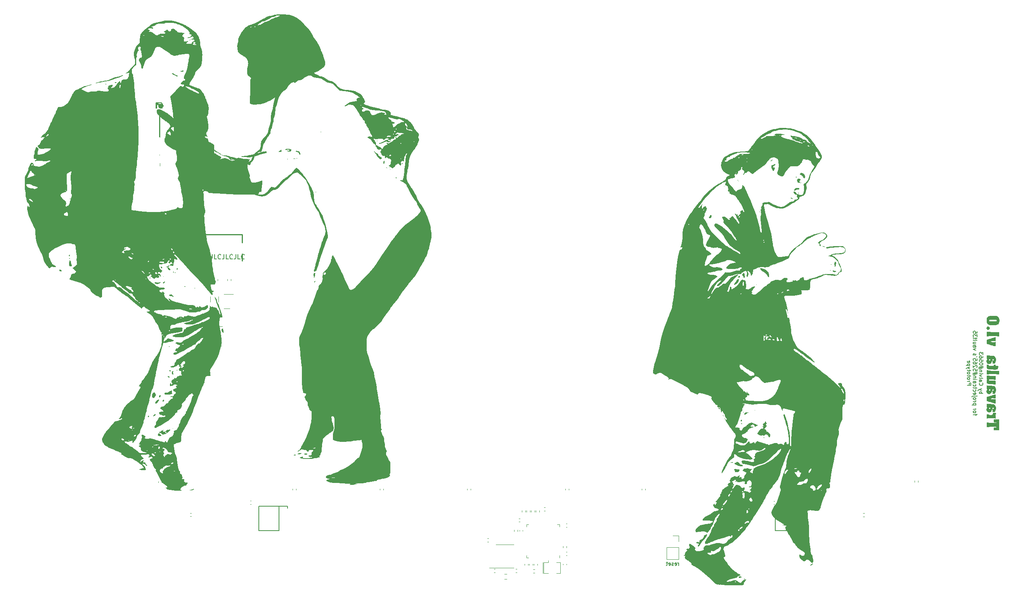
<source format=gbr>
%TF.GenerationSoftware,KiCad,Pcbnew,(7.0.0)*%
%TF.CreationDate,2023-05-17T15:56:54+02:00*%
%TF.ProjectId,travaulta prototype,74726176-6175-46c7-9461-2070726f746f,rev?*%
%TF.SameCoordinates,Original*%
%TF.FileFunction,Legend,Bot*%
%TF.FilePolarity,Positive*%
%FSLAX46Y46*%
G04 Gerber Fmt 4.6, Leading zero omitted, Abs format (unit mm)*
G04 Created by KiCad (PCBNEW (7.0.0)) date 2023-05-17 15:56:54*
%MOMM*%
%LPD*%
G01*
G04 APERTURE LIST*
%ADD10C,0.150000*%
%ADD11C,0.120000*%
%ADD12C,0.170180*%
%ADD13C,0.002540*%
%ADD14C,0.254000*%
G04 APERTURE END LIST*
D10*
X77930951Y-50294380D02*
X77930951Y-51008666D01*
X77930951Y-51008666D02*
X77883332Y-51151523D01*
X77883332Y-51151523D02*
X77788094Y-51246761D01*
X77788094Y-51246761D02*
X77645237Y-51294380D01*
X77645237Y-51294380D02*
X77549999Y-51294380D01*
X78883332Y-51294380D02*
X78407142Y-51294380D01*
X78407142Y-51294380D02*
X78407142Y-50294380D01*
X79788094Y-51199142D02*
X79740475Y-51246761D01*
X79740475Y-51246761D02*
X79597618Y-51294380D01*
X79597618Y-51294380D02*
X79502380Y-51294380D01*
X79502380Y-51294380D02*
X79359523Y-51246761D01*
X79359523Y-51246761D02*
X79264285Y-51151523D01*
X79264285Y-51151523D02*
X79216666Y-51056285D01*
X79216666Y-51056285D02*
X79169047Y-50865809D01*
X79169047Y-50865809D02*
X79169047Y-50722952D01*
X79169047Y-50722952D02*
X79216666Y-50532476D01*
X79216666Y-50532476D02*
X79264285Y-50437238D01*
X79264285Y-50437238D02*
X79359523Y-50342000D01*
X79359523Y-50342000D02*
X79502380Y-50294380D01*
X79502380Y-50294380D02*
X79597618Y-50294380D01*
X79597618Y-50294380D02*
X79740475Y-50342000D01*
X79740475Y-50342000D02*
X79788094Y-50389619D01*
X80502380Y-50294380D02*
X80502380Y-51008666D01*
X80502380Y-51008666D02*
X80454761Y-51151523D01*
X80454761Y-51151523D02*
X80359523Y-51246761D01*
X80359523Y-51246761D02*
X80216666Y-51294380D01*
X80216666Y-51294380D02*
X80121428Y-51294380D01*
X81454761Y-51294380D02*
X80978571Y-51294380D01*
X80978571Y-51294380D02*
X80978571Y-50294380D01*
X82359523Y-51199142D02*
X82311904Y-51246761D01*
X82311904Y-51246761D02*
X82169047Y-51294380D01*
X82169047Y-51294380D02*
X82073809Y-51294380D01*
X82073809Y-51294380D02*
X81930952Y-51246761D01*
X81930952Y-51246761D02*
X81835714Y-51151523D01*
X81835714Y-51151523D02*
X81788095Y-51056285D01*
X81788095Y-51056285D02*
X81740476Y-50865809D01*
X81740476Y-50865809D02*
X81740476Y-50722952D01*
X81740476Y-50722952D02*
X81788095Y-50532476D01*
X81788095Y-50532476D02*
X81835714Y-50437238D01*
X81835714Y-50437238D02*
X81930952Y-50342000D01*
X81930952Y-50342000D02*
X82073809Y-50294380D01*
X82073809Y-50294380D02*
X82169047Y-50294380D01*
X82169047Y-50294380D02*
X82311904Y-50342000D01*
X82311904Y-50342000D02*
X82359523Y-50389619D01*
X83073809Y-50294380D02*
X83073809Y-51008666D01*
X83073809Y-51008666D02*
X83026190Y-51151523D01*
X83026190Y-51151523D02*
X82930952Y-51246761D01*
X82930952Y-51246761D02*
X82788095Y-51294380D01*
X82788095Y-51294380D02*
X82692857Y-51294380D01*
X84026190Y-51294380D02*
X83550000Y-51294380D01*
X83550000Y-51294380D02*
X83550000Y-50294380D01*
X84930952Y-51199142D02*
X84883333Y-51246761D01*
X84883333Y-51246761D02*
X84740476Y-51294380D01*
X84740476Y-51294380D02*
X84645238Y-51294380D01*
X84645238Y-51294380D02*
X84502381Y-51246761D01*
X84502381Y-51246761D02*
X84407143Y-51151523D01*
X84407143Y-51151523D02*
X84359524Y-51056285D01*
X84359524Y-51056285D02*
X84311905Y-50865809D01*
X84311905Y-50865809D02*
X84311905Y-50722952D01*
X84311905Y-50722952D02*
X84359524Y-50532476D01*
X84359524Y-50532476D02*
X84407143Y-50437238D01*
X84407143Y-50437238D02*
X84502381Y-50342000D01*
X84502381Y-50342000D02*
X84645238Y-50294380D01*
X84645238Y-50294380D02*
X84740476Y-50294380D01*
X84740476Y-50294380D02*
X84883333Y-50342000D01*
X84883333Y-50342000D02*
X84930952Y-50389619D01*
X85645238Y-50294380D02*
X85645238Y-51008666D01*
X85645238Y-51008666D02*
X85597619Y-51151523D01*
X85597619Y-51151523D02*
X85502381Y-51246761D01*
X85502381Y-51246761D02*
X85359524Y-51294380D01*
X85359524Y-51294380D02*
X85264286Y-51294380D01*
X86597619Y-51294380D02*
X86121429Y-51294380D01*
X86121429Y-51294380D02*
X86121429Y-50294380D01*
X87502381Y-51199142D02*
X87454762Y-51246761D01*
X87454762Y-51246761D02*
X87311905Y-51294380D01*
X87311905Y-51294380D02*
X87216667Y-51294380D01*
X87216667Y-51294380D02*
X87073810Y-51246761D01*
X87073810Y-51246761D02*
X86978572Y-51151523D01*
X86978572Y-51151523D02*
X86930953Y-51056285D01*
X86930953Y-51056285D02*
X86883334Y-50865809D01*
X86883334Y-50865809D02*
X86883334Y-50722952D01*
X86883334Y-50722952D02*
X86930953Y-50532476D01*
X86930953Y-50532476D02*
X86978572Y-50437238D01*
X86978572Y-50437238D02*
X87073810Y-50342000D01*
X87073810Y-50342000D02*
X87216667Y-50294380D01*
X87216667Y-50294380D02*
X87311905Y-50294380D01*
X87311905Y-50294380D02*
X87454762Y-50342000D01*
X87454762Y-50342000D02*
X87502381Y-50389619D01*
X247858345Y-80668572D02*
X248658345Y-80668572D01*
X248353583Y-80668572D02*
X248391678Y-80592382D01*
X248391678Y-80592382D02*
X248391678Y-80440001D01*
X248391678Y-80440001D02*
X248353583Y-80363810D01*
X248353583Y-80363810D02*
X248315488Y-80325715D01*
X248315488Y-80325715D02*
X248239297Y-80287620D01*
X248239297Y-80287620D02*
X248010726Y-80287620D01*
X248010726Y-80287620D02*
X247934535Y-80325715D01*
X247934535Y-80325715D02*
X247896440Y-80363810D01*
X247896440Y-80363810D02*
X247858345Y-80440001D01*
X247858345Y-80440001D02*
X247858345Y-80592382D01*
X247858345Y-80592382D02*
X247896440Y-80668572D01*
X248391678Y-80020953D02*
X247858345Y-79830477D01*
X248391678Y-79640000D02*
X247858345Y-79830477D01*
X247858345Y-79830477D02*
X247667869Y-79906667D01*
X247667869Y-79906667D02*
X247629773Y-79944762D01*
X247629773Y-79944762D02*
X247591678Y-80020953D01*
X247934535Y-78398095D02*
X247896440Y-78436191D01*
X247896440Y-78436191D02*
X247858345Y-78550476D01*
X247858345Y-78550476D02*
X247858345Y-78626667D01*
X247858345Y-78626667D02*
X247896440Y-78740953D01*
X247896440Y-78740953D02*
X247972630Y-78817143D01*
X247972630Y-78817143D02*
X248048821Y-78855238D01*
X248048821Y-78855238D02*
X248201202Y-78893334D01*
X248201202Y-78893334D02*
X248315488Y-78893334D01*
X248315488Y-78893334D02*
X248467869Y-78855238D01*
X248467869Y-78855238D02*
X248544059Y-78817143D01*
X248544059Y-78817143D02*
X248620250Y-78740953D01*
X248620250Y-78740953D02*
X248658345Y-78626667D01*
X248658345Y-78626667D02*
X248658345Y-78550476D01*
X248658345Y-78550476D02*
X248620250Y-78436191D01*
X248620250Y-78436191D02*
X248582154Y-78398095D01*
X247858345Y-77712381D02*
X248277392Y-77712381D01*
X248277392Y-77712381D02*
X248353583Y-77750476D01*
X248353583Y-77750476D02*
X248391678Y-77826667D01*
X248391678Y-77826667D02*
X248391678Y-77979048D01*
X248391678Y-77979048D02*
X248353583Y-78055238D01*
X247896440Y-77712381D02*
X247858345Y-77788572D01*
X247858345Y-77788572D02*
X247858345Y-77979048D01*
X247858345Y-77979048D02*
X247896440Y-78055238D01*
X247896440Y-78055238D02*
X247972630Y-78093334D01*
X247972630Y-78093334D02*
X248048821Y-78093334D01*
X248048821Y-78093334D02*
X248125011Y-78055238D01*
X248125011Y-78055238D02*
X248163107Y-77979048D01*
X248163107Y-77979048D02*
X248163107Y-77788572D01*
X248163107Y-77788572D02*
X248201202Y-77712381D01*
X247858345Y-77217143D02*
X247896440Y-77293333D01*
X247896440Y-77293333D02*
X247972630Y-77331428D01*
X247972630Y-77331428D02*
X248658345Y-77331428D01*
X248391678Y-76988571D02*
X247858345Y-76798095D01*
X247858345Y-76798095D02*
X248391678Y-76607618D01*
X247858345Y-76302856D02*
X248391678Y-76302856D01*
X248658345Y-76302856D02*
X248620250Y-76340952D01*
X248620250Y-76340952D02*
X248582154Y-76302856D01*
X248582154Y-76302856D02*
X248620250Y-76264761D01*
X248620250Y-76264761D02*
X248658345Y-76302856D01*
X248658345Y-76302856D02*
X248582154Y-76302856D01*
X248391678Y-75921904D02*
X247858345Y-75921904D01*
X248315488Y-75921904D02*
X248353583Y-75883809D01*
X248353583Y-75883809D02*
X248391678Y-75807619D01*
X248391678Y-75807619D02*
X248391678Y-75693333D01*
X248391678Y-75693333D02*
X248353583Y-75617142D01*
X248353583Y-75617142D02*
X248277392Y-75579047D01*
X248277392Y-75579047D02*
X247858345Y-75579047D01*
X248391678Y-75236190D02*
X248391678Y-74664761D01*
X248734535Y-75007618D02*
X247705964Y-75236190D01*
X248048821Y-74740951D02*
X248048821Y-75312380D01*
X247705964Y-74969523D02*
X248734535Y-74740951D01*
X248658345Y-74245713D02*
X248658345Y-74169523D01*
X248658345Y-74169523D02*
X248620250Y-74093332D01*
X248620250Y-74093332D02*
X248582154Y-74055237D01*
X248582154Y-74055237D02*
X248505964Y-74017142D01*
X248505964Y-74017142D02*
X248353583Y-73979047D01*
X248353583Y-73979047D02*
X248163107Y-73979047D01*
X248163107Y-73979047D02*
X248010726Y-74017142D01*
X248010726Y-74017142D02*
X247934535Y-74055237D01*
X247934535Y-74055237D02*
X247896440Y-74093332D01*
X247896440Y-74093332D02*
X247858345Y-74169523D01*
X247858345Y-74169523D02*
X247858345Y-74245713D01*
X247858345Y-74245713D02*
X247896440Y-74321904D01*
X247896440Y-74321904D02*
X247934535Y-74359999D01*
X247934535Y-74359999D02*
X248010726Y-74398094D01*
X248010726Y-74398094D02*
X248163107Y-74436190D01*
X248163107Y-74436190D02*
X248353583Y-74436190D01*
X248353583Y-74436190D02*
X248505964Y-74398094D01*
X248505964Y-74398094D02*
X248582154Y-74359999D01*
X248582154Y-74359999D02*
X248620250Y-74321904D01*
X248620250Y-74321904D02*
X248658345Y-74245713D01*
X248658345Y-73255237D02*
X248658345Y-73636189D01*
X248658345Y-73636189D02*
X248277392Y-73674285D01*
X248277392Y-73674285D02*
X248315488Y-73636189D01*
X248315488Y-73636189D02*
X248353583Y-73559999D01*
X248353583Y-73559999D02*
X248353583Y-73369523D01*
X248353583Y-73369523D02*
X248315488Y-73293332D01*
X248315488Y-73293332D02*
X248277392Y-73255237D01*
X248277392Y-73255237D02*
X248201202Y-73217142D01*
X248201202Y-73217142D02*
X248010726Y-73217142D01*
X248010726Y-73217142D02*
X247934535Y-73255237D01*
X247934535Y-73255237D02*
X247896440Y-73293332D01*
X247896440Y-73293332D02*
X247858345Y-73369523D01*
X247858345Y-73369523D02*
X247858345Y-73559999D01*
X247858345Y-73559999D02*
X247896440Y-73636189D01*
X247896440Y-73636189D02*
X247934535Y-73674285D01*
X248658345Y-72531427D02*
X248658345Y-72683808D01*
X248658345Y-72683808D02*
X248620250Y-72759999D01*
X248620250Y-72759999D02*
X248582154Y-72798094D01*
X248582154Y-72798094D02*
X248467869Y-72874284D01*
X248467869Y-72874284D02*
X248315488Y-72912380D01*
X248315488Y-72912380D02*
X248010726Y-72912380D01*
X248010726Y-72912380D02*
X247934535Y-72874284D01*
X247934535Y-72874284D02*
X247896440Y-72836189D01*
X247896440Y-72836189D02*
X247858345Y-72759999D01*
X247858345Y-72759999D02*
X247858345Y-72607618D01*
X247858345Y-72607618D02*
X247896440Y-72531427D01*
X247896440Y-72531427D02*
X247934535Y-72493332D01*
X247934535Y-72493332D02*
X248010726Y-72455237D01*
X248010726Y-72455237D02*
X248201202Y-72455237D01*
X248201202Y-72455237D02*
X248277392Y-72493332D01*
X248277392Y-72493332D02*
X248315488Y-72531427D01*
X248315488Y-72531427D02*
X248353583Y-72607618D01*
X248353583Y-72607618D02*
X248353583Y-72759999D01*
X248353583Y-72759999D02*
X248315488Y-72836189D01*
X248315488Y-72836189D02*
X248277392Y-72874284D01*
X248277392Y-72874284D02*
X248201202Y-72912380D01*
X248658345Y-72188570D02*
X248658345Y-71693332D01*
X248658345Y-71693332D02*
X248353583Y-71959998D01*
X248353583Y-71959998D02*
X248353583Y-71845713D01*
X248353583Y-71845713D02*
X248315488Y-71769522D01*
X248315488Y-71769522D02*
X248277392Y-71731427D01*
X248277392Y-71731427D02*
X248201202Y-71693332D01*
X248201202Y-71693332D02*
X248010726Y-71693332D01*
X248010726Y-71693332D02*
X247934535Y-71731427D01*
X247934535Y-71731427D02*
X247896440Y-71769522D01*
X247896440Y-71769522D02*
X247858345Y-71845713D01*
X247858345Y-71845713D02*
X247858345Y-72074284D01*
X247858345Y-72074284D02*
X247896440Y-72150475D01*
X247896440Y-72150475D02*
X247934535Y-72188570D01*
X247095678Y-85441906D02*
X247095678Y-85137144D01*
X246562345Y-85327620D02*
X247248059Y-85327620D01*
X247248059Y-85327620D02*
X247324250Y-85289525D01*
X247324250Y-85289525D02*
X247362345Y-85213335D01*
X247362345Y-85213335D02*
X247362345Y-85137144D01*
X246562345Y-84756192D02*
X246600440Y-84832382D01*
X246600440Y-84832382D02*
X246638535Y-84870477D01*
X246638535Y-84870477D02*
X246714726Y-84908573D01*
X246714726Y-84908573D02*
X246943297Y-84908573D01*
X246943297Y-84908573D02*
X247019488Y-84870477D01*
X247019488Y-84870477D02*
X247057583Y-84832382D01*
X247057583Y-84832382D02*
X247095678Y-84756192D01*
X247095678Y-84756192D02*
X247095678Y-84641906D01*
X247095678Y-84641906D02*
X247057583Y-84565715D01*
X247057583Y-84565715D02*
X247019488Y-84527620D01*
X247019488Y-84527620D02*
X246943297Y-84489525D01*
X246943297Y-84489525D02*
X246714726Y-84489525D01*
X246714726Y-84489525D02*
X246638535Y-84527620D01*
X246638535Y-84527620D02*
X246600440Y-84565715D01*
X246600440Y-84565715D02*
X246562345Y-84641906D01*
X246562345Y-84641906D02*
X246562345Y-84756192D01*
X246562345Y-84146667D02*
X247095678Y-84146667D01*
X246943297Y-84146667D02*
X247019488Y-84108572D01*
X247019488Y-84108572D02*
X247057583Y-84070477D01*
X247057583Y-84070477D02*
X247095678Y-83994286D01*
X247095678Y-83994286D02*
X247095678Y-83918096D01*
X247095678Y-83171429D02*
X246295678Y-83171429D01*
X247057583Y-83171429D02*
X247095678Y-83095239D01*
X247095678Y-83095239D02*
X247095678Y-82942858D01*
X247095678Y-82942858D02*
X247057583Y-82866667D01*
X247057583Y-82866667D02*
X247019488Y-82828572D01*
X247019488Y-82828572D02*
X246943297Y-82790477D01*
X246943297Y-82790477D02*
X246714726Y-82790477D01*
X246714726Y-82790477D02*
X246638535Y-82828572D01*
X246638535Y-82828572D02*
X246600440Y-82866667D01*
X246600440Y-82866667D02*
X246562345Y-82942858D01*
X246562345Y-82942858D02*
X246562345Y-83095239D01*
X246562345Y-83095239D02*
X246600440Y-83171429D01*
X246562345Y-82447619D02*
X247095678Y-82447619D01*
X246943297Y-82447619D02*
X247019488Y-82409524D01*
X247019488Y-82409524D02*
X247057583Y-82371429D01*
X247057583Y-82371429D02*
X247095678Y-82295238D01*
X247095678Y-82295238D02*
X247095678Y-82219048D01*
X246562345Y-81838096D02*
X246600440Y-81914286D01*
X246600440Y-81914286D02*
X246638535Y-81952381D01*
X246638535Y-81952381D02*
X246714726Y-81990477D01*
X246714726Y-81990477D02*
X246943297Y-81990477D01*
X246943297Y-81990477D02*
X247019488Y-81952381D01*
X247019488Y-81952381D02*
X247057583Y-81914286D01*
X247057583Y-81914286D02*
X247095678Y-81838096D01*
X247095678Y-81838096D02*
X247095678Y-81723810D01*
X247095678Y-81723810D02*
X247057583Y-81647619D01*
X247057583Y-81647619D02*
X247019488Y-81609524D01*
X247019488Y-81609524D02*
X246943297Y-81571429D01*
X246943297Y-81571429D02*
X246714726Y-81571429D01*
X246714726Y-81571429D02*
X246638535Y-81609524D01*
X246638535Y-81609524D02*
X246600440Y-81647619D01*
X246600440Y-81647619D02*
X246562345Y-81723810D01*
X246562345Y-81723810D02*
X246562345Y-81838096D01*
X247095678Y-81228571D02*
X246409964Y-81228571D01*
X246409964Y-81228571D02*
X246333773Y-81266667D01*
X246333773Y-81266667D02*
X246295678Y-81342857D01*
X246295678Y-81342857D02*
X246295678Y-81380952D01*
X247362345Y-81228571D02*
X247324250Y-81266667D01*
X247324250Y-81266667D02*
X247286154Y-81228571D01*
X247286154Y-81228571D02*
X247324250Y-81190476D01*
X247324250Y-81190476D02*
X247362345Y-81228571D01*
X247362345Y-81228571D02*
X247286154Y-81228571D01*
X246600440Y-80542857D02*
X246562345Y-80619048D01*
X246562345Y-80619048D02*
X246562345Y-80771429D01*
X246562345Y-80771429D02*
X246600440Y-80847619D01*
X246600440Y-80847619D02*
X246676630Y-80885715D01*
X246676630Y-80885715D02*
X246981392Y-80885715D01*
X246981392Y-80885715D02*
X247057583Y-80847619D01*
X247057583Y-80847619D02*
X247095678Y-80771429D01*
X247095678Y-80771429D02*
X247095678Y-80619048D01*
X247095678Y-80619048D02*
X247057583Y-80542857D01*
X247057583Y-80542857D02*
X246981392Y-80504762D01*
X246981392Y-80504762D02*
X246905202Y-80504762D01*
X246905202Y-80504762D02*
X246829011Y-80885715D01*
X246600440Y-79819048D02*
X246562345Y-79895239D01*
X246562345Y-79895239D02*
X246562345Y-80047620D01*
X246562345Y-80047620D02*
X246600440Y-80123810D01*
X246600440Y-80123810D02*
X246638535Y-80161905D01*
X246638535Y-80161905D02*
X246714726Y-80200001D01*
X246714726Y-80200001D02*
X246943297Y-80200001D01*
X246943297Y-80200001D02*
X247019488Y-80161905D01*
X247019488Y-80161905D02*
X247057583Y-80123810D01*
X247057583Y-80123810D02*
X247095678Y-80047620D01*
X247095678Y-80047620D02*
X247095678Y-79895239D01*
X247095678Y-79895239D02*
X247057583Y-79819048D01*
X247095678Y-79590477D02*
X247095678Y-79285715D01*
X247362345Y-79476191D02*
X246676630Y-79476191D01*
X246676630Y-79476191D02*
X246600440Y-79438096D01*
X246600440Y-79438096D02*
X246562345Y-79361906D01*
X246562345Y-79361906D02*
X246562345Y-79285715D01*
X246600440Y-78676191D02*
X246562345Y-78752382D01*
X246562345Y-78752382D02*
X246562345Y-78904763D01*
X246562345Y-78904763D02*
X246600440Y-78980953D01*
X246600440Y-78980953D02*
X246638535Y-79019048D01*
X246638535Y-79019048D02*
X246714726Y-79057144D01*
X246714726Y-79057144D02*
X246943297Y-79057144D01*
X246943297Y-79057144D02*
X247019488Y-79019048D01*
X247019488Y-79019048D02*
X247057583Y-78980953D01*
X247057583Y-78980953D02*
X247095678Y-78904763D01*
X247095678Y-78904763D02*
X247095678Y-78752382D01*
X247095678Y-78752382D02*
X247057583Y-78676191D01*
X246562345Y-77990477D02*
X246981392Y-77990477D01*
X246981392Y-77990477D02*
X247057583Y-78028572D01*
X247057583Y-78028572D02*
X247095678Y-78104763D01*
X247095678Y-78104763D02*
X247095678Y-78257144D01*
X247095678Y-78257144D02*
X247057583Y-78333334D01*
X246600440Y-77990477D02*
X246562345Y-78066668D01*
X246562345Y-78066668D02*
X246562345Y-78257144D01*
X246562345Y-78257144D02*
X246600440Y-78333334D01*
X246600440Y-78333334D02*
X246676630Y-78371430D01*
X246676630Y-78371430D02*
X246752821Y-78371430D01*
X246752821Y-78371430D02*
X246829011Y-78333334D01*
X246829011Y-78333334D02*
X246867107Y-78257144D01*
X246867107Y-78257144D02*
X246867107Y-78066668D01*
X246867107Y-78066668D02*
X246905202Y-77990477D01*
X246562345Y-77609524D02*
X247095678Y-77609524D01*
X247362345Y-77609524D02*
X247324250Y-77647620D01*
X247324250Y-77647620D02*
X247286154Y-77609524D01*
X247286154Y-77609524D02*
X247324250Y-77571429D01*
X247324250Y-77571429D02*
X247362345Y-77609524D01*
X247362345Y-77609524D02*
X247286154Y-77609524D01*
X247095678Y-77228572D02*
X246562345Y-77228572D01*
X247019488Y-77228572D02*
X247057583Y-77190477D01*
X247057583Y-77190477D02*
X247095678Y-77114287D01*
X247095678Y-77114287D02*
X247095678Y-77000001D01*
X247095678Y-77000001D02*
X247057583Y-76923810D01*
X247057583Y-76923810D02*
X246981392Y-76885715D01*
X246981392Y-76885715D02*
X246562345Y-76885715D01*
X247095678Y-76542858D02*
X247095678Y-75971429D01*
X247438535Y-76314286D02*
X246409964Y-76542858D01*
X246752821Y-76047619D02*
X246752821Y-76619048D01*
X246409964Y-76276191D02*
X247438535Y-76047619D01*
X247362345Y-75323810D02*
X247362345Y-75704762D01*
X247362345Y-75704762D02*
X246981392Y-75742858D01*
X246981392Y-75742858D02*
X247019488Y-75704762D01*
X247019488Y-75704762D02*
X247057583Y-75628572D01*
X247057583Y-75628572D02*
X247057583Y-75438096D01*
X247057583Y-75438096D02*
X247019488Y-75361905D01*
X247019488Y-75361905D02*
X246981392Y-75323810D01*
X246981392Y-75323810D02*
X246905202Y-75285715D01*
X246905202Y-75285715D02*
X246714726Y-75285715D01*
X246714726Y-75285715D02*
X246638535Y-75323810D01*
X246638535Y-75323810D02*
X246600440Y-75361905D01*
X246600440Y-75361905D02*
X246562345Y-75438096D01*
X246562345Y-75438096D02*
X246562345Y-75628572D01*
X246562345Y-75628572D02*
X246600440Y-75704762D01*
X246600440Y-75704762D02*
X246638535Y-75742858D01*
X247286154Y-74980953D02*
X247324250Y-74942857D01*
X247324250Y-74942857D02*
X247362345Y-74866667D01*
X247362345Y-74866667D02*
X247362345Y-74676191D01*
X247362345Y-74676191D02*
X247324250Y-74600000D01*
X247324250Y-74600000D02*
X247286154Y-74561905D01*
X247286154Y-74561905D02*
X247209964Y-74523810D01*
X247209964Y-74523810D02*
X247133773Y-74523810D01*
X247133773Y-74523810D02*
X247019488Y-74561905D01*
X247019488Y-74561905D02*
X246562345Y-75019048D01*
X246562345Y-75019048D02*
X246562345Y-74523810D01*
X247362345Y-73838095D02*
X247362345Y-73990476D01*
X247362345Y-73990476D02*
X247324250Y-74066667D01*
X247324250Y-74066667D02*
X247286154Y-74104762D01*
X247286154Y-74104762D02*
X247171869Y-74180952D01*
X247171869Y-74180952D02*
X247019488Y-74219048D01*
X247019488Y-74219048D02*
X246714726Y-74219048D01*
X246714726Y-74219048D02*
X246638535Y-74180952D01*
X246638535Y-74180952D02*
X246600440Y-74142857D01*
X246600440Y-74142857D02*
X246562345Y-74066667D01*
X246562345Y-74066667D02*
X246562345Y-73914286D01*
X246562345Y-73914286D02*
X246600440Y-73838095D01*
X246600440Y-73838095D02*
X246638535Y-73800000D01*
X246638535Y-73800000D02*
X246714726Y-73761905D01*
X246714726Y-73761905D02*
X246905202Y-73761905D01*
X246905202Y-73761905D02*
X246981392Y-73800000D01*
X246981392Y-73800000D02*
X247019488Y-73838095D01*
X247019488Y-73838095D02*
X247057583Y-73914286D01*
X247057583Y-73914286D02*
X247057583Y-74066667D01*
X247057583Y-74066667D02*
X247019488Y-74142857D01*
X247019488Y-74142857D02*
X246981392Y-74180952D01*
X246981392Y-74180952D02*
X246905202Y-74219048D01*
X247362345Y-73038095D02*
X247362345Y-73419047D01*
X247362345Y-73419047D02*
X246981392Y-73457143D01*
X246981392Y-73457143D02*
X247019488Y-73419047D01*
X247019488Y-73419047D02*
X247057583Y-73342857D01*
X247057583Y-73342857D02*
X247057583Y-73152381D01*
X247057583Y-73152381D02*
X247019488Y-73076190D01*
X247019488Y-73076190D02*
X246981392Y-73038095D01*
X246981392Y-73038095D02*
X246905202Y-73000000D01*
X246905202Y-73000000D02*
X246714726Y-73000000D01*
X246714726Y-73000000D02*
X246638535Y-73038095D01*
X246638535Y-73038095D02*
X246600440Y-73076190D01*
X246600440Y-73076190D02*
X246562345Y-73152381D01*
X246562345Y-73152381D02*
X246562345Y-73342857D01*
X246562345Y-73342857D02*
X246600440Y-73419047D01*
X246600440Y-73419047D02*
X246638535Y-73457143D01*
X247362345Y-72619047D02*
X247209964Y-72695238D01*
X246600440Y-72314286D02*
X246562345Y-72238095D01*
X246562345Y-72238095D02*
X246562345Y-72085714D01*
X246562345Y-72085714D02*
X246600440Y-72009524D01*
X246600440Y-72009524D02*
X246676630Y-71971428D01*
X246676630Y-71971428D02*
X246714726Y-71971428D01*
X246714726Y-71971428D02*
X246790916Y-72009524D01*
X246790916Y-72009524D02*
X246829011Y-72085714D01*
X246829011Y-72085714D02*
X246829011Y-72200000D01*
X246829011Y-72200000D02*
X246867107Y-72276190D01*
X246867107Y-72276190D02*
X246943297Y-72314286D01*
X246943297Y-72314286D02*
X246981392Y-72314286D01*
X246981392Y-72314286D02*
X247057583Y-72276190D01*
X247057583Y-72276190D02*
X247095678Y-72200000D01*
X247095678Y-72200000D02*
X247095678Y-72085714D01*
X247095678Y-72085714D02*
X247057583Y-72009524D01*
X247095678Y-71224762D02*
X246562345Y-71034286D01*
X246562345Y-71034286D02*
X247095678Y-70843809D01*
X246562345Y-70196190D02*
X246981392Y-70196190D01*
X246981392Y-70196190D02*
X247057583Y-70234285D01*
X247057583Y-70234285D02*
X247095678Y-70310476D01*
X247095678Y-70310476D02*
X247095678Y-70462857D01*
X247095678Y-70462857D02*
X247057583Y-70539047D01*
X246600440Y-70196190D02*
X246562345Y-70272381D01*
X246562345Y-70272381D02*
X246562345Y-70462857D01*
X246562345Y-70462857D02*
X246600440Y-70539047D01*
X246600440Y-70539047D02*
X246676630Y-70577143D01*
X246676630Y-70577143D02*
X246752821Y-70577143D01*
X246752821Y-70577143D02*
X246829011Y-70539047D01*
X246829011Y-70539047D02*
X246867107Y-70462857D01*
X246867107Y-70462857D02*
X246867107Y-70272381D01*
X246867107Y-70272381D02*
X246905202Y-70196190D01*
X247095678Y-69472380D02*
X246562345Y-69472380D01*
X247095678Y-69815237D02*
X246676630Y-69815237D01*
X246676630Y-69815237D02*
X246600440Y-69777142D01*
X246600440Y-69777142D02*
X246562345Y-69700952D01*
X246562345Y-69700952D02*
X246562345Y-69586666D01*
X246562345Y-69586666D02*
X246600440Y-69510475D01*
X246600440Y-69510475D02*
X246638535Y-69472380D01*
X246562345Y-68977142D02*
X246600440Y-69053332D01*
X246600440Y-69053332D02*
X246676630Y-69091427D01*
X246676630Y-69091427D02*
X247362345Y-69091427D01*
X247095678Y-68786665D02*
X247095678Y-68481903D01*
X247362345Y-68672379D02*
X246676630Y-68672379D01*
X246676630Y-68672379D02*
X246600440Y-68634284D01*
X246600440Y-68634284D02*
X246562345Y-68558094D01*
X246562345Y-68558094D02*
X246562345Y-68481903D01*
X247362345Y-68291427D02*
X247362345Y-67796189D01*
X247362345Y-67796189D02*
X247057583Y-68062855D01*
X247057583Y-68062855D02*
X247057583Y-67948570D01*
X247057583Y-67948570D02*
X247019488Y-67872379D01*
X247019488Y-67872379D02*
X246981392Y-67834284D01*
X246981392Y-67834284D02*
X246905202Y-67796189D01*
X246905202Y-67796189D02*
X246714726Y-67796189D01*
X246714726Y-67796189D02*
X246638535Y-67834284D01*
X246638535Y-67834284D02*
X246600440Y-67872379D01*
X246600440Y-67872379D02*
X246562345Y-67948570D01*
X246562345Y-67948570D02*
X246562345Y-68177141D01*
X246562345Y-68177141D02*
X246600440Y-68253332D01*
X246600440Y-68253332D02*
X246638535Y-68291427D01*
X247362345Y-67072379D02*
X247362345Y-67453331D01*
X247362345Y-67453331D02*
X246981392Y-67491427D01*
X246981392Y-67491427D02*
X247019488Y-67453331D01*
X247019488Y-67453331D02*
X247057583Y-67377141D01*
X247057583Y-67377141D02*
X247057583Y-67186665D01*
X247057583Y-67186665D02*
X247019488Y-67110474D01*
X247019488Y-67110474D02*
X246981392Y-67072379D01*
X246981392Y-67072379D02*
X246905202Y-67034284D01*
X246905202Y-67034284D02*
X246714726Y-67034284D01*
X246714726Y-67034284D02*
X246638535Y-67072379D01*
X246638535Y-67072379D02*
X246600440Y-67110474D01*
X246600440Y-67110474D02*
X246562345Y-67186665D01*
X246562345Y-67186665D02*
X246562345Y-67377141D01*
X246562345Y-67377141D02*
X246600440Y-67453331D01*
X246600440Y-67453331D02*
X246638535Y-67491427D01*
X245266345Y-78847619D02*
X246066345Y-78847619D01*
X246066345Y-78847619D02*
X246066345Y-78542857D01*
X246066345Y-78542857D02*
X246028250Y-78466667D01*
X246028250Y-78466667D02*
X245990154Y-78428572D01*
X245990154Y-78428572D02*
X245913964Y-78390476D01*
X245913964Y-78390476D02*
X245799678Y-78390476D01*
X245799678Y-78390476D02*
X245723488Y-78428572D01*
X245723488Y-78428572D02*
X245685392Y-78466667D01*
X245685392Y-78466667D02*
X245647297Y-78542857D01*
X245647297Y-78542857D02*
X245647297Y-78847619D01*
X245266345Y-78047619D02*
X245799678Y-78047619D01*
X245647297Y-78047619D02*
X245723488Y-78009524D01*
X245723488Y-78009524D02*
X245761583Y-77971429D01*
X245761583Y-77971429D02*
X245799678Y-77895238D01*
X245799678Y-77895238D02*
X245799678Y-77819048D01*
X245266345Y-77438096D02*
X245304440Y-77514286D01*
X245304440Y-77514286D02*
X245342535Y-77552381D01*
X245342535Y-77552381D02*
X245418726Y-77590477D01*
X245418726Y-77590477D02*
X245647297Y-77590477D01*
X245647297Y-77590477D02*
X245723488Y-77552381D01*
X245723488Y-77552381D02*
X245761583Y-77514286D01*
X245761583Y-77514286D02*
X245799678Y-77438096D01*
X245799678Y-77438096D02*
X245799678Y-77323810D01*
X245799678Y-77323810D02*
X245761583Y-77247619D01*
X245761583Y-77247619D02*
X245723488Y-77209524D01*
X245723488Y-77209524D02*
X245647297Y-77171429D01*
X245647297Y-77171429D02*
X245418726Y-77171429D01*
X245418726Y-77171429D02*
X245342535Y-77209524D01*
X245342535Y-77209524D02*
X245304440Y-77247619D01*
X245304440Y-77247619D02*
X245266345Y-77323810D01*
X245266345Y-77323810D02*
X245266345Y-77438096D01*
X245799678Y-76942857D02*
X245799678Y-76638095D01*
X246066345Y-76828571D02*
X245380630Y-76828571D01*
X245380630Y-76828571D02*
X245304440Y-76790476D01*
X245304440Y-76790476D02*
X245266345Y-76714286D01*
X245266345Y-76714286D02*
X245266345Y-76638095D01*
X245266345Y-76257143D02*
X245304440Y-76333333D01*
X245304440Y-76333333D02*
X245342535Y-76371428D01*
X245342535Y-76371428D02*
X245418726Y-76409524D01*
X245418726Y-76409524D02*
X245647297Y-76409524D01*
X245647297Y-76409524D02*
X245723488Y-76371428D01*
X245723488Y-76371428D02*
X245761583Y-76333333D01*
X245761583Y-76333333D02*
X245799678Y-76257143D01*
X245799678Y-76257143D02*
X245799678Y-76142857D01*
X245799678Y-76142857D02*
X245761583Y-76066666D01*
X245761583Y-76066666D02*
X245723488Y-76028571D01*
X245723488Y-76028571D02*
X245647297Y-75990476D01*
X245647297Y-75990476D02*
X245418726Y-75990476D01*
X245418726Y-75990476D02*
X245342535Y-76028571D01*
X245342535Y-76028571D02*
X245304440Y-76066666D01*
X245304440Y-76066666D02*
X245266345Y-76142857D01*
X245266345Y-76142857D02*
X245266345Y-76257143D01*
X245799678Y-75761904D02*
X245799678Y-75457142D01*
X246066345Y-75647618D02*
X245380630Y-75647618D01*
X245380630Y-75647618D02*
X245304440Y-75609523D01*
X245304440Y-75609523D02*
X245266345Y-75533333D01*
X245266345Y-75533333D02*
X245266345Y-75457142D01*
X245799678Y-75266666D02*
X245266345Y-75076190D01*
X245799678Y-74885713D02*
X245266345Y-75076190D01*
X245266345Y-75076190D02*
X245075869Y-75152380D01*
X245075869Y-75152380D02*
X245037773Y-75190475D01*
X245037773Y-75190475D02*
X244999678Y-75266666D01*
X245799678Y-74580951D02*
X244999678Y-74580951D01*
X245761583Y-74580951D02*
X245799678Y-74504761D01*
X245799678Y-74504761D02*
X245799678Y-74352380D01*
X245799678Y-74352380D02*
X245761583Y-74276189D01*
X245761583Y-74276189D02*
X245723488Y-74238094D01*
X245723488Y-74238094D02*
X245647297Y-74199999D01*
X245647297Y-74199999D02*
X245418726Y-74199999D01*
X245418726Y-74199999D02*
X245342535Y-74238094D01*
X245342535Y-74238094D02*
X245304440Y-74276189D01*
X245304440Y-74276189D02*
X245266345Y-74352380D01*
X245266345Y-74352380D02*
X245266345Y-74504761D01*
X245266345Y-74504761D02*
X245304440Y-74580951D01*
X245304440Y-73552379D02*
X245266345Y-73628570D01*
X245266345Y-73628570D02*
X245266345Y-73780951D01*
X245266345Y-73780951D02*
X245304440Y-73857141D01*
X245304440Y-73857141D02*
X245380630Y-73895237D01*
X245380630Y-73895237D02*
X245685392Y-73895237D01*
X245685392Y-73895237D02*
X245761583Y-73857141D01*
X245761583Y-73857141D02*
X245799678Y-73780951D01*
X245799678Y-73780951D02*
X245799678Y-73628570D01*
X245799678Y-73628570D02*
X245761583Y-73552379D01*
X245761583Y-73552379D02*
X245685392Y-73514284D01*
X245685392Y-73514284D02*
X245609202Y-73514284D01*
X245609202Y-73514284D02*
X245533011Y-73895237D01*
X182268354Y-118226437D02*
X182268354Y-117693104D01*
X182268354Y-117845485D02*
X182230259Y-117769294D01*
X182230259Y-117769294D02*
X182192164Y-117731199D01*
X182192164Y-117731199D02*
X182115973Y-117693104D01*
X182115973Y-117693104D02*
X182039783Y-117693104D01*
X181468354Y-118188342D02*
X181544545Y-118226437D01*
X181544545Y-118226437D02*
X181696926Y-118226437D01*
X181696926Y-118226437D02*
X181773116Y-118188342D01*
X181773116Y-118188342D02*
X181811212Y-118112152D01*
X181811212Y-118112152D02*
X181811212Y-117807390D01*
X181811212Y-117807390D02*
X181773116Y-117731199D01*
X181773116Y-117731199D02*
X181696926Y-117693104D01*
X181696926Y-117693104D02*
X181544545Y-117693104D01*
X181544545Y-117693104D02*
X181468354Y-117731199D01*
X181468354Y-117731199D02*
X181430259Y-117807390D01*
X181430259Y-117807390D02*
X181430259Y-117883580D01*
X181430259Y-117883580D02*
X181811212Y-117959771D01*
X181125498Y-118188342D02*
X181049307Y-118226437D01*
X181049307Y-118226437D02*
X180896926Y-118226437D01*
X180896926Y-118226437D02*
X180820736Y-118188342D01*
X180820736Y-118188342D02*
X180782640Y-118112152D01*
X180782640Y-118112152D02*
X180782640Y-118074056D01*
X180782640Y-118074056D02*
X180820736Y-117997866D01*
X180820736Y-117997866D02*
X180896926Y-117959771D01*
X180896926Y-117959771D02*
X181011212Y-117959771D01*
X181011212Y-117959771D02*
X181087402Y-117921675D01*
X181087402Y-117921675D02*
X181125498Y-117845485D01*
X181125498Y-117845485D02*
X181125498Y-117807390D01*
X181125498Y-117807390D02*
X181087402Y-117731199D01*
X181087402Y-117731199D02*
X181011212Y-117693104D01*
X181011212Y-117693104D02*
X180896926Y-117693104D01*
X180896926Y-117693104D02*
X180820736Y-117731199D01*
X180135021Y-118188342D02*
X180211212Y-118226437D01*
X180211212Y-118226437D02*
X180363593Y-118226437D01*
X180363593Y-118226437D02*
X180439783Y-118188342D01*
X180439783Y-118188342D02*
X180477879Y-118112152D01*
X180477879Y-118112152D02*
X180477879Y-117807390D01*
X180477879Y-117807390D02*
X180439783Y-117731199D01*
X180439783Y-117731199D02*
X180363593Y-117693104D01*
X180363593Y-117693104D02*
X180211212Y-117693104D01*
X180211212Y-117693104D02*
X180135021Y-117731199D01*
X180135021Y-117731199D02*
X180096926Y-117807390D01*
X180096926Y-117807390D02*
X180096926Y-117883580D01*
X180096926Y-117883580D02*
X180477879Y-117959771D01*
X179868355Y-117693104D02*
X179563593Y-117693104D01*
X179754069Y-117426437D02*
X179754069Y-118112152D01*
X179754069Y-118112152D02*
X179715974Y-118188342D01*
X179715974Y-118188342D02*
X179639784Y-118226437D01*
X179639784Y-118226437D02*
X179563593Y-118226437D01*
D11*
%TO.C,Y1*%
X152616000Y-117945000D02*
X152616000Y-117545000D01*
X152616000Y-119945000D02*
X152616000Y-117945000D01*
X152816000Y-117945000D02*
X152816000Y-117545000D01*
X152816000Y-117945000D02*
X152816000Y-119945000D01*
X152816000Y-119945000D02*
X153816000Y-119945000D01*
X153816000Y-117545000D02*
X152816000Y-117545000D01*
X153816000Y-117545000D02*
X153816000Y-117145000D01*
X155616000Y-119945000D02*
X156416000Y-119945000D01*
X156416000Y-117545000D02*
X155616000Y-117545000D01*
X156416000Y-117945000D02*
X156416000Y-117545000D01*
X156416000Y-119945000D02*
X156416000Y-117945000D01*
%TO.C,C7*%
X147611836Y-108691000D02*
X147396164Y-108691000D01*
X147611836Y-107971000D02*
X147396164Y-107971000D01*
%TO.C,C12*%
X202981600Y-104174305D02*
X203197272Y-104174305D01*
X202981600Y-104894305D02*
X203197272Y-104894305D01*
%TO.C,C15*%
X149391000Y-117912164D02*
X149391000Y-118127836D01*
X148671000Y-117912164D02*
X148671000Y-118127836D01*
%TO.C,G\u002A\u002A\u002A*%
G36*
X99737333Y-28913667D02*
G01*
X99695000Y-28956000D01*
X99652666Y-28913667D01*
X99695000Y-28871334D01*
X99737333Y-28913667D01*
G37*
G36*
X73152000Y-52197000D02*
G01*
X73109666Y-52239334D01*
X73067333Y-52197000D01*
X73109666Y-52154667D01*
X73152000Y-52197000D01*
G37*
G36*
X72898000Y-59817000D02*
G01*
X72855666Y-59859334D01*
X72813333Y-59817000D01*
X72855666Y-59774667D01*
X72898000Y-59817000D01*
G37*
G36*
X72728666Y-75141667D02*
G01*
X72686333Y-75184000D01*
X72644000Y-75141667D01*
X72686333Y-75099334D01*
X72728666Y-75141667D01*
G37*
G36*
X72728666Y-54059667D02*
G01*
X72686333Y-54102000D01*
X72644000Y-54059667D01*
X72686333Y-54017334D01*
X72728666Y-54059667D01*
G37*
G36*
X72136000Y-53043667D02*
G01*
X72093666Y-53086000D01*
X72051333Y-53043667D01*
X72093666Y-53001334D01*
X72136000Y-53043667D01*
G37*
G36*
X70866000Y-52197000D02*
G01*
X70823666Y-52239334D01*
X70781333Y-52197000D01*
X70823666Y-52154667D01*
X70866000Y-52197000D01*
G37*
G36*
X70781333Y-59647667D02*
G01*
X70739000Y-59690000D01*
X70696666Y-59647667D01*
X70739000Y-59605334D01*
X70781333Y-59647667D01*
G37*
G36*
X70696666Y-14012334D02*
G01*
X70654333Y-14054667D01*
X70612000Y-14012334D01*
X70654333Y-13970000D01*
X70696666Y-14012334D01*
G37*
G36*
X69850000Y-97070334D02*
G01*
X69807666Y-97112667D01*
X69765333Y-97070334D01*
X69807666Y-97028000D01*
X69850000Y-97070334D01*
G37*
G36*
X61468000Y-10879667D02*
G01*
X61425666Y-10922000D01*
X61383333Y-10879667D01*
X61425666Y-10837334D01*
X61468000Y-10879667D01*
G37*
G36*
X54864000Y-12996334D02*
G01*
X54821666Y-13038667D01*
X54779333Y-12996334D01*
X54821666Y-12954000D01*
X54864000Y-12996334D01*
G37*
G36*
X54356000Y-13165667D02*
G01*
X54313666Y-13208000D01*
X54271333Y-13165667D01*
X54313666Y-13123334D01*
X54356000Y-13165667D01*
G37*
G36*
X43010666Y-25273000D02*
G01*
X42968333Y-25315334D01*
X42926000Y-25273000D01*
X42968333Y-25230667D01*
X43010666Y-25273000D01*
G37*
G36*
X78881111Y-79191556D02*
G01*
X78894357Y-79217022D01*
X78824666Y-79248000D01*
X78779844Y-79241890D01*
X78768222Y-79191556D01*
X78780631Y-79181423D01*
X78881111Y-79191556D01*
G37*
G36*
X73208444Y-10357556D02*
G01*
X73221690Y-10383022D01*
X73152000Y-10414000D01*
X73107178Y-10407890D01*
X73095555Y-10357556D01*
X73107965Y-10347423D01*
X73208444Y-10357556D01*
G37*
G36*
X70668444Y-58617556D02*
G01*
X70681690Y-58643022D01*
X70612000Y-58674000D01*
X70567178Y-58667890D01*
X70555555Y-58617556D01*
X70567965Y-58607423D01*
X70668444Y-58617556D01*
G37*
G36*
X69357875Y-10271497D02*
G01*
X69397064Y-10301972D01*
X69306722Y-10322649D01*
X69220848Y-10316663D01*
X69195597Y-10278181D01*
X69225551Y-10261403D01*
X69357875Y-10271497D01*
G37*
G36*
X69074631Y-28532667D02*
G01*
X69062829Y-28649136D01*
X69031927Y-28638500D01*
X69020744Y-28600176D01*
X69031927Y-28426834D01*
X69061326Y-28412471D01*
X69074631Y-28532667D01*
G37*
G36*
X54581778Y-13066889D02*
G01*
X54595023Y-13092355D01*
X54525333Y-13123334D01*
X54480511Y-13117223D01*
X54468889Y-13066889D01*
X54481298Y-13056756D01*
X54581778Y-13066889D01*
G37*
G36*
X49516631Y-38100000D02*
G01*
X49504829Y-38216470D01*
X49473927Y-38205834D01*
X49462744Y-38167509D01*
X49473927Y-37994167D01*
X49503326Y-37979805D01*
X49516631Y-38100000D01*
G37*
G36*
X76749480Y-57656619D02*
G01*
X76757866Y-57701010D01*
X76670663Y-57742667D01*
X76627916Y-57741011D01*
X76542409Y-57701016D01*
X76617483Y-57619283D01*
X76648011Y-57607777D01*
X76749480Y-57656619D01*
G37*
G36*
X72848771Y-75459199D02*
G01*
X72898000Y-75557945D01*
X72880576Y-75623830D01*
X72763944Y-75692000D01*
X72671434Y-75643129D01*
X72685650Y-75541676D01*
X72797458Y-75457403D01*
X72848771Y-75459199D01*
G37*
G36*
X72116041Y-54062217D02*
G01*
X72096294Y-54182415D01*
X72068123Y-54213339D01*
X71953439Y-54220825D01*
X71916201Y-54183020D01*
X71957878Y-54076922D01*
X72034139Y-54029844D01*
X72116041Y-54062217D01*
G37*
G36*
X71932418Y-88294252D02*
G01*
X71906282Y-88331863D01*
X71834670Y-88392000D01*
X71822834Y-88391176D01*
X71804188Y-88342166D01*
X71895082Y-88256915D01*
X71942397Y-88236315D01*
X71932418Y-88294252D01*
G37*
G36*
X69999757Y-55050032D02*
G01*
X69934666Y-55118000D01*
X69857970Y-55165470D01*
X69777866Y-55194150D01*
X69807666Y-55118000D01*
X69825790Y-55094941D01*
X69960830Y-55034630D01*
X69999757Y-55050032D01*
G37*
G36*
X69138418Y-52818918D02*
G01*
X69112282Y-52856530D01*
X69040670Y-52916667D01*
X69028834Y-52915843D01*
X69010188Y-52866832D01*
X69101082Y-52781582D01*
X69148397Y-52760981D01*
X69138418Y-52818918D01*
G37*
G36*
X57315081Y-12993706D02*
G01*
X57346006Y-13021877D01*
X57353491Y-13136561D01*
X57315686Y-13173799D01*
X57209588Y-13132122D01*
X57162511Y-13055861D01*
X57194883Y-12973959D01*
X57315081Y-12993706D01*
G37*
G36*
X96959084Y-29389696D02*
G01*
X97028000Y-29464000D01*
X97025719Y-29484088D01*
X96948330Y-29548667D01*
X96924576Y-29545437D01*
X96816333Y-29464000D01*
X96808368Y-29420379D01*
X96896003Y-29379334D01*
X96959084Y-29389696D01*
G37*
G36*
X75759769Y-3404246D02*
G01*
X75692000Y-3471334D01*
X75619472Y-3511251D01*
X75480333Y-3553407D01*
X75454897Y-3538421D01*
X75522666Y-3471334D01*
X75595194Y-3431416D01*
X75734333Y-3389260D01*
X75759769Y-3404246D01*
G37*
G36*
X74607423Y-57244219D02*
G01*
X74676000Y-57319334D01*
X74661672Y-57358283D01*
X74549000Y-57404000D01*
X74490576Y-57394448D01*
X74422000Y-57319334D01*
X74436328Y-57280384D01*
X74549000Y-57234667D01*
X74607423Y-57244219D01*
G37*
G36*
X71155620Y-70364648D02*
G01*
X71162333Y-70442667D01*
X71144956Y-70468005D01*
X71072670Y-70527334D01*
X71064220Y-70525132D01*
X71035333Y-70442667D01*
X71038779Y-70419461D01*
X71124997Y-70358000D01*
X71155620Y-70364648D01*
G37*
G36*
X69313778Y-18739556D02*
G01*
X69326013Y-18761013D01*
X69303148Y-18875034D01*
X69248388Y-18933706D01*
X69141272Y-18960203D01*
X69088000Y-18885664D01*
X69113541Y-18813882D01*
X69214750Y-18733172D01*
X69313778Y-18739556D01*
G37*
G36*
X66994473Y-55384184D02*
G01*
X67013666Y-55456667D01*
X66996337Y-55479789D01*
X66881670Y-55541334D01*
X66862767Y-55538910D01*
X66802000Y-55456667D01*
X66818154Y-55416205D01*
X66933997Y-55372000D01*
X66994473Y-55384184D01*
G37*
G36*
X49401129Y-51070155D02*
G01*
X49445333Y-51185997D01*
X49433150Y-51246473D01*
X49360666Y-51265667D01*
X49337544Y-51248337D01*
X49276000Y-51133670D01*
X49278423Y-51114768D01*
X49360666Y-51054000D01*
X49401129Y-51070155D01*
G37*
G36*
X99245755Y-29226733D02*
G01*
X99273684Y-29246082D01*
X99144666Y-29294667D01*
X98947951Y-29346406D01*
X98807800Y-29364199D01*
X98762849Y-29346953D01*
X98848333Y-29294667D01*
X98964613Y-29256323D01*
X99187000Y-29224391D01*
X99245755Y-29226733D01*
G37*
G36*
X72942398Y-53320567D02*
G01*
X72952426Y-53460493D01*
X72948271Y-53510440D01*
X72905419Y-53612434D01*
X72792166Y-53582637D01*
X72682776Y-53514415D01*
X72665401Y-53438454D01*
X72804260Y-53344856D01*
X72860902Y-53317064D01*
X72942398Y-53320567D01*
G37*
G36*
X71323680Y-75610260D02*
G01*
X71413005Y-75706625D01*
X71401487Y-75805624D01*
X71401206Y-75805905D01*
X71272683Y-75855093D01*
X71128206Y-75744221D01*
X71077107Y-75648518D01*
X71153982Y-75579920D01*
X71193731Y-75571443D01*
X71323680Y-75610260D01*
G37*
G36*
X71057364Y-76894919D02*
G01*
X71175220Y-76990972D01*
X71162333Y-77131334D01*
X71152401Y-77146431D01*
X71036556Y-77210741D01*
X70882933Y-77114400D01*
X70809644Y-77024932D01*
X70801863Y-76915989D01*
X70945670Y-76877334D01*
X71057364Y-76894919D01*
G37*
G36*
X69474833Y-53007080D02*
G01*
X69557704Y-53128127D01*
X69558244Y-53247927D01*
X69519087Y-53282034D01*
X69381622Y-53284911D01*
X69303990Y-53228638D01*
X69259748Y-53087716D01*
X69332407Y-52964929D01*
X69365474Y-52954765D01*
X69474833Y-53007080D01*
G37*
G36*
X66701759Y-85578951D02*
G01*
X66685160Y-85729055D01*
X66654426Y-85784518D01*
X66550657Y-85852000D01*
X66491691Y-85825045D01*
X66470497Y-85699883D01*
X66538713Y-85525461D01*
X66569312Y-85488855D01*
X66651478Y-85482668D01*
X66701759Y-85578951D01*
G37*
G36*
X49445333Y-50440167D02*
G01*
X49436663Y-50534991D01*
X49388889Y-50658889D01*
X49319294Y-50708713D01*
X49225203Y-50685069D01*
X49206611Y-50531465D01*
X49234933Y-50431446D01*
X49319089Y-50326059D01*
X49405589Y-50322707D01*
X49445333Y-50440167D01*
G37*
G36*
X98569772Y-29309325D02*
G01*
X98636666Y-29379334D01*
X98635875Y-29385761D01*
X98548765Y-29440816D01*
X98361500Y-29462704D01*
X98258864Y-29459781D01*
X98163845Y-29435551D01*
X98213333Y-29379334D01*
X98236335Y-29365458D01*
X98413916Y-29304700D01*
X98569772Y-29309325D01*
G37*
G36*
X72332352Y-54173957D02*
G01*
X72403628Y-54214978D01*
X72517197Y-54207099D01*
X72543845Y-54189986D01*
X72525577Y-54250167D01*
X72482204Y-54309619D01*
X72367825Y-54344411D01*
X72270120Y-54217025D01*
X72268741Y-54213416D01*
X72251500Y-54125671D01*
X72332352Y-54173957D01*
G37*
G36*
X70187370Y-56282167D02*
G01*
X70186881Y-56291852D01*
X70105463Y-56457938D01*
X69934666Y-56575546D01*
X69793230Y-56599870D01*
X69741953Y-56535467D01*
X69829823Y-56385067D01*
X69858300Y-56354221D01*
X70006183Y-56247340D01*
X70134130Y-56218068D01*
X70187370Y-56282167D01*
G37*
G36*
X69985470Y-82075876D02*
G01*
X69997611Y-82167458D01*
X69934545Y-82338480D01*
X69863658Y-82400362D01*
X69755740Y-82417071D01*
X69701332Y-82358040D01*
X69695829Y-82201848D01*
X69806665Y-82042832D01*
X69807757Y-82041927D01*
X69918591Y-81985820D01*
X69985470Y-82075876D01*
G37*
G36*
X69140524Y-30394938D02*
G01*
X69144201Y-30649334D01*
X69143715Y-30752938D01*
X69137658Y-30964113D01*
X69126133Y-31041301D01*
X69110990Y-30966834D01*
X69097290Y-30649751D01*
X69110990Y-30331834D01*
X69116651Y-30287004D01*
X69130725Y-30268272D01*
X69140524Y-30394938D01*
G37*
G36*
X69109562Y-81026349D02*
G01*
X69205709Y-81101408D01*
X69231200Y-81254326D01*
X69171772Y-81408078D01*
X69098653Y-81483827D01*
X68975588Y-81521685D01*
X68883931Y-81396269D01*
X68880664Y-81255079D01*
X68965634Y-81096965D01*
X69101024Y-81026000D01*
X69109562Y-81026349D01*
G37*
G36*
X59581794Y-12653163D02*
G01*
X59599726Y-12660192D01*
X59679484Y-12716125D01*
X59602960Y-12787925D01*
X59562509Y-12811539D01*
X59360406Y-12863775D01*
X59223964Y-12784069D01*
X59212052Y-12751042D01*
X59266669Y-12668838D01*
X59409953Y-12628881D01*
X59581794Y-12653163D01*
G37*
G36*
X47414087Y-53649400D02*
G01*
X47573109Y-53741019D01*
X47662388Y-53851025D01*
X47610889Y-53960889D01*
X47511931Y-54013354D01*
X47331855Y-53985511D01*
X47176831Y-53844556D01*
X47138306Y-53775847D01*
X47108475Y-53625730D01*
X47204733Y-53580019D01*
X47414087Y-53649400D01*
G37*
G36*
X82845925Y-66505105D02*
G01*
X82892705Y-66663712D01*
X82937946Y-66963454D01*
X82998266Y-67418170D01*
X82727985Y-67218342D01*
X82628078Y-67131137D01*
X82493801Y-66909383D01*
X82500325Y-66692087D01*
X82651772Y-66517201D01*
X82677371Y-66501548D01*
X82780012Y-66460196D01*
X82845925Y-66505105D01*
G37*
G36*
X68065148Y-85178167D02*
G01*
X68144729Y-85222309D01*
X68100506Y-85333050D01*
X67928625Y-85530425D01*
X67892549Y-85566570D01*
X67728639Y-85688249D01*
X67624409Y-85692276D01*
X67610707Y-85673446D01*
X67616888Y-85539895D01*
X67710434Y-85374619D01*
X67850707Y-85234062D01*
X67997071Y-85174667D01*
X68065148Y-85178167D01*
G37*
G36*
X74252666Y-10186220D02*
G01*
X74242103Y-10246496D01*
X74146833Y-10357927D01*
X74113770Y-10369556D01*
X73833532Y-10395305D01*
X73490666Y-10336649D01*
X73445900Y-10323421D01*
X73367378Y-10287395D01*
X73423719Y-10256972D01*
X73631432Y-10218271D01*
X73703567Y-10205840D01*
X73951563Y-10154954D01*
X74118265Y-10108791D01*
X74199545Y-10096960D01*
X74252666Y-10186220D01*
G37*
G36*
X71994459Y-75862875D02*
G01*
X71972803Y-76019200D01*
X71942563Y-76102397D01*
X71971278Y-76289229D01*
X72008057Y-76355455D01*
X72050037Y-76481375D01*
X72027329Y-76514505D01*
X71904455Y-76522797D01*
X71825212Y-76471226D01*
X71736873Y-76308380D01*
X71688494Y-76099319D01*
X71692942Y-75909451D01*
X71763084Y-75804182D01*
X71892112Y-75785995D01*
X71994459Y-75862875D01*
G37*
G36*
X95588666Y-27509742D02*
G01*
X95593510Y-27555922D01*
X95637805Y-27715537D01*
X95647153Y-27750945D01*
X95597273Y-27832717D01*
X95404972Y-27878245D01*
X95400443Y-27878801D01*
X95166365Y-27905926D01*
X94996000Y-27923009D01*
X94970371Y-27911453D01*
X95015987Y-27825796D01*
X95162135Y-27682559D01*
X95192810Y-27656542D01*
X95419672Y-27484871D01*
X95548153Y-27437344D01*
X95588666Y-27509742D01*
G37*
G36*
X76507091Y-101554877D02*
G01*
X76431901Y-101667582D01*
X76291200Y-101736975D01*
X76073000Y-101791489D01*
X75813318Y-101818803D01*
X75522666Y-101834114D01*
X75412326Y-101834874D01*
X75343894Y-101825172D01*
X75419474Y-101794800D01*
X75649666Y-101735529D01*
X75791708Y-101697824D01*
X76066738Y-101610445D01*
X76258362Y-101530834D01*
X76312004Y-101505993D01*
X76453790Y-101490506D01*
X76507091Y-101554877D01*
G37*
G36*
X68901165Y-89414658D02*
G01*
X69118142Y-89543124D01*
X69129883Y-89551124D01*
X69314791Y-89692340D01*
X69374461Y-89791735D01*
X69331757Y-89886009D01*
X69247648Y-89948838D01*
X69051581Y-89965376D01*
X68936731Y-89939124D01*
X68770500Y-89917156D01*
X68730713Y-89902309D01*
X68675136Y-89782990D01*
X68674246Y-89602285D01*
X68733429Y-89430834D01*
X68776433Y-89394579D01*
X68901165Y-89414658D01*
G37*
G36*
X68918666Y-82045934D02*
G01*
X68916390Y-82081585D01*
X68840434Y-82303267D01*
X68688893Y-82540853D01*
X68505508Y-82735732D01*
X68334024Y-82829292D01*
X68176785Y-82854606D01*
X68058188Y-82875981D01*
X68031859Y-82844164D01*
X68065189Y-82715675D01*
X68147671Y-82535329D01*
X68256106Y-82352587D01*
X68367296Y-82216913D01*
X68515980Y-82104730D01*
X68707526Y-82011572D01*
X68857839Y-81986985D01*
X68918666Y-82045934D01*
G37*
G36*
X67871859Y-80442728D02*
G01*
X68019125Y-80605580D01*
X68173623Y-80809977D01*
X68224888Y-80974710D01*
X68162629Y-81147155D01*
X67984314Y-81383894D01*
X67876564Y-81505378D01*
X67700482Y-81634039D01*
X67554408Y-81612912D01*
X67411515Y-81444850D01*
X67359888Y-81269028D01*
X67381028Y-80990561D01*
X67479087Y-80706363D01*
X67637768Y-80485529D01*
X67678584Y-80449611D01*
X67776057Y-80396314D01*
X67871859Y-80442728D01*
G37*
G36*
X71712666Y-59091628D02*
G01*
X71745169Y-59148321D01*
X71882000Y-59224334D01*
X71980363Y-59286196D01*
X72051333Y-59441706D01*
X72036237Y-59534677D01*
X71966666Y-59605334D01*
X71925703Y-59588530D01*
X71882000Y-59471606D01*
X71881065Y-59450818D01*
X71823162Y-59374475D01*
X71649166Y-59385005D01*
X71454691Y-59388521D01*
X71204666Y-59313445D01*
X70993000Y-59194759D01*
X71231345Y-59103713D01*
X71450917Y-59034953D01*
X71643348Y-59021036D01*
X71712666Y-59091628D01*
G37*
G36*
X69222768Y-56326741D02*
G01*
X69191988Y-56422552D01*
X69072431Y-56570766D01*
X69018079Y-56621887D01*
X68809412Y-56735585D01*
X68519733Y-56761662D01*
X68491968Y-56760703D01*
X68189236Y-56710091D01*
X67980473Y-56600547D01*
X67902666Y-56450708D01*
X67943442Y-56416390D01*
X68129123Y-56395607D01*
X68446350Y-56408458D01*
X68672622Y-56419995D01*
X68941091Y-56407972D01*
X69079939Y-56362195D01*
X69126735Y-56326474D01*
X69219187Y-56321632D01*
X69222768Y-56326741D01*
G37*
G36*
X49552184Y-51699432D02*
G01*
X49569934Y-51733826D01*
X49643659Y-51910792D01*
X49652512Y-52003933D01*
X49646893Y-52021543D01*
X49671354Y-52155018D01*
X49745821Y-52363217D01*
X49771361Y-52428804D01*
X49832178Y-52651643D01*
X49834256Y-52799550D01*
X49810060Y-52843184D01*
X49656430Y-52913723D01*
X49409925Y-52865275D01*
X49334758Y-52783801D01*
X49284834Y-52554799D01*
X49289032Y-52209623D01*
X49348773Y-51773667D01*
X49411788Y-51435000D01*
X49552184Y-51699432D01*
G37*
G36*
X99060000Y-27695875D02*
G01*
X99091987Y-27743512D01*
X99223511Y-27747657D01*
X99334917Y-27743819D01*
X99529046Y-27842284D01*
X99677903Y-28036971D01*
X99737333Y-28281965D01*
X99725888Y-28415219D01*
X99664003Y-28521164D01*
X99570262Y-28474523D01*
X99469670Y-28275865D01*
X99408815Y-28144122D01*
X99266586Y-28013230D01*
X99011850Y-27920559D01*
X98812254Y-27858051D01*
X98712660Y-27790546D01*
X98735143Y-27711694D01*
X98735590Y-27711156D01*
X98869563Y-27618638D01*
X99000827Y-27612418D01*
X99060000Y-27695875D01*
G37*
G36*
X71988925Y-10711520D02*
G01*
X72207617Y-10867165D01*
X72221525Y-10880141D01*
X72460311Y-11044628D01*
X72710563Y-11142746D01*
X72877941Y-11187527D01*
X72978069Y-11266588D01*
X72926222Y-11373556D01*
X72880765Y-11407351D01*
X72700688Y-11409395D01*
X72451563Y-11260667D01*
X72444354Y-11255026D01*
X72275434Y-11138650D01*
X72164979Y-11089451D01*
X72164340Y-11089428D01*
X72051775Y-11039996D01*
X71882552Y-10925371D01*
X71760875Y-10824545D01*
X71732847Y-10755725D01*
X71824107Y-10704589D01*
X71988925Y-10711520D01*
G37*
G36*
X71711659Y-80065281D02*
G01*
X71687995Y-80239193D01*
X71677983Y-80438379D01*
X71732775Y-80588909D01*
X71746254Y-80603000D01*
X71787258Y-80702526D01*
X71691092Y-80781882D01*
X71441796Y-80855702D01*
X71264471Y-80882157D01*
X70951036Y-80902860D01*
X70612000Y-80904997D01*
X70542298Y-80903042D01*
X70274748Y-80889390D01*
X70130915Y-80858427D01*
X70072615Y-80794747D01*
X70061666Y-80682943D01*
X70062183Y-80645131D01*
X70088437Y-80534288D01*
X70188643Y-80494495D01*
X70409774Y-80501234D01*
X70513310Y-80505823D01*
X70774384Y-80464835D01*
X71008129Y-80316232D01*
X71029868Y-80298434D01*
X71269058Y-80142359D01*
X71498597Y-80045371D01*
X71656427Y-80015530D01*
X71711659Y-80065281D01*
G37*
G36*
X97320272Y-27268917D02*
G01*
X97604036Y-27302829D01*
X97750989Y-27375994D01*
X97779142Y-27499343D01*
X97706508Y-27683805D01*
X97618220Y-27794829D01*
X97474172Y-27841379D01*
X97219773Y-27838588D01*
X97147172Y-27832416D01*
X96901416Y-27780061D01*
X96790422Y-27694245D01*
X96784532Y-27642218D01*
X96856587Y-27605678D01*
X97058970Y-27625422D01*
X97218443Y-27640032D01*
X97350171Y-27607816D01*
X97329746Y-27525747D01*
X97148727Y-27413736D01*
X97142800Y-27411053D01*
X96937854Y-27357609D01*
X96757000Y-27422968D01*
X96722593Y-27443649D01*
X96579432Y-27484758D01*
X96448797Y-27397083D01*
X96411745Y-27356229D01*
X96399900Y-27305903D01*
X96478573Y-27277708D01*
X96674024Y-27265384D01*
X97012514Y-27262667D01*
X97320272Y-27268917D01*
G37*
G36*
X68982817Y-19005476D02*
G01*
X69032518Y-19075136D01*
X69072502Y-19212307D01*
X69103651Y-19431529D01*
X69126850Y-19747343D01*
X69142982Y-20174289D01*
X69152931Y-20726909D01*
X69157580Y-21419743D01*
X69157813Y-22267334D01*
X69156768Y-22636043D01*
X69153234Y-23245990D01*
X69147835Y-23780185D01*
X69140896Y-24219914D01*
X69132742Y-24546458D01*
X69123698Y-24741103D01*
X69114089Y-24785130D01*
X69078773Y-24709907D01*
X68996925Y-24684294D01*
X68979794Y-24694315D01*
X68958388Y-24697129D01*
X68941157Y-24671654D01*
X68927552Y-24602217D01*
X68917022Y-24473147D01*
X68909019Y-24268774D01*
X68902993Y-23973425D01*
X68898394Y-23571430D01*
X68894673Y-23047117D01*
X68891280Y-22384815D01*
X68887665Y-21568852D01*
X68886563Y-20915721D01*
X68890377Y-20235190D01*
X68899707Y-19695541D01*
X68914355Y-19303870D01*
X68934126Y-19067274D01*
X68958824Y-18992849D01*
X68982817Y-19005476D01*
G37*
G36*
X71340739Y-53467000D02*
G01*
X71374926Y-53513527D01*
X71401159Y-53645347D01*
X71365292Y-53704872D01*
X71227237Y-53761740D01*
X71063990Y-53706670D01*
X70935261Y-53551667D01*
X70885935Y-53467000D01*
X71035333Y-53467000D01*
X71077666Y-53509334D01*
X71120000Y-53467000D01*
X71077666Y-53424667D01*
X71035333Y-53467000D01*
X70885935Y-53467000D01*
X70851718Y-53408267D01*
X70770400Y-53340000D01*
X70742482Y-53322344D01*
X70750715Y-53213000D01*
X70752341Y-53124823D01*
X70626055Y-53086000D01*
X70518459Y-53069102D01*
X70392248Y-52988252D01*
X70371510Y-52938095D01*
X70437634Y-52955890D01*
X70440726Y-52957693D01*
X70583185Y-52952692D01*
X70779812Y-52846512D01*
X70927853Y-52753641D01*
X71071159Y-52731294D01*
X71120000Y-52846111D01*
X71105776Y-52878457D01*
X70993000Y-52916667D01*
X70933773Y-52931418D01*
X70866000Y-53043667D01*
X70877434Y-53102354D01*
X70966376Y-53170667D01*
X71098268Y-53218904D01*
X71256357Y-53352159D01*
X71340739Y-53467000D01*
G37*
G36*
X92317476Y-27803435D02*
G01*
X92371333Y-27942657D01*
X92352046Y-28046717D01*
X92265500Y-28144111D01*
X92254571Y-28147035D01*
X92102976Y-28183614D01*
X91843241Y-28243558D01*
X91524666Y-28315465D01*
X91516847Y-28317219D01*
X91154960Y-28410487D01*
X90813611Y-28518341D01*
X90565729Y-28617789D01*
X90516716Y-28640800D01*
X90195001Y-28757458D01*
X89869957Y-28833982D01*
X89772410Y-28851420D01*
X89546099Y-28915211D01*
X89418078Y-28986371D01*
X89308328Y-29022418D01*
X89064709Y-29047377D01*
X88724500Y-29060267D01*
X88324257Y-29061031D01*
X87900533Y-29049610D01*
X87489885Y-29025947D01*
X87128867Y-28989984D01*
X86989179Y-28967299D01*
X86851966Y-28920401D01*
X86860459Y-28872648D01*
X86999524Y-28830411D01*
X87254027Y-28800059D01*
X87608833Y-28787963D01*
X87650262Y-28787703D01*
X87940213Y-28775144D01*
X88145040Y-28747672D01*
X88222666Y-28710593D01*
X88224132Y-28705184D01*
X88320821Y-28659773D01*
X88538923Y-28612922D01*
X88836500Y-28573967D01*
X89171887Y-28526803D01*
X89561780Y-28444471D01*
X89873666Y-28350411D01*
X90102112Y-28271172D01*
X90459833Y-28163288D01*
X90870310Y-28050811D01*
X91290596Y-27944531D01*
X91677744Y-27855239D01*
X91988805Y-27793724D01*
X92180833Y-27770776D01*
X92317476Y-27803435D01*
G37*
G36*
X70772272Y-89181720D02*
G01*
X70729270Y-89224817D01*
X70728035Y-89226308D01*
X70517563Y-89409224D01*
X70263603Y-89545448D01*
X70185664Y-89572390D01*
X69836249Y-89651608D01*
X69599963Y-89624807D01*
X69486801Y-89492667D01*
X69428111Y-89388589D01*
X69244093Y-89322037D01*
X69104619Y-89306271D01*
X68920052Y-89241315D01*
X68877715Y-89199045D01*
X70243756Y-89199045D01*
X70273649Y-89256201D01*
X70362061Y-89323334D01*
X70436058Y-89298300D01*
X70500416Y-89181720D01*
X70459600Y-89052400D01*
X70351182Y-89003139D01*
X70250437Y-89060371D01*
X70243756Y-89199045D01*
X68877715Y-89199045D01*
X68870891Y-89192232D01*
X68916177Y-89124263D01*
X69104763Y-89032228D01*
X69161619Y-89007409D01*
X69361263Y-88901922D01*
X69469061Y-88815235D01*
X69493267Y-88787515D01*
X69601850Y-88776616D01*
X69629640Y-88788003D01*
X69680666Y-88735664D01*
X69684153Y-88710944D01*
X69770330Y-88646000D01*
X69798048Y-88650644D01*
X69812389Y-88723026D01*
X69790743Y-88851921D01*
X69869389Y-89001652D01*
X70018025Y-89069334D01*
X70116287Y-89048287D01*
X70277966Y-88936751D01*
X70455230Y-88782382D01*
X70706191Y-88651620D01*
X70968399Y-88574186D01*
X71191701Y-88564440D01*
X71325943Y-88636739D01*
X71328793Y-88642828D01*
X71285915Y-88739041D01*
X71140440Y-88860001D01*
X70937010Y-89016619D01*
X70772272Y-89181720D01*
G37*
G36*
X69768624Y-17550640D02*
G01*
X69822699Y-17640519D01*
X69904652Y-17871133D01*
X69876544Y-18020026D01*
X69737952Y-18064079D01*
X69723051Y-18062965D01*
X69637978Y-18080507D01*
X69693419Y-18176365D01*
X69751716Y-18287405D01*
X69675222Y-18377823D01*
X69530171Y-18433759D01*
X69269655Y-18424001D01*
X69016709Y-18317883D01*
X68824961Y-18141769D01*
X68748037Y-17922022D01*
X68746625Y-17873706D01*
X68703529Y-17665414D01*
X68615094Y-17582169D01*
X68501089Y-17646064D01*
X68438506Y-17806880D01*
X68453691Y-18122758D01*
X68469781Y-18221445D01*
X68482645Y-18388847D01*
X68436741Y-18448589D01*
X68313461Y-18443186D01*
X68259126Y-18433328D01*
X68181903Y-18394709D01*
X68138939Y-18305697D01*
X68126148Y-18136796D01*
X68139446Y-17858507D01*
X68174751Y-17441334D01*
X68183739Y-17342055D01*
X68735896Y-17342055D01*
X68750338Y-17381377D01*
X68906283Y-17376544D01*
X69117482Y-17378698D01*
X69353443Y-17445471D01*
X69553666Y-17550640D01*
X69388037Y-17364191D01*
X69217019Y-17233075D01*
X69007037Y-17230862D01*
X68848266Y-17279822D01*
X68735896Y-17342055D01*
X68183739Y-17342055D01*
X68209245Y-17060334D01*
X68860289Y-17035605D01*
X68934276Y-17033289D01*
X69227695Y-17035072D01*
X69433632Y-17054150D01*
X69511333Y-17087290D01*
X69520074Y-17121654D01*
X69596928Y-17274240D01*
X69727272Y-17481907D01*
X69768624Y-17550640D01*
G37*
G36*
X60999421Y-11175937D02*
G01*
X60872111Y-11287877D01*
X60654967Y-11419343D01*
X60384923Y-11548395D01*
X60098913Y-11653095D01*
X59854720Y-11729424D01*
X59467731Y-11855854D01*
X59097333Y-11981865D01*
X58538513Y-12169085D01*
X57820265Y-12377522D01*
X57125679Y-12534587D01*
X56381784Y-12658459D01*
X56016161Y-12714817D01*
X55667437Y-12777255D01*
X55409577Y-12833165D01*
X55281117Y-12874967D01*
X55216447Y-12909735D01*
X55075666Y-12949703D01*
X55050232Y-12923700D01*
X55135571Y-12863006D01*
X55285475Y-12790654D01*
X55452175Y-12729650D01*
X55587900Y-12703000D01*
X55696130Y-12688420D01*
X55841900Y-12621237D01*
X55912109Y-12589588D01*
X56124671Y-12533177D01*
X56437337Y-12468745D01*
X56811333Y-12404944D01*
X57092582Y-12361533D01*
X57440446Y-12306996D01*
X57673463Y-12266482D01*
X57824179Y-12231911D01*
X57925139Y-12195205D01*
X58008889Y-12148283D01*
X58107974Y-12083068D01*
X58108972Y-12082415D01*
X58284664Y-11980399D01*
X58397108Y-11938000D01*
X58414873Y-11935267D01*
X58555021Y-11881847D01*
X58759920Y-11781701D01*
X58831839Y-11745489D01*
X59086575Y-11646005D01*
X59412815Y-11563212D01*
X59859333Y-11483899D01*
X59940731Y-11468154D01*
X60191027Y-11401828D01*
X60469871Y-11312161D01*
X60713016Y-11220729D01*
X60856213Y-11149111D01*
X60913726Y-11115310D01*
X61009254Y-11112365D01*
X60999421Y-11175937D01*
G37*
G36*
X77802235Y-3608700D02*
G01*
X77807948Y-3630414D01*
X77843812Y-3896928D01*
X77867245Y-4221339D01*
X77869175Y-4261960D01*
X77887343Y-4492521D01*
X77893905Y-4575788D01*
X77902746Y-4636425D01*
X77929548Y-4820240D01*
X77944743Y-4868334D01*
X77969077Y-4945353D01*
X77975708Y-4954435D01*
X78043725Y-5108894D01*
X78105860Y-5334000D01*
X78113040Y-5365875D01*
X78181356Y-5572003D01*
X78256460Y-5686207D01*
X78290828Y-5779940D01*
X78318845Y-6006973D01*
X78337333Y-6326773D01*
X78345469Y-6700007D01*
X78343365Y-6968409D01*
X78342433Y-7087345D01*
X78327400Y-7449453D01*
X78299550Y-7747000D01*
X78277457Y-7911787D01*
X78233742Y-8248068D01*
X78190046Y-8593667D01*
X78170708Y-8737159D01*
X78122263Y-8960899D01*
X78036704Y-9141848D01*
X77884808Y-9332425D01*
X77637351Y-9585050D01*
X77362252Y-9865958D01*
X77051469Y-10218873D01*
X76858781Y-10491484D01*
X76792667Y-10672871D01*
X76757020Y-10809865D01*
X76664063Y-11040800D01*
X76537948Y-11314692D01*
X76402838Y-11581555D01*
X76282893Y-11791406D01*
X76202275Y-11894261D01*
X76168317Y-11925892D01*
X76058898Y-12080339D01*
X75933416Y-12303578D01*
X75876733Y-12411052D01*
X75760613Y-12605956D01*
X75681901Y-12704209D01*
X75680996Y-12704812D01*
X75615106Y-12815448D01*
X75557396Y-13013186D01*
X75538054Y-13140740D01*
X75568751Y-13268318D01*
X75704288Y-13337888D01*
X75839986Y-13389086D01*
X75946000Y-13452245D01*
X75955368Y-13459808D01*
X76082408Y-13518632D01*
X76319085Y-13608305D01*
X76623333Y-13712654D01*
X76691837Y-13735360D01*
X76993444Y-13841085D01*
X77224210Y-13931055D01*
X77338767Y-13987821D01*
X77383832Y-14015359D01*
X77552731Y-14054667D01*
X77561836Y-14055041D01*
X77727656Y-14127900D01*
X77940492Y-14299502D01*
X78157393Y-14530056D01*
X78335408Y-14779769D01*
X78368098Y-14835394D01*
X78515892Y-15080003D01*
X78604426Y-15226532D01*
X78842440Y-15596405D01*
X78947496Y-15811295D01*
X78994000Y-16024723D01*
X79017805Y-16172904D01*
X79118307Y-16387985D01*
X79195132Y-16512974D01*
X79245307Y-16666538D01*
X79247790Y-16690777D01*
X79295366Y-16862954D01*
X79383632Y-17089871D01*
X79499273Y-17357384D01*
X79624614Y-17680620D01*
X79696545Y-17951993D01*
X79723458Y-18226509D01*
X79713745Y-18559176D01*
X79675798Y-19005003D01*
X79618424Y-19474749D01*
X79545752Y-19804580D01*
X79457609Y-19983607D01*
X79406015Y-20048461D01*
X79359829Y-20199571D01*
X79404970Y-20419800D01*
X79513989Y-20854204D01*
X79604870Y-21410277D01*
X79654238Y-21966228D01*
X79652438Y-22443103D01*
X79651295Y-22458314D01*
X79616601Y-22787007D01*
X79556397Y-23050694D01*
X79449053Y-23318773D01*
X79272939Y-23660640D01*
X79232052Y-23738799D01*
X79184360Y-23883688D01*
X79213580Y-24026344D01*
X79326431Y-24239491D01*
X79405790Y-24386305D01*
X79470437Y-24564685D01*
X79424446Y-24617245D01*
X79267460Y-24545838D01*
X79138232Y-24495705D01*
X78947364Y-24500935D01*
X78858744Y-24542367D01*
X78851349Y-24605282D01*
X78963825Y-24730122D01*
X79121360Y-24845106D01*
X79320975Y-24914399D01*
X79453188Y-24960870D01*
X79553158Y-25143074D01*
X79639820Y-25453749D01*
X79767259Y-25669292D01*
X79956645Y-25803128D01*
X80143790Y-25891082D01*
X80389571Y-26006209D01*
X80428537Y-26024633D01*
X80658599Y-26153418D01*
X80807864Y-26300288D01*
X80893378Y-26502937D01*
X80932185Y-26799060D01*
X80941333Y-27226351D01*
X80936512Y-27515143D01*
X80894722Y-28009622D01*
X80810362Y-28343563D01*
X80784440Y-28410160D01*
X80737480Y-28597025D01*
X80759929Y-28683865D01*
X80769390Y-28687654D01*
X80895056Y-28768648D01*
X81070307Y-28908207D01*
X81300147Y-29105703D01*
X81067357Y-29061202D01*
X81025786Y-29053878D01*
X80887152Y-29055696D01*
X80873304Y-29134518D01*
X80877999Y-29145294D01*
X80995864Y-29229612D01*
X81201853Y-29278239D01*
X81217632Y-29279820D01*
X81441962Y-29336478D01*
X81588849Y-29430757D01*
X81620656Y-29465635D01*
X81701518Y-29504927D01*
X81840447Y-29509797D01*
X82073196Y-29479507D01*
X82435515Y-29413323D01*
X82697199Y-29364557D01*
X83105979Y-29301941D01*
X83410644Y-29285519D01*
X83650962Y-29318440D01*
X83866699Y-29403852D01*
X84097624Y-29544903D01*
X84324111Y-29678629D01*
X84367491Y-29697758D01*
X84601091Y-29800768D01*
X84846886Y-29870995D01*
X85022766Y-29878818D01*
X85090000Y-29813745D01*
X85053684Y-29756099D01*
X84911028Y-29718000D01*
X84869587Y-29715325D01*
X84680945Y-29665118D01*
X84472272Y-29571128D01*
X84288138Y-29459367D01*
X84173113Y-29355844D01*
X84171767Y-29286571D01*
X84292367Y-29273745D01*
X84501506Y-29356620D01*
X84732940Y-29527500D01*
X84806813Y-29577930D01*
X85004325Y-29633334D01*
X85092485Y-29648681D01*
X85193774Y-29732990D01*
X85223000Y-29774518D01*
X85336869Y-29764740D01*
X85403263Y-29701497D01*
X85334324Y-29627354D01*
X85296383Y-29602932D01*
X85258227Y-29558084D01*
X85301759Y-29508804D01*
X85452193Y-29435699D01*
X85734743Y-29319375D01*
X85924974Y-29246009D01*
X86138906Y-29191788D01*
X86343375Y-29199739D01*
X86623743Y-29264604D01*
X86718557Y-29286996D01*
X87060040Y-29347035D01*
X87475278Y-29400056D01*
X87894823Y-29436658D01*
X88709979Y-29488319D01*
X88451270Y-30005326D01*
X88366471Y-30181542D01*
X88257844Y-30469536D01*
X88210217Y-30752268D01*
X88204354Y-31116283D01*
X88216255Y-31355567D01*
X88352759Y-32081353D01*
X88639739Y-32732070D01*
X88733640Y-32945955D01*
X88722605Y-33114812D01*
X88689190Y-33178342D01*
X88656425Y-33454261D01*
X88763073Y-33811538D01*
X88871154Y-34067607D01*
X88985012Y-34353500D01*
X88996231Y-34382482D01*
X89082523Y-34545103D01*
X89208840Y-34613837D01*
X89439438Y-34627415D01*
X89570291Y-34621119D01*
X89875586Y-34583071D01*
X90219875Y-34520257D01*
X90551375Y-34443914D01*
X90818309Y-34365275D01*
X90968895Y-34295575D01*
X91071826Y-34243049D01*
X91270666Y-34192428D01*
X91350085Y-34181402D01*
X91420362Y-34187254D01*
X91455715Y-34243462D01*
X91460762Y-34379571D01*
X91440122Y-34625125D01*
X91398413Y-35009667D01*
X91378371Y-35190908D01*
X91342289Y-35493120D01*
X91313258Y-35680915D01*
X91284781Y-35791736D01*
X91250362Y-35863024D01*
X91249634Y-35864232D01*
X91224174Y-36005967D01*
X91238094Y-36220147D01*
X91239331Y-36280470D01*
X91242814Y-36450405D01*
X91193465Y-36638278D01*
X91138384Y-36708383D01*
X91103908Y-36681834D01*
X91102316Y-36662531D01*
X91031559Y-36582502D01*
X90890722Y-36609893D01*
X90727272Y-36737666D01*
X90650511Y-36828100D01*
X90631508Y-36912059D01*
X90735317Y-36989091D01*
X90747362Y-36996240D01*
X90802165Y-37048849D01*
X90729579Y-37077670D01*
X90508666Y-37092231D01*
X90422293Y-37096068D01*
X90135124Y-37118172D01*
X89916000Y-37147719D01*
X89777328Y-37166763D01*
X89450539Y-37190672D01*
X89004996Y-37209409D01*
X88470804Y-37222776D01*
X87878070Y-37230578D01*
X87256900Y-37232617D01*
X86637402Y-37228697D01*
X86049681Y-37218622D01*
X85523845Y-37202195D01*
X85090000Y-37179219D01*
X85033276Y-37175310D01*
X84516678Y-37142253D01*
X83888095Y-37105472D01*
X83198107Y-37067745D01*
X82497298Y-37031849D01*
X81836249Y-37000560D01*
X81446251Y-36982178D01*
X80843717Y-36948663D01*
X80388395Y-36914817D01*
X80065906Y-36879231D01*
X79861872Y-36840494D01*
X79761915Y-36797197D01*
X79679835Y-36732554D01*
X79415341Y-36574276D01*
X79132984Y-36454261D01*
X78907490Y-36406667D01*
X78805678Y-36419286D01*
X78630443Y-36506062D01*
X78533025Y-36637890D01*
X78556304Y-36770362D01*
X78576503Y-36827512D01*
X78607988Y-37037334D01*
X78637070Y-37367696D01*
X78661324Y-37788797D01*
X78678327Y-38270834D01*
X78700398Y-38887132D01*
X78740745Y-39471294D01*
X78800299Y-39952378D01*
X78882496Y-40365630D01*
X78956804Y-40691744D01*
X78995944Y-40933997D01*
X78990701Y-41077197D01*
X78973408Y-41105667D01*
X78943657Y-41154647D01*
X78856908Y-41278531D01*
X78782448Y-41486144D01*
X78781872Y-41490915D01*
X78771219Y-41579206D01*
X78769334Y-41594831D01*
X78764101Y-41886800D01*
X78776456Y-42292768D01*
X78803811Y-42779376D01*
X78843575Y-43313260D01*
X78893159Y-43861060D01*
X78949974Y-44389413D01*
X79011429Y-44864958D01*
X79074936Y-45254334D01*
X79103434Y-45409693D01*
X79189548Y-45931018D01*
X79271105Y-46490120D01*
X79333648Y-46990000D01*
X79345877Y-47096839D01*
X79425614Y-47620065D01*
X79533284Y-48044049D01*
X79683303Y-48428087D01*
X79735628Y-48549690D01*
X79908066Y-49076671D01*
X79954782Y-49312767D01*
X80015875Y-49621528D01*
X80016838Y-49629141D01*
X80053539Y-49841686D01*
X80080309Y-49996718D01*
X80134347Y-50210312D01*
X80168141Y-50343888D01*
X80261628Y-50596442D01*
X80312309Y-50693475D01*
X80396077Y-50827639D01*
X80431256Y-50842334D01*
X80445821Y-50818405D01*
X80504035Y-50867311D01*
X80569453Y-50975752D01*
X80601370Y-51085534D01*
X80571520Y-51106206D01*
X80463484Y-51043890D01*
X80392574Y-50996071D01*
X80355617Y-51023101D01*
X80353729Y-51159986D01*
X80380796Y-51435689D01*
X80384520Y-51469148D01*
X80423708Y-51821964D01*
X80470927Y-52248075D01*
X80516777Y-52662667D01*
X80524864Y-52734098D01*
X80575201Y-53126982D01*
X80630595Y-53493812D01*
X80680452Y-53763334D01*
X80702609Y-53864833D01*
X80777989Y-54221197D01*
X80848569Y-54567667D01*
X80874449Y-54692535D01*
X80949789Y-55018320D01*
X81021187Y-55285392D01*
X81029092Y-55312814D01*
X81072202Y-55546977D01*
X81065977Y-55718092D01*
X81082411Y-55872784D01*
X81186450Y-56058700D01*
X81253907Y-56144480D01*
X81305704Y-56254566D01*
X81278252Y-56379137D01*
X81169397Y-56584591D01*
X81076090Y-56742327D01*
X80968900Y-56853874D01*
X80818644Y-56889846D01*
X80562486Y-56880924D01*
X80450645Y-56873025D01*
X80281115Y-56867510D01*
X80191188Y-56903210D01*
X80167165Y-57011699D01*
X80195346Y-57224549D01*
X80262030Y-57573334D01*
X80269304Y-57611203D01*
X80342983Y-57939083D01*
X80419292Y-58133570D01*
X80516795Y-58226739D01*
X80654058Y-58250667D01*
X80673750Y-58250952D01*
X80830043Y-58291062D01*
X80833519Y-58370132D01*
X80678924Y-58446731D01*
X80660775Y-58451690D01*
X80561132Y-58505015D01*
X80532899Y-58619000D01*
X80560700Y-58845505D01*
X80581397Y-59010109D01*
X80568387Y-59131789D01*
X80503053Y-59152277D01*
X80375835Y-59064500D01*
X80177173Y-58861385D01*
X79897507Y-58535857D01*
X79527276Y-58080843D01*
X79333316Y-57844737D01*
X78968089Y-57416961D01*
X78532037Y-56920579D01*
X78053193Y-56387042D01*
X77559588Y-55847799D01*
X77079254Y-55334301D01*
X76662075Y-54893913D01*
X76242975Y-54451414D01*
X75863616Y-54050793D01*
X75543180Y-53712309D01*
X75300849Y-53456222D01*
X75155806Y-53302792D01*
X75104505Y-53247915D01*
X74897702Y-53022259D01*
X74619746Y-52714897D01*
X74300661Y-52359127D01*
X73970472Y-51988246D01*
X73811922Y-51810114D01*
X73331213Y-51279823D01*
X72933008Y-50856780D01*
X72623323Y-50547071D01*
X72408174Y-50356782D01*
X72293578Y-50292000D01*
X72224860Y-50318582D01*
X72223820Y-50419373D01*
X72311946Y-50551926D01*
X72467614Y-50669353D01*
X72633392Y-50810161D01*
X72785240Y-51036527D01*
X72816998Y-51117738D01*
X72879918Y-51278636D01*
X72883643Y-51471356D01*
X72865931Y-51485914D01*
X72739019Y-51472254D01*
X72538166Y-51393305D01*
X72220667Y-51238041D01*
X72220667Y-51281222D01*
X72220666Y-51574920D01*
X72219816Y-51620443D01*
X72186900Y-51889747D01*
X72120984Y-52096733D01*
X72053742Y-52282026D01*
X72015151Y-52535667D01*
X72011189Y-52606672D01*
X71955794Y-52759540D01*
X71804985Y-52818493D01*
X71669852Y-52812823D01*
X71522984Y-52707965D01*
X71440630Y-52618703D01*
X71324832Y-52668339D01*
X71241046Y-52721694D01*
X71204666Y-52673034D01*
X71208810Y-52643730D01*
X71289333Y-52578000D01*
X71323172Y-52568583D01*
X71374000Y-52465664D01*
X71431429Y-52391279D01*
X71628000Y-52390607D01*
X71726718Y-52401500D01*
X71858086Y-52379525D01*
X71847025Y-52281083D01*
X71696162Y-52094765D01*
X71510324Y-51896950D01*
X71398213Y-52027667D01*
X71309038Y-52131642D01*
X71266914Y-52179732D01*
X71172741Y-52274440D01*
X71161206Y-52260500D01*
X71171633Y-52203282D01*
X71082663Y-52154667D01*
X71018830Y-52138724D01*
X70950666Y-52027667D01*
X71204666Y-52027667D01*
X71247000Y-52070000D01*
X71289333Y-52027667D01*
X71247000Y-51985334D01*
X71204666Y-52027667D01*
X70950666Y-52027667D01*
X70959155Y-51969376D01*
X71026275Y-51900667D01*
X71036902Y-51899835D01*
X71128022Y-51819004D01*
X71171638Y-51670663D01*
X71138587Y-51546721D01*
X71127232Y-51538346D01*
X71020622Y-51561162D01*
X70882169Y-51679193D01*
X70798499Y-51790060D01*
X70755428Y-51847131D01*
X70713465Y-51948426D01*
X70683952Y-52019668D01*
X70678949Y-52042063D01*
X70600787Y-52158196D01*
X70505040Y-52197000D01*
X70420157Y-52231401D01*
X70193600Y-52263603D01*
X70103898Y-52276353D01*
X69932877Y-52310413D01*
X69692092Y-52402552D01*
X69467632Y-52468172D01*
X69205361Y-52476139D01*
X69174441Y-52472806D01*
X68989234Y-52466700D01*
X68907749Y-52489168D01*
X68883548Y-52662250D01*
X68908087Y-52947908D01*
X69005811Y-53153821D01*
X69046126Y-53213000D01*
X69083848Y-53268374D01*
X69108731Y-53404806D01*
X69139417Y-53494696D01*
X69237024Y-53558219D01*
X69281237Y-53586993D01*
X69316585Y-53601395D01*
X69455212Y-53706889D01*
X69509968Y-53748558D01*
X69542367Y-53940969D01*
X69410059Y-54162011D01*
X69288271Y-54280666D01*
X69199718Y-54307894D01*
X69117726Y-54226076D01*
X69092522Y-54195805D01*
X68928834Y-54116368D01*
X68768959Y-54168595D01*
X68679945Y-54335698D01*
X68675174Y-54430407D01*
X68735987Y-54507477D01*
X68778816Y-54511637D01*
X68919833Y-54525334D01*
X69107612Y-54550648D01*
X69137705Y-54610000D01*
X69148437Y-54631167D01*
X69148725Y-54638222D01*
X69152371Y-54727685D01*
X69239640Y-54885686D01*
X69311649Y-54989696D01*
X69325377Y-55078179D01*
X69301561Y-55093067D01*
X69185613Y-55085084D01*
X69075294Y-55020106D01*
X69051519Y-54939197D01*
X69059650Y-54910419D01*
X68999669Y-54832091D01*
X68876600Y-54789062D01*
X68769300Y-54815811D01*
X68754101Y-54844919D01*
X68806823Y-54932104D01*
X68821201Y-54948667D01*
X68901442Y-55041099D01*
X68933038Y-55183944D01*
X68875759Y-55274516D01*
X68805332Y-55303798D01*
X68638088Y-55386225D01*
X68535373Y-55421988D01*
X68360439Y-55365449D01*
X68305562Y-55328804D01*
X68190746Y-55332038D01*
X68030333Y-55456041D01*
X68029745Y-55456593D01*
X67879145Y-55581840D01*
X67765899Y-55595890D01*
X67609482Y-55508849D01*
X67458627Y-55386037D01*
X67394666Y-55285382D01*
X67362927Y-55237314D01*
X67225333Y-55202667D01*
X67092664Y-55171592D01*
X67069647Y-55078924D01*
X67194887Y-54964023D01*
X67201615Y-54960127D01*
X67242015Y-54904632D01*
X67836089Y-54904632D01*
X67846222Y-55005111D01*
X67871688Y-55018357D01*
X67902666Y-54948667D01*
X67896556Y-54903845D01*
X67846222Y-54892222D01*
X67836089Y-54904632D01*
X67242015Y-54904632D01*
X67281903Y-54849840D01*
X67229959Y-54743137D01*
X67072170Y-54697360D01*
X67064060Y-54697632D01*
X66870636Y-54758057D01*
X66703719Y-54886607D01*
X66632666Y-55030679D01*
X66595822Y-55091303D01*
X66434162Y-55086536D01*
X66397601Y-55077565D01*
X66292079Y-55068135D01*
X66274648Y-55139815D01*
X66328181Y-55332323D01*
X66340036Y-55367267D01*
X66446578Y-55568070D01*
X66512908Y-55626000D01*
X66569019Y-55675005D01*
X66650331Y-55727777D01*
X66717333Y-55885706D01*
X66717972Y-55889994D01*
X66731175Y-55978612D01*
X66795086Y-56049334D01*
X66796177Y-56049368D01*
X66876131Y-56091667D01*
X66897908Y-56103188D01*
X67085503Y-56239813D01*
X67319193Y-56430334D01*
X67563723Y-56621323D01*
X67779922Y-56758851D01*
X67918773Y-56811334D01*
X68002170Y-56828441D01*
X68072784Y-56917167D01*
X68073335Y-56922151D01*
X68153226Y-57018435D01*
X68342068Y-57161754D01*
X68601950Y-57323028D01*
X68717047Y-57387092D01*
X68999722Y-57523722D01*
X69209501Y-57579368D01*
X69394198Y-57568867D01*
X69657448Y-57539877D01*
X69919527Y-57556664D01*
X70113121Y-57614517D01*
X70188666Y-57704946D01*
X70157560Y-57814878D01*
X70020571Y-57899484D01*
X69745963Y-57947872D01*
X69509416Y-57978425D01*
X69185867Y-58060454D01*
X69026487Y-58175216D01*
X69029675Y-58324337D01*
X69075162Y-58375629D01*
X69193833Y-58509445D01*
X69274790Y-58570081D01*
X69285492Y-58578097D01*
X69456040Y-58660438D01*
X69561391Y-58651291D01*
X69565382Y-58547000D01*
X69565050Y-58546129D01*
X69576256Y-58448822D01*
X69727753Y-58420000D01*
X69865351Y-58459310D01*
X70008733Y-58603115D01*
X70073159Y-58792878D01*
X70023936Y-58964787D01*
X70006590Y-59089593D01*
X70063422Y-59298672D01*
X70171165Y-59531553D01*
X70303276Y-59731389D01*
X70433213Y-59841333D01*
X70505236Y-59882723D01*
X70684447Y-60022897D01*
X70893042Y-60214862D01*
X71024420Y-60342045D01*
X71178905Y-60482186D01*
X71253706Y-60536667D01*
X71292046Y-60504409D01*
X71248582Y-60384458D01*
X71113934Y-60210995D01*
X71011270Y-60088107D01*
X70956071Y-59966303D01*
X71017351Y-59936371D01*
X71177601Y-60001059D01*
X71419311Y-60163110D01*
X71480672Y-60208638D01*
X71794141Y-60399128D01*
X72179995Y-60563128D01*
X72315623Y-60605643D01*
X72686333Y-60721849D01*
X72935660Y-60789523D01*
X73194074Y-60854167D01*
X73285301Y-60876988D01*
X73560999Y-60937034D01*
X73718503Y-60959472D01*
X73837641Y-60974467D01*
X73950217Y-61034771D01*
X74016778Y-61072449D01*
X74213081Y-61125310D01*
X74484381Y-61169931D01*
X74695578Y-61201729D01*
X74933330Y-61253684D01*
X75061535Y-61303391D01*
X75062331Y-61304023D01*
X75189101Y-61335940D01*
X75431899Y-61350147D01*
X75738869Y-61343569D01*
X75753200Y-61342795D01*
X76222165Y-61352875D01*
X76575995Y-61433625D01*
X76799460Y-61579157D01*
X76877333Y-61783587D01*
X76907026Y-61945313D01*
X76990193Y-61951118D01*
X77116661Y-61798698D01*
X77171309Y-61717519D01*
X77255888Y-61670702D01*
X77376527Y-61756364D01*
X77519751Y-61866091D01*
X77612328Y-61865310D01*
X77639333Y-61722000D01*
X77641947Y-61681324D01*
X77711219Y-61568596D01*
X77841671Y-61580576D01*
X77988840Y-61717799D01*
X78040708Y-61783491D01*
X78132885Y-61837827D01*
X78282646Y-61835039D01*
X78542815Y-61781171D01*
X78692879Y-61738263D01*
X78986306Y-61614304D01*
X79200103Y-61473227D01*
X79289142Y-61399635D01*
X79460531Y-61338503D01*
X79569592Y-61432986D01*
X79607833Y-61678804D01*
X79566362Y-61890719D01*
X79385762Y-62143669D01*
X79256926Y-62223153D01*
X79088775Y-62326892D01*
X78704779Y-62416392D01*
X78324896Y-62488241D01*
X77988403Y-62645926D01*
X77937942Y-62679821D01*
X77741041Y-62777464D01*
X77603944Y-62794714D01*
X77556211Y-62787745D01*
X77366014Y-62812383D01*
X77120116Y-62883082D01*
X76821682Y-62957249D01*
X76385198Y-62999472D01*
X75926147Y-62990737D01*
X75506408Y-62932824D01*
X75187861Y-62827513D01*
X75184654Y-62825851D01*
X74847633Y-62677471D01*
X74438861Y-62535767D01*
X74003966Y-62412387D01*
X73588578Y-62318981D01*
X73238326Y-62267196D01*
X72998839Y-62268683D01*
X72869432Y-62283812D01*
X72580363Y-62304492D01*
X72170759Y-62326669D01*
X71667246Y-62349066D01*
X71096451Y-62370402D01*
X70485000Y-62389400D01*
X70445961Y-62390496D01*
X69718178Y-62413585D01*
X69142614Y-62437990D01*
X68702937Y-62464936D01*
X68382816Y-62495649D01*
X68165921Y-62531356D01*
X68035918Y-62573283D01*
X67881066Y-62661771D01*
X67768631Y-62787597D01*
X67824248Y-62894910D01*
X68047973Y-62985530D01*
X68090174Y-62997535D01*
X68347379Y-63093497D01*
X68540283Y-63199242D01*
X68728853Y-63286535D01*
X68976655Y-63327974D01*
X69194169Y-63344510D01*
X69453570Y-63410095D01*
X69617727Y-63510158D01*
X69649597Y-63628177D01*
X69641673Y-63717388D01*
X69710046Y-63751076D01*
X69807666Y-63669334D01*
X69855576Y-63626993D01*
X70055396Y-63588808D01*
X70365991Y-63614264D01*
X70759024Y-63696704D01*
X71206157Y-63829473D01*
X71679052Y-64005913D01*
X71683650Y-64008000D01*
X72149369Y-64219369D01*
X72543739Y-64416513D01*
X72739790Y-64207827D01*
X72753300Y-64193657D01*
X72775823Y-64177334D01*
X73490666Y-64177334D01*
X73524726Y-64227457D01*
X73664997Y-64262000D01*
X73761076Y-64243974D01*
X73787000Y-64177334D01*
X73756819Y-64144267D01*
X73612670Y-64092667D01*
X73558881Y-64101394D01*
X73490666Y-64177334D01*
X72775823Y-64177334D01*
X72945850Y-64054110D01*
X73149753Y-64048476D01*
X73167619Y-64052510D01*
X73284860Y-64066125D01*
X73246743Y-64019888D01*
X73212989Y-63983831D01*
X73271003Y-63931173D01*
X73484865Y-63881980D01*
X73605603Y-63864864D01*
X73832498Y-63871257D01*
X73989456Y-63957331D01*
X74001440Y-63967986D01*
X74176070Y-64076672D01*
X74293502Y-64068405D01*
X74319878Y-63944500D01*
X74315934Y-63909637D01*
X74359489Y-63826499D01*
X74526290Y-63820463D01*
X74721764Y-63805133D01*
X74958026Y-63713256D01*
X74990646Y-63692908D01*
X75089212Y-63649518D01*
X75213837Y-63632783D01*
X75392075Y-63645938D01*
X75651480Y-63692219D01*
X76019605Y-63774860D01*
X76524004Y-63897095D01*
X76687312Y-63898991D01*
X76947337Y-63778884D01*
X76994584Y-63747632D01*
X77252121Y-63630501D01*
X77541890Y-63553762D01*
X77629710Y-63537019D01*
X77875907Y-63461329D01*
X78034771Y-63370658D01*
X78137659Y-63300521D01*
X78347145Y-63246000D01*
X78396130Y-63241911D01*
X78616270Y-63183092D01*
X78867000Y-63076667D01*
X78954135Y-63033784D01*
X79164112Y-62943354D01*
X79291626Y-62907334D01*
X79334947Y-62892580D01*
X79481699Y-62788137D01*
X79666030Y-62616472D01*
X79725618Y-62552634D01*
X79881602Y-62328986D01*
X79902232Y-62150805D01*
X79890424Y-62043681D01*
X79933260Y-61976000D01*
X79964702Y-61966931D01*
X80007338Y-61864889D01*
X79985483Y-61706106D01*
X79904166Y-61562141D01*
X79887190Y-61536628D01*
X79951187Y-61551179D01*
X80117244Y-61639070D01*
X80295272Y-61733420D01*
X80448691Y-61771313D01*
X80560743Y-61721660D01*
X80670384Y-61665729D01*
X80737723Y-61754798D01*
X80831254Y-61847961D01*
X81056225Y-61892630D01*
X81267833Y-61911589D01*
X81407238Y-61956130D01*
X81495684Y-62045638D01*
X81642697Y-62241047D01*
X81793944Y-62474420D01*
X81913043Y-62688798D01*
X81963612Y-62827218D01*
X81969765Y-62866768D01*
X82028174Y-63051997D01*
X82126666Y-63288334D01*
X82283441Y-63627000D01*
X82289721Y-63311433D01*
X82282747Y-63209313D01*
X82227598Y-62930053D01*
X82132864Y-62589861D01*
X82016807Y-62245469D01*
X81897693Y-61953608D01*
X81793787Y-61771008D01*
X81774008Y-61739063D01*
X81697841Y-61567645D01*
X81592118Y-61293415D01*
X81469543Y-60953717D01*
X81342818Y-60585893D01*
X81224648Y-60227285D01*
X81127735Y-59915235D01*
X81064783Y-59687086D01*
X81048496Y-59580180D01*
X81098640Y-59571540D01*
X81193087Y-59675773D01*
X81307203Y-59855916D01*
X81417631Y-60070665D01*
X81501015Y-60278716D01*
X81534000Y-60438767D01*
X81534104Y-60447099D01*
X81590925Y-60686433D01*
X81720680Y-60920490D01*
X81823249Y-61093250D01*
X81948315Y-61387364D01*
X82052162Y-61715075D01*
X82127872Y-61985556D01*
X82255441Y-62391196D01*
X82378987Y-62738000D01*
X82382821Y-62747827D01*
X82512957Y-63104371D01*
X82622294Y-63445092D01*
X82701090Y-63734336D01*
X82739605Y-63936450D01*
X82728097Y-64015780D01*
X82620979Y-64024987D01*
X82424437Y-64036947D01*
X82326645Y-64045976D01*
X82215288Y-64094338D01*
X82184822Y-64152877D01*
X82148762Y-64222166D01*
X82093576Y-64473667D01*
X82075892Y-64578052D01*
X82026524Y-65086498D01*
X82025833Y-65609947D01*
X82071763Y-66088761D01*
X82081675Y-66129785D01*
X82162253Y-66463300D01*
X82206399Y-66598340D01*
X82293085Y-66956461D01*
X82347352Y-67309967D01*
X82380367Y-67613732D01*
X82431028Y-68017290D01*
X82486074Y-68410667D01*
X82511113Y-68587126D01*
X82554405Y-69011599D01*
X82558834Y-69397261D01*
X82520566Y-69793919D01*
X82435765Y-70251384D01*
X82300596Y-70819464D01*
X82145077Y-71404229D01*
X81933386Y-72088106D01*
X81710819Y-72666658D01*
X81462800Y-73176584D01*
X81174757Y-73654583D01*
X81114122Y-73746986D01*
X80998206Y-73927463D01*
X80903179Y-74075418D01*
X80717998Y-74373404D01*
X80592954Y-74585916D01*
X80572653Y-74622128D01*
X80397913Y-74908774D01*
X80212063Y-75184000D01*
X80192369Y-75211413D01*
X80088117Y-75377796D01*
X80037304Y-75538249D01*
X80033378Y-75648045D01*
X80029708Y-75750681D01*
X80055103Y-76073000D01*
X80056097Y-76083240D01*
X80086344Y-76389100D01*
X80110998Y-76628479D01*
X80124807Y-76750334D01*
X80107516Y-76777702D01*
X79965634Y-76808945D01*
X79711162Y-76807712D01*
X79626362Y-76803724D01*
X79395108Y-76819807D01*
X79218833Y-76896759D01*
X79083647Y-77056151D01*
X78975658Y-77319550D01*
X78880975Y-77708525D01*
X78824986Y-78023603D01*
X78785707Y-78244644D01*
X78758128Y-78378801D01*
X78586891Y-78853850D01*
X78314392Y-79332667D01*
X78204081Y-79523094D01*
X78106220Y-79756000D01*
X78093723Y-79794910D01*
X78016542Y-80007036D01*
X77899616Y-80307674D01*
X77762957Y-80645000D01*
X77625277Y-80984739D01*
X77404541Y-81547316D01*
X77162718Y-82179432D01*
X76916739Y-82835790D01*
X76683533Y-83471092D01*
X76480031Y-84040039D01*
X76323163Y-84497334D01*
X76168706Y-84926635D01*
X75847701Y-85692187D01*
X75447318Y-86533616D01*
X74984145Y-87416730D01*
X74474771Y-88307334D01*
X73792629Y-89450334D01*
X73758615Y-90280456D01*
X73739896Y-90651887D01*
X73699050Y-90952242D01*
X73609966Y-91153792D01*
X73443918Y-91292584D01*
X73172181Y-91404667D01*
X72766032Y-91526088D01*
X72751934Y-91530141D01*
X72460443Y-91624199D01*
X72239089Y-91713992D01*
X72134809Y-91780593D01*
X72121194Y-91827965D01*
X72120845Y-91868444D01*
X72119578Y-92015464D01*
X72145853Y-92224269D01*
X72151491Y-92269069D01*
X72159459Y-92314889D01*
X72182353Y-92446530D01*
X72241956Y-92813954D01*
X72296501Y-93175667D01*
X72328138Y-93373683D01*
X72410977Y-93706447D01*
X72473946Y-93959396D01*
X72595540Y-94255471D01*
X72711835Y-94538641D01*
X72711910Y-94538798D01*
X72787994Y-94791754D01*
X72793893Y-95031626D01*
X72788872Y-95079027D01*
X72799362Y-95309207D01*
X72842641Y-95631058D01*
X72892863Y-95891138D01*
X72912030Y-95990394D01*
X72942429Y-96131602D01*
X73002749Y-96450516D01*
X73006057Y-96474008D01*
X73036799Y-96692333D01*
X73037884Y-96813288D01*
X73038455Y-96900487D01*
X73113270Y-97060943D01*
X73171179Y-97173842D01*
X73181951Y-97326070D01*
X73198488Y-97422894D01*
X73323204Y-97537001D01*
X73370612Y-97578334D01*
X73450345Y-97647850D01*
X73468075Y-97842112D01*
X73461214Y-97891129D01*
X73501630Y-98061076D01*
X73674465Y-98223634D01*
X73717740Y-98255654D01*
X73860375Y-98410778D01*
X73867196Y-98566084D01*
X73857795Y-98684997D01*
X73950838Y-98884595D01*
X74005914Y-98948839D01*
X74041884Y-99048221D01*
X73954462Y-99146220D01*
X73927659Y-99171098D01*
X73891151Y-99283469D01*
X73999645Y-99364910D01*
X74233113Y-99397370D01*
X74289983Y-99399789D01*
X74386600Y-99449412D01*
X74374369Y-99601295D01*
X74361654Y-99711384D01*
X74438256Y-99938086D01*
X74635400Y-100099297D01*
X74919605Y-100160667D01*
X74924012Y-100160668D01*
X75108822Y-100168849D01*
X75152591Y-100209872D01*
X75082991Y-100308834D01*
X75001903Y-100418544D01*
X74903193Y-100605167D01*
X74856932Y-100683906D01*
X74731526Y-100753334D01*
X74639192Y-100772090D01*
X74424109Y-100845344D01*
X74157368Y-100955029D01*
X73921335Y-101072499D01*
X73717176Y-101229521D01*
X73604991Y-101417685D01*
X73554749Y-101574005D01*
X73568380Y-101677096D01*
X73679678Y-101733246D01*
X73704209Y-101741318D01*
X73795457Y-101796854D01*
X73734687Y-101868432D01*
X73611274Y-101899455D01*
X73337859Y-101911128D01*
X72946883Y-101899817D01*
X72464653Y-101866907D01*
X71917479Y-101813784D01*
X71331666Y-101741834D01*
X71168203Y-101718464D01*
X70825449Y-101655493D01*
X70631054Y-101591459D01*
X70569666Y-101521931D01*
X70543351Y-101448165D01*
X70413479Y-101350611D01*
X70337336Y-101318303D01*
X70334672Y-101270909D01*
X70476979Y-101195727D01*
X70628273Y-101108076D01*
X70696666Y-101027965D01*
X70694160Y-101011525D01*
X70596098Y-100880971D01*
X70369312Y-100693589D01*
X70032917Y-100465575D01*
X69958639Y-100415023D01*
X69686457Y-100186339D01*
X69452305Y-99934691D01*
X69391112Y-99848236D01*
X69244972Y-99610235D01*
X69069197Y-99298249D01*
X68882783Y-98949082D01*
X68704727Y-98599536D01*
X68554024Y-98286415D01*
X68449672Y-98046521D01*
X68410666Y-97916657D01*
X68410656Y-97915852D01*
X68356548Y-97806944D01*
X68228650Y-97649500D01*
X68126591Y-97532504D01*
X69063272Y-97532504D01*
X69093144Y-97671220D01*
X69230777Y-97862566D01*
X69431484Y-98048064D01*
X69667546Y-98128667D01*
X69720481Y-98127699D01*
X69822499Y-98101682D01*
X69782266Y-98027067D01*
X69708091Y-97918975D01*
X69702187Y-97706660D01*
X69761864Y-97620667D01*
X72093666Y-97620667D01*
X72098600Y-97672740D01*
X72215670Y-97705334D01*
X72318874Y-97688792D01*
X72390000Y-97620667D01*
X72377424Y-97583339D01*
X72365855Y-97578334D01*
X72644000Y-97578334D01*
X72686333Y-97620667D01*
X72728666Y-97578334D01*
X72686333Y-97536000D01*
X72644000Y-97578334D01*
X72365855Y-97578334D01*
X72267997Y-97536000D01*
X72216169Y-97542763D01*
X72093666Y-97620667D01*
X69761864Y-97620667D01*
X69850000Y-97493667D01*
X69961301Y-97364708D01*
X70019333Y-97226545D01*
X70024843Y-97180574D01*
X70083698Y-97112667D01*
X70091624Y-97111562D01*
X70203061Y-97046171D01*
X70365699Y-96910864D01*
X70402231Y-96879997D01*
X70651835Y-96737970D01*
X70935890Y-96649497D01*
X70967654Y-96643881D01*
X71230338Y-96569432D01*
X71359363Y-96474008D01*
X71336913Y-96370025D01*
X71331781Y-96366045D01*
X71212222Y-96362585D01*
X71017424Y-96416177D01*
X70824860Y-96467590D01*
X70651341Y-96432850D01*
X70630501Y-96420022D01*
X70467549Y-96417537D01*
X70241502Y-96494577D01*
X70004857Y-96623579D01*
X69810112Y-96776980D01*
X69709763Y-96927217D01*
X69653686Y-97044766D01*
X69560840Y-97084802D01*
X69441139Y-97088090D01*
X69263540Y-97205129D01*
X69105327Y-97418066D01*
X69063272Y-97532504D01*
X68126591Y-97532504D01*
X68124217Y-97529782D01*
X68103434Y-97451258D01*
X68192263Y-97399870D01*
X68262607Y-97364085D01*
X68256970Y-97303699D01*
X68116418Y-97198701D01*
X67991314Y-97094526D01*
X67781360Y-96824677D01*
X67625201Y-96510282D01*
X67564000Y-96223974D01*
X67543350Y-96084475D01*
X67480946Y-96012000D01*
X67426557Y-95963679D01*
X71511402Y-95963679D01*
X71590430Y-96044446D01*
X71698428Y-96084213D01*
X71775046Y-96077318D01*
X71903166Y-96005218D01*
X72033075Y-95891138D01*
X72017547Y-95796279D01*
X71850033Y-95758000D01*
X71695093Y-95783456D01*
X71557707Y-95864084D01*
X71511402Y-95963679D01*
X67426557Y-95963679D01*
X67408408Y-95947555D01*
X67342526Y-95779167D01*
X67244357Y-95568778D01*
X67072659Y-95369372D01*
X66992808Y-95293716D01*
X66907111Y-95117640D01*
X66983760Y-94975550D01*
X67218056Y-94883156D01*
X67231798Y-94880320D01*
X67422502Y-94800924D01*
X67479333Y-94659450D01*
X67476338Y-94611951D01*
X67410263Y-94514064D01*
X67224184Y-94488000D01*
X67011370Y-94514436D01*
X66804702Y-94590628D01*
X66727770Y-94628968D01*
X66597997Y-94637249D01*
X66560604Y-94565901D01*
X66653966Y-94450577D01*
X66748217Y-94355126D01*
X66793160Y-94164732D01*
X66681462Y-93985364D01*
X66625941Y-93950249D01*
X66465348Y-93929242D01*
X66204288Y-93981359D01*
X66154663Y-93993437D01*
X65799852Y-94035138D01*
X65436197Y-94020802D01*
X65288239Y-94005847D01*
X65044240Y-94026591D01*
X64951145Y-94122921D01*
X65010703Y-94290668D01*
X65224661Y-94525660D01*
X65329279Y-94624544D01*
X65474866Y-94776288D01*
X65532000Y-94858116D01*
X65529877Y-94865326D01*
X65439419Y-94934848D01*
X65256833Y-95024082D01*
X65249049Y-95027377D01*
X65021462Y-95153773D01*
X64854666Y-95295471D01*
X64794564Y-95386855D01*
X64833500Y-95388256D01*
X64884620Y-95368771D01*
X64939333Y-95414337D01*
X64936080Y-95438912D01*
X64854666Y-95504000D01*
X64823454Y-95511596D01*
X64772817Y-95609834D01*
X64773023Y-95613569D01*
X64822721Y-95628475D01*
X64932150Y-95528136D01*
X65126295Y-95381093D01*
X65373834Y-95290605D01*
X65509539Y-95270572D01*
X65593959Y-95280982D01*
X65553166Y-95346903D01*
X65503499Y-95414729D01*
X65447333Y-95605600D01*
X65448629Y-95631415D01*
X65514795Y-95729869D01*
X65707039Y-95758000D01*
X65832286Y-95763313D01*
X65925558Y-95808715D01*
X65913021Y-95927268D01*
X65906528Y-95949705D01*
X65921928Y-96084935D01*
X66076649Y-96179172D01*
X66169238Y-96220308D01*
X66288514Y-96334635D01*
X66239095Y-96462016D01*
X66157380Y-96449721D01*
X66028674Y-96337608D01*
X65900107Y-96209287D01*
X65673654Y-96053001D01*
X65467335Y-95981795D01*
X65327045Y-96016663D01*
X65302620Y-96074134D01*
X65365180Y-96201700D01*
X65560826Y-96394569D01*
X65655201Y-96487328D01*
X65837841Y-96736971D01*
X65961883Y-97003047D01*
X66008629Y-97238553D01*
X65995081Y-97282000D01*
X65959382Y-97396484D01*
X65942862Y-97407549D01*
X65782539Y-97432775D01*
X65506739Y-97424343D01*
X65155785Y-97384938D01*
X64770000Y-97317247D01*
X64473666Y-97255710D01*
X64522621Y-97237965D01*
X65888756Y-97237965D01*
X65898889Y-97338445D01*
X65924355Y-97351690D01*
X65955333Y-97282000D01*
X65949223Y-97237178D01*
X65898889Y-97225556D01*
X65888756Y-97237965D01*
X64522621Y-97237965D01*
X64770000Y-97148296D01*
X64784816Y-97143019D01*
X65056271Y-97068711D01*
X65299166Y-97034441D01*
X65451898Y-96998007D01*
X65532480Y-96876702D01*
X65483686Y-96699925D01*
X65305173Y-96498274D01*
X65239702Y-96443036D01*
X65007564Y-96243938D01*
X64765745Y-96033167D01*
X64657478Y-95941985D01*
X64477719Y-95809912D01*
X64370694Y-95758000D01*
X64277151Y-95715087D01*
X64135000Y-95588667D01*
X64010351Y-95476484D01*
X63889044Y-95418512D01*
X63819872Y-95392923D01*
X63645010Y-95285241D01*
X63424585Y-95122178D01*
X63172485Y-94943987D01*
X62938702Y-94850451D01*
X62662585Y-94825392D01*
X62596122Y-94824057D01*
X62169494Y-94767928D01*
X61780112Y-94643591D01*
X61492777Y-94470693D01*
X61420927Y-94416273D01*
X61203014Y-94283848D01*
X60939427Y-94148925D01*
X60737281Y-94039569D01*
X60605538Y-93922416D01*
X60615538Y-93841091D01*
X60774497Y-93810406D01*
X60789388Y-93806966D01*
X60753075Y-93762035D01*
X67302671Y-93762035D01*
X67328154Y-93926484D01*
X67485478Y-94180249D01*
X67620979Y-94325934D01*
X67788729Y-94396106D01*
X67974416Y-94328442D01*
X68015812Y-94261340D01*
X67957282Y-94142154D01*
X67779083Y-93946728D01*
X67570741Y-93775447D01*
X67792798Y-93775447D01*
X67850766Y-93793106D01*
X68049423Y-93723883D01*
X68163208Y-93651469D01*
X68188531Y-93517583D01*
X68165978Y-93459317D01*
X68124758Y-93401750D01*
X68056669Y-93443967D01*
X67918495Y-93599000D01*
X67865622Y-93661464D01*
X67792798Y-93775447D01*
X67570741Y-93775447D01*
X67562380Y-93768573D01*
X67387817Y-93703774D01*
X67302671Y-93762035D01*
X60753075Y-93762035D01*
X60746678Y-93754120D01*
X60584909Y-93650764D01*
X60329854Y-93514073D01*
X60285447Y-93491979D01*
X59978687Y-93353113D01*
X59714784Y-93255115D01*
X59546687Y-93218000D01*
X59423298Y-93200140D01*
X59351333Y-93139039D01*
X59308615Y-93076336D01*
X59160833Y-93002025D01*
X59029213Y-92949473D01*
X58843333Y-92836203D01*
X58809331Y-92812644D01*
X58614136Y-92731441D01*
X58359371Y-92669928D01*
X58149315Y-92607124D01*
X57855192Y-92472292D01*
X57540477Y-92295288D01*
X57249283Y-92103203D01*
X57025721Y-91923131D01*
X56913905Y-91782164D01*
X56886883Y-91718359D01*
X56817509Y-91609334D01*
X56795521Y-91582445D01*
X56704571Y-91439003D01*
X56583311Y-91225367D01*
X56562837Y-91181937D01*
X61370206Y-91181937D01*
X61425181Y-91300943D01*
X61550859Y-91442058D01*
X61703709Y-91559961D01*
X61840199Y-91609334D01*
X61913589Y-91624871D01*
X62030049Y-91736334D01*
X62064019Y-91795445D01*
X62176359Y-91863334D01*
X62255561Y-91896121D01*
X62374929Y-92025053D01*
X62511188Y-92149967D01*
X62726789Y-92241871D01*
X62744070Y-92246023D01*
X62985343Y-92349416D01*
X63217659Y-92510175D01*
X63242134Y-92531592D01*
X63491459Y-92730479D01*
X63754000Y-92916433D01*
X63817189Y-92959610D01*
X64083496Y-93169018D01*
X64330476Y-93396576D01*
X64460892Y-93524405D01*
X64589269Y-93614933D01*
X64744722Y-93663328D01*
X64974669Y-93683535D01*
X65326530Y-93689501D01*
X65450471Y-93689926D01*
X65760304Y-93685300D01*
X65984510Y-93673557D01*
X66081253Y-93656525D01*
X66088719Y-93648437D01*
X66089109Y-93561405D01*
X65954774Y-93496318D01*
X65717503Y-93469518D01*
X65621125Y-93462723D01*
X65343591Y-93373720D01*
X69013061Y-93373720D01*
X69071066Y-93488934D01*
X69091751Y-93508382D01*
X69135179Y-93517583D01*
X69155592Y-93521908D01*
X69172666Y-93387334D01*
X69172049Y-93346583D01*
X69146891Y-93244057D01*
X69071066Y-93285734D01*
X69013061Y-93373720D01*
X65343591Y-93373720D01*
X65322197Y-93366859D01*
X65076392Y-93185508D01*
X65024707Y-93108073D01*
X66221749Y-93108073D01*
X66242207Y-93180701D01*
X66368991Y-93139313D01*
X66421501Y-93093329D01*
X66393556Y-93015536D01*
X66355681Y-93001787D01*
X66249039Y-93052919D01*
X66221749Y-93108073D01*
X65024707Y-93108073D01*
X64922005Y-92954205D01*
X64897333Y-92708484D01*
X64902654Y-92668032D01*
X68739216Y-92668032D01*
X68825722Y-92761556D01*
X68968678Y-92723333D01*
X69014340Y-92657907D01*
X69014374Y-92657755D01*
X69629201Y-92657755D01*
X69718320Y-92729390D01*
X69798000Y-92759979D01*
X69935935Y-92751550D01*
X69979772Y-92742366D01*
X70058360Y-92811100D01*
X70093304Y-92934763D01*
X70052837Y-93036045D01*
X69988893Y-93093329D01*
X69895178Y-93177283D01*
X69815287Y-93371747D01*
X69820828Y-93387334D01*
X69891269Y-93585494D01*
X69968251Y-93741458D01*
X69939267Y-93850157D01*
X69896304Y-93895382D01*
X69853138Y-94069936D01*
X69876881Y-94261340D01*
X69879408Y-94281708D01*
X69970952Y-94451714D01*
X70086759Y-94549891D01*
X70161189Y-94542889D01*
X70166502Y-94385637D01*
X70166875Y-94382185D01*
X71637221Y-94382185D01*
X71679769Y-94384223D01*
X71839666Y-94318667D01*
X71878334Y-94301615D01*
X71948460Y-94255471D01*
X71865830Y-94239951D01*
X71790693Y-94247543D01*
X71670333Y-94318667D01*
X71637221Y-94382185D01*
X70166875Y-94382185D01*
X70180375Y-94257257D01*
X70309679Y-94164839D01*
X70405307Y-94132911D01*
X70590893Y-94013202D01*
X70627671Y-93980036D01*
X70848598Y-93899901D01*
X71119330Y-93979641D01*
X71130593Y-93985424D01*
X71306357Y-94010621D01*
X71536562Y-93916141D01*
X71567543Y-93898070D01*
X71730220Y-93785308D01*
X71796798Y-93706447D01*
X71766829Y-93665728D01*
X71611503Y-93601057D01*
X71367567Y-93549134D01*
X71084803Y-93522800D01*
X70994698Y-93516420D01*
X70850188Y-93457059D01*
X70794450Y-93302667D01*
X70684896Y-93044140D01*
X70404173Y-92767807D01*
X69954755Y-92492182D01*
X69871883Y-92480156D01*
X69814003Y-92504695D01*
X69716572Y-92546002D01*
X69681033Y-92576369D01*
X69629201Y-92657755D01*
X69014374Y-92657755D01*
X69048861Y-92504695D01*
X69041605Y-92354432D01*
X69030654Y-92340355D01*
X69187643Y-92340355D01*
X69257333Y-92371334D01*
X69302155Y-92365223D01*
X69313778Y-92314889D01*
X69301368Y-92304756D01*
X69200889Y-92314889D01*
X69187643Y-92340355D01*
X69030654Y-92340355D01*
X68988889Y-92286667D01*
X68861258Y-92265500D01*
X68804749Y-92314044D01*
X68743096Y-92471500D01*
X68741252Y-92478588D01*
X68739216Y-92668032D01*
X64902654Y-92668032D01*
X64916309Y-92564215D01*
X64863509Y-92430684D01*
X64726422Y-92329000D01*
X67394666Y-92329000D01*
X67398199Y-92386855D01*
X67426633Y-92456000D01*
X67462549Y-92434225D01*
X67564000Y-92329000D01*
X67574086Y-92316692D01*
X67621877Y-92224269D01*
X67532033Y-92202000D01*
X67463222Y-92219198D01*
X67394666Y-92329000D01*
X64726422Y-92329000D01*
X64689245Y-92301424D01*
X64622093Y-92257744D01*
X64508778Y-92135386D01*
X64556905Y-92029225D01*
X64692660Y-91961383D01*
X67607353Y-91961383D01*
X67624323Y-92008421D01*
X67779900Y-92017406D01*
X67917856Y-92008728D01*
X68346744Y-91976563D01*
X68629919Y-91944223D01*
X68786099Y-91909065D01*
X68834000Y-91868444D01*
X68825253Y-91855712D01*
X68705955Y-91832801D01*
X68486238Y-91830820D01*
X68216471Y-91846074D01*
X67947024Y-91874863D01*
X67728266Y-91913491D01*
X67610566Y-91958259D01*
X67607353Y-91961383D01*
X64692660Y-91961383D01*
X64770000Y-91922733D01*
X64787273Y-91915789D01*
X64825682Y-91869343D01*
X64706500Y-91816824D01*
X64598051Y-91771936D01*
X64519322Y-91672390D01*
X64600666Y-91567000D01*
X64646009Y-91513556D01*
X64685333Y-91352289D01*
X64740905Y-91205349D01*
X64891891Y-91054562D01*
X65021933Y-90931514D01*
X65051752Y-90797532D01*
X65040447Y-90728549D01*
X65095233Y-90567187D01*
X65124704Y-90519213D01*
X65168031Y-90329434D01*
X65155695Y-90125142D01*
X65088694Y-89993898D01*
X65066426Y-89971706D01*
X65057062Y-89849368D01*
X65134965Y-89721272D01*
X65261341Y-89662000D01*
X65315767Y-89672237D01*
X65502155Y-89754276D01*
X65727194Y-89891588D01*
X65858868Y-89984528D01*
X65975500Y-90085080D01*
X65977013Y-90146049D01*
X65879911Y-90200860D01*
X65738026Y-90299127D01*
X65723992Y-90404736D01*
X65826967Y-90496974D01*
X66020129Y-90562050D01*
X66276656Y-90586172D01*
X66569726Y-90555549D01*
X66830436Y-90511095D01*
X67075718Y-90505695D01*
X67339649Y-90552984D01*
X67691000Y-90659325D01*
X67771377Y-90685650D01*
X68145158Y-90804136D01*
X68562236Y-90931456D01*
X68988449Y-91057747D01*
X69389636Y-91173145D01*
X69731633Y-91267785D01*
X69980280Y-91331802D01*
X70101415Y-91355334D01*
X70152712Y-91325306D01*
X70148272Y-91228334D01*
X70273333Y-91228334D01*
X70315666Y-91270667D01*
X70358000Y-91228334D01*
X70315666Y-91186000D01*
X70273333Y-91228334D01*
X70148272Y-91228334D01*
X70146333Y-91186000D01*
X70134288Y-91060920D01*
X70233221Y-91016667D01*
X70323055Y-91048273D01*
X70418134Y-91186000D01*
X70419495Y-91191047D01*
X70445342Y-91228334D01*
X70515929Y-91330164D01*
X70648451Y-91336916D01*
X70751859Y-91207167D01*
X70825294Y-91002944D01*
X71013597Y-90607132D01*
X71229140Y-90340270D01*
X71492497Y-90173645D01*
X71701689Y-90062598D01*
X71881684Y-89884533D01*
X72040570Y-89600313D01*
X72051111Y-89577695D01*
X72158638Y-89314716D01*
X72186498Y-89139383D01*
X72143717Y-88999087D01*
X72111329Y-88930819D01*
X72112691Y-88845508D01*
X72215835Y-88779913D01*
X72452109Y-88704043D01*
X72684484Y-88623344D01*
X72829335Y-88522619D01*
X72884032Y-88383576D01*
X72885111Y-88376556D01*
X72966696Y-88171850D01*
X73116670Y-87964238D01*
X73162677Y-87913569D01*
X73258765Y-87759344D01*
X73226597Y-87653797D01*
X73217976Y-87644618D01*
X73194114Y-87532960D01*
X73305663Y-87373315D01*
X73334310Y-87338822D01*
X73457515Y-87109701D01*
X73537276Y-86837090D01*
X73551009Y-86767347D01*
X73647867Y-86466478D01*
X73795131Y-86155139D01*
X73970430Y-85866982D01*
X74151391Y-85635659D01*
X74315639Y-85494819D01*
X74440801Y-85478116D01*
X74487640Y-85500493D01*
X74488001Y-85472965D01*
X74482827Y-85465228D01*
X74497553Y-85346479D01*
X74593835Y-85171154D01*
X74597804Y-85165532D01*
X74712964Y-84953456D01*
X74760666Y-84769797D01*
X74777417Y-84667972D01*
X74871812Y-84510491D01*
X74884292Y-84498175D01*
X74981767Y-84355383D01*
X75123702Y-84105066D01*
X75289579Y-83786360D01*
X75458881Y-83438403D01*
X75611088Y-83100334D01*
X75712793Y-82831550D01*
X75824654Y-82491053D01*
X75922814Y-82155547D01*
X75983522Y-81901479D01*
X75999359Y-81834401D01*
X76087839Y-81584410D01*
X76212621Y-81315990D01*
X76399392Y-80963923D01*
X76225936Y-80743409D01*
X76206124Y-80718260D01*
X76091282Y-80589815D01*
X76010386Y-80583737D01*
X75901451Y-80689781D01*
X75776581Y-80798893D01*
X75643740Y-80856667D01*
X75576886Y-80883567D01*
X75415271Y-81015928D01*
X75323738Y-81110667D01*
X75214062Y-81224185D01*
X75007437Y-81469405D01*
X74829576Y-81712654D01*
X74714657Y-81915000D01*
X74621215Y-82075456D01*
X74434632Y-82321181D01*
X74208805Y-82571820D01*
X74071286Y-82715168D01*
X73916594Y-82905900D01*
X73855715Y-83051389D01*
X73866015Y-83192626D01*
X73873248Y-83319607D01*
X73796964Y-83587571D01*
X73637987Y-83862367D01*
X73432703Y-84087185D01*
X73217497Y-84205210D01*
X73031653Y-84267640D01*
X72905636Y-84406253D01*
X72864037Y-84658120D01*
X72861109Y-84704146D01*
X72805227Y-84843002D01*
X72644000Y-84878334D01*
X72589816Y-84880420D01*
X72457518Y-84939440D01*
X72405060Y-85116167D01*
X72348875Y-85291017D01*
X72235727Y-85406197D01*
X72206987Y-85420856D01*
X72054706Y-85535716D01*
X71835208Y-85730611D01*
X71585666Y-85973123D01*
X71442658Y-86116963D01*
X71121307Y-86427224D01*
X70869342Y-86644170D01*
X70656131Y-86792772D01*
X70451042Y-86897997D01*
X70255993Y-86997135D01*
X70017823Y-87146023D01*
X69789831Y-87305949D01*
X69456356Y-87522960D01*
X69204128Y-87664227D01*
X69058586Y-87714667D01*
X68997273Y-87731841D01*
X68819809Y-87826091D01*
X68597882Y-87975107D01*
X68511456Y-88034807D01*
X68236220Y-88167226D01*
X68033096Y-88180562D01*
X67923032Y-88088066D01*
X67926979Y-87902990D01*
X68065886Y-87638586D01*
X68073196Y-87628131D01*
X68192192Y-87393363D01*
X68241333Y-87171697D01*
X68251601Y-87094133D01*
X68338003Y-86862318D01*
X68483633Y-86616715D01*
X68547275Y-86525331D01*
X68715620Y-86253483D01*
X68834400Y-86020367D01*
X68848418Y-85987735D01*
X68956436Y-85825736D01*
X69078934Y-85811525D01*
X69111525Y-85824233D01*
X69217005Y-85859956D01*
X69321040Y-85870317D01*
X69479985Y-85855748D01*
X69750190Y-85816682D01*
X69904537Y-85787964D01*
X70137843Y-85713317D01*
X70247483Y-85627909D01*
X70264803Y-85500661D01*
X70181990Y-85438239D01*
X70012401Y-85498014D01*
X69980632Y-85516935D01*
X69828032Y-85556485D01*
X69658746Y-85473642D01*
X69506038Y-85391020D01*
X69323161Y-85344000D01*
X69178474Y-85299875D01*
X69001393Y-85172726D01*
X68881400Y-84984502D01*
X68909706Y-84821042D01*
X69078458Y-84708539D01*
X69373201Y-84666667D01*
X69466181Y-84665146D01*
X69677643Y-84648508D01*
X69784347Y-84619431D01*
X69808334Y-84584992D01*
X69797356Y-84438589D01*
X69672538Y-84272557D01*
X69462403Y-84130239D01*
X69414823Y-84105985D01*
X69242396Y-83984862D01*
X69172666Y-83876826D01*
X69190145Y-83798684D01*
X69308196Y-83641164D01*
X69480990Y-83528554D01*
X69641256Y-83513073D01*
X69725410Y-83514352D01*
X69915039Y-83438168D01*
X70122404Y-83301671D01*
X70289420Y-83145580D01*
X70358000Y-83010615D01*
X70364082Y-82961912D01*
X70480617Y-82828565D01*
X70729346Y-82770721D01*
X70852531Y-82731846D01*
X70910932Y-82577185D01*
X70911386Y-82563261D01*
X71004499Y-82310384D01*
X71243581Y-82070091D01*
X71606833Y-81864704D01*
X71676940Y-81832625D01*
X71893236Y-81694329D01*
X71966231Y-81571285D01*
X71892929Y-81483087D01*
X71670333Y-81449334D01*
X71631532Y-81448683D01*
X71448457Y-81423708D01*
X71374000Y-81373725D01*
X71417786Y-81292651D01*
X71556864Y-81244720D01*
X71712769Y-81280063D01*
X71749690Y-81296814D01*
X71918082Y-81280902D01*
X72069964Y-81167824D01*
X72110500Y-81066632D01*
X72238756Y-81066632D01*
X72248889Y-81167111D01*
X72274355Y-81180357D01*
X72305333Y-81110667D01*
X72299223Y-81065845D01*
X72248889Y-81054222D01*
X72238756Y-81066632D01*
X72110500Y-81066632D01*
X72136000Y-81002977D01*
X72158532Y-80914815D01*
X72284166Y-80798533D01*
X72474932Y-80712262D01*
X72586553Y-80585443D01*
X72554575Y-80424443D01*
X72476897Y-80331800D01*
X72316661Y-80264000D01*
X72179326Y-80203075D01*
X72046778Y-80043823D01*
X71989634Y-79925247D01*
X71984691Y-79807847D01*
X72090987Y-79705156D01*
X72220166Y-79637131D01*
X72451173Y-79586667D01*
X72478845Y-79585550D01*
X72647338Y-79515289D01*
X72716847Y-79376270D01*
X72655242Y-79225376D01*
X72592650Y-79152470D01*
X72579430Y-79042098D01*
X72728666Y-78969468D01*
X72850331Y-78922068D01*
X72889750Y-78844586D01*
X72781741Y-78769927D01*
X72538166Y-78714000D01*
X72362435Y-78697846D01*
X72158678Y-78726556D01*
X71994101Y-78838723D01*
X71839871Y-78945076D01*
X71724785Y-78959156D01*
X71691894Y-78946274D01*
X71586520Y-78992619D01*
X71514004Y-79059102D01*
X71367377Y-79061721D01*
X71256134Y-78944939D01*
X71234389Y-78850633D01*
X71248632Y-78646980D01*
X71319500Y-78474235D01*
X71425512Y-78401334D01*
X71494246Y-78433349D01*
X71543333Y-78570667D01*
X71562111Y-78673859D01*
X71645956Y-78739984D01*
X71749428Y-78664349D01*
X71757150Y-78636180D01*
X71740550Y-78476125D01*
X71676490Y-78249450D01*
X71645362Y-78159356D01*
X71644766Y-78156927D01*
X72692262Y-78156927D01*
X72698387Y-78166221D01*
X72819610Y-78228665D01*
X72940333Y-78147334D01*
X72966915Y-78023603D01*
X72893094Y-77945498D01*
X72764394Y-77983482D01*
X72708027Y-78048169D01*
X72692262Y-78156927D01*
X71644766Y-78156927D01*
X71600442Y-77976406D01*
X71630878Y-77857282D01*
X71746022Y-77732435D01*
X71918560Y-77609880D01*
X72087015Y-77554667D01*
X72174437Y-77534710D01*
X72191089Y-77430378D01*
X72186721Y-77417797D01*
X72199592Y-77289722D01*
X72288445Y-77235359D01*
X72388445Y-77298150D01*
X72441478Y-77355619D01*
X72583414Y-77381114D01*
X72713821Y-77296774D01*
X72771000Y-77129757D01*
X72775123Y-77057056D01*
X72840797Y-76939465D01*
X73025000Y-76891008D01*
X73226346Y-76848525D01*
X73380770Y-76778180D01*
X73466013Y-76740261D01*
X73648812Y-76746782D01*
X73715814Y-76760003D01*
X73848350Y-76724844D01*
X73889860Y-76629683D01*
X73804007Y-76526176D01*
X73738730Y-76465688D01*
X73699424Y-76304492D01*
X73715183Y-76225931D01*
X73746664Y-76073000D01*
X73766937Y-75892435D01*
X73727278Y-75786260D01*
X74046929Y-75786260D01*
X74057280Y-75800834D01*
X74163938Y-75861334D01*
X74168353Y-75861104D01*
X74252778Y-75787264D01*
X74310021Y-75648045D01*
X74299039Y-75540817D01*
X74262751Y-75528722D01*
X74156642Y-75581914D01*
X74063054Y-75688835D01*
X74046929Y-75786260D01*
X73727278Y-75786260D01*
X73712614Y-75747000D01*
X73564763Y-75737688D01*
X73416301Y-75747538D01*
X73288562Y-75652925D01*
X73240977Y-75475877D01*
X73282168Y-75258098D01*
X73420758Y-75041290D01*
X73604850Y-74845334D01*
X73411580Y-74845334D01*
X73352824Y-74843205D01*
X73256732Y-74794195D01*
X73269219Y-74642494D01*
X73278480Y-74519567D01*
X73220093Y-74419507D01*
X73550268Y-74419507D01*
X73664377Y-74553660D01*
X73707944Y-74602578D01*
X73788715Y-74764524D01*
X73749522Y-74959562D01*
X73695438Y-75114158D01*
X73683262Y-75177124D01*
X73875087Y-75098689D01*
X74140730Y-74925942D01*
X74265831Y-74719264D01*
X74289904Y-74615483D01*
X74275962Y-74524589D01*
X74169301Y-74530859D01*
X74123947Y-74540327D01*
X74039944Y-74521647D01*
X74063581Y-74446303D01*
X74172444Y-74348635D01*
X74344121Y-74262987D01*
X74412590Y-74236489D01*
X74554848Y-74124117D01*
X74591333Y-73927463D01*
X74561166Y-73748793D01*
X74456694Y-73626451D01*
X74443300Y-73622194D01*
X74274149Y-73637490D01*
X74071234Y-73726048D01*
X73900859Y-73850984D01*
X73829333Y-73975417D01*
X73789176Y-74080745D01*
X73661617Y-74228594D01*
X73551868Y-74333979D01*
X73550268Y-74419507D01*
X73220093Y-74419507D01*
X73203859Y-74391686D01*
X73061226Y-74376131D01*
X72901479Y-74493520D01*
X72777600Y-74606694D01*
X72559333Y-74719331D01*
X72401300Y-74782200D01*
X72208153Y-74902972D01*
X72047520Y-74976853D01*
X71820717Y-75005353D01*
X71587414Y-74990409D01*
X71405201Y-74935807D01*
X71331666Y-74845334D01*
X71333087Y-74828426D01*
X71425351Y-74737543D01*
X71670333Y-74690915D01*
X71727241Y-74685017D01*
X72027799Y-74601772D01*
X72226058Y-74453607D01*
X72289054Y-74263303D01*
X72285320Y-74071370D01*
X72339034Y-73880627D01*
X72478205Y-73785877D01*
X72583836Y-73725262D01*
X72604008Y-73582710D01*
X72598210Y-73559310D01*
X72642525Y-73382747D01*
X72813882Y-73221152D01*
X73076774Y-73110028D01*
X73151923Y-73083814D01*
X73379910Y-72961311D01*
X73618656Y-72790452D01*
X73726251Y-72706830D01*
X73932729Y-72572452D01*
X74074882Y-72514138D01*
X74194888Y-72458500D01*
X74395635Y-72314476D01*
X74628399Y-72114854D01*
X74853070Y-71926912D01*
X75097951Y-71761753D01*
X75281476Y-71680472D01*
X75318238Y-71670860D01*
X75537348Y-71556635D01*
X75745239Y-71376735D01*
X75957673Y-71196164D01*
X76193103Y-71120000D01*
X76231930Y-71116470D01*
X76431208Y-71033247D01*
X76642128Y-70875324D01*
X76809300Y-70690680D01*
X76877333Y-70527298D01*
X76888469Y-70481086D01*
X76971895Y-70313338D01*
X77110166Y-70098169D01*
X77199850Y-69980131D01*
X77382948Y-69815991D01*
X77575833Y-69767141D01*
X77735577Y-69742363D01*
X77808666Y-69679471D01*
X77808887Y-69676271D01*
X77865080Y-69565388D01*
X78001282Y-69368434D01*
X78189666Y-69125843D01*
X78334715Y-68942087D01*
X78512992Y-68680088D01*
X78567617Y-68524233D01*
X78499594Y-68469376D01*
X78309930Y-68510369D01*
X78302938Y-68512842D01*
X78110079Y-68610316D01*
X78004873Y-68716758D01*
X77994722Y-68735082D01*
X77881489Y-68859867D01*
X77677694Y-69045097D01*
X77418943Y-69257889D01*
X77150486Y-69485359D01*
X76948243Y-69701748D01*
X76877333Y-69851429D01*
X76875453Y-69888360D01*
X76868149Y-69900260D01*
X76812259Y-69991318D01*
X76628330Y-70019334D01*
X76440778Y-70044396D01*
X76323772Y-70109223D01*
X76253326Y-70179611D01*
X76085942Y-70279238D01*
X76023671Y-70308073D01*
X75892577Y-70375907D01*
X75707119Y-70480088D01*
X75444801Y-70633661D01*
X75083126Y-70849672D01*
X74599599Y-71141167D01*
X74574261Y-71156426D01*
X74309493Y-71309279D01*
X74102440Y-71417555D01*
X73996039Y-71458667D01*
X73924248Y-71481949D01*
X73737469Y-71567100D01*
X73489017Y-71691278D01*
X73227096Y-71829547D01*
X72999911Y-71956970D01*
X72855666Y-72048608D01*
X72840678Y-72058040D01*
X72683405Y-72113316D01*
X72453620Y-72161243D01*
X72321798Y-72176829D01*
X72150919Y-72157441D01*
X72055416Y-72058962D01*
X72055053Y-72058282D01*
X72030516Y-71881832D01*
X72149949Y-71758848D01*
X72390751Y-71712667D01*
X72561203Y-71687021D01*
X72775984Y-71591714D01*
X72837634Y-71544225D01*
X72888235Y-71470562D01*
X72804799Y-71418170D01*
X72732586Y-71397548D01*
X72550799Y-71390956D01*
X72472175Y-71368065D01*
X72455045Y-71211481D01*
X72505624Y-71009177D01*
X72625263Y-70855052D01*
X72782771Y-70839899D01*
X72906573Y-70813674D01*
X73088956Y-70696816D01*
X73279614Y-70531178D01*
X73429775Y-70359232D01*
X73490666Y-70223450D01*
X73457864Y-70144508D01*
X73284328Y-70040343D01*
X72984442Y-69972345D01*
X72882156Y-69944542D01*
X73914000Y-69944542D01*
X73945691Y-69987974D01*
X74083333Y-70019334D01*
X74182134Y-69996813D01*
X74252666Y-69900260D01*
X74224790Y-69832238D01*
X74083333Y-69825468D01*
X73984462Y-69865492D01*
X73914000Y-69944542D01*
X72882156Y-69944542D01*
X72842276Y-69933702D01*
X72744553Y-69855327D01*
X72695852Y-69803673D01*
X72541911Y-69765334D01*
X72523889Y-69765179D01*
X72422346Y-69739249D01*
X72466198Y-69648537D01*
X72510444Y-69605811D01*
X72735503Y-69502455D01*
X73016467Y-69471101D01*
X73273216Y-69524104D01*
X73331234Y-69546967D01*
X73604168Y-69574800D01*
X73845236Y-69489557D01*
X73995152Y-69308912D01*
X74073354Y-69194767D01*
X74287639Y-69044953D01*
X74648324Y-68880966D01*
X74657197Y-68877422D01*
X74968266Y-68741704D01*
X75233263Y-68606308D01*
X75395666Y-68500041D01*
X75508037Y-68417223D01*
X75748621Y-68272031D01*
X76030666Y-68124652D01*
X76345560Y-67966400D01*
X76912339Y-67635558D01*
X77377592Y-67288834D01*
X77445471Y-67233276D01*
X77623088Y-67106589D01*
X77732591Y-67056000D01*
X77807148Y-67001232D01*
X77893333Y-66844334D01*
X77969568Y-66702752D01*
X78060571Y-66632667D01*
X78101343Y-66617359D01*
X78147333Y-66503010D01*
X78147333Y-66502883D01*
X78096699Y-66362058D01*
X77942156Y-66341842D01*
X77679555Y-66443041D01*
X77304747Y-66666460D01*
X77205724Y-66731385D01*
X76947951Y-66897158D01*
X76760889Y-67012647D01*
X76679609Y-67056000D01*
X76666446Y-67061192D01*
X76546783Y-67132266D01*
X76334002Y-67269229D01*
X76063045Y-67449765D01*
X75693052Y-67682534D01*
X75253932Y-67931944D01*
X74853574Y-68135635D01*
X74616125Y-68244610D01*
X74396645Y-68332307D01*
X74197058Y-68383312D01*
X73970088Y-68405140D01*
X73668462Y-68405305D01*
X73244907Y-68391319D01*
X73177872Y-68388718D01*
X72621301Y-68354670D01*
X72222339Y-68302489D01*
X71970967Y-68229390D01*
X71857168Y-68132589D01*
X71870926Y-68009300D01*
X71967846Y-67923998D01*
X72185015Y-67830203D01*
X72533258Y-67727223D01*
X73024930Y-67611423D01*
X73672385Y-67479167D01*
X73909043Y-67422431D01*
X74131627Y-67311396D01*
X74246334Y-67132675D01*
X74289419Y-66849254D01*
X74357129Y-66714138D01*
X74578826Y-66612218D01*
X74669378Y-66586016D01*
X74790640Y-66518500D01*
X74771850Y-66434475D01*
X74744114Y-66333933D01*
X74794644Y-66285093D01*
X78164725Y-66285093D01*
X78182359Y-66369979D01*
X78279573Y-66353574D01*
X78409438Y-66241901D01*
X78441294Y-66202312D01*
X78471152Y-66129785D01*
X78363321Y-66136068D01*
X78272297Y-66169214D01*
X78168460Y-66272834D01*
X78164725Y-66285093D01*
X74794644Y-66285093D01*
X74855655Y-66226123D01*
X75111641Y-66137586D01*
X75498626Y-66074975D01*
X75701885Y-66043164D01*
X76003653Y-65961655D01*
X76217738Y-65862231D01*
X76219460Y-65861026D01*
X76425581Y-65748200D01*
X76599933Y-65701334D01*
X76702264Y-65686629D01*
X76935870Y-65625125D01*
X77216000Y-65532000D01*
X77418013Y-65462682D01*
X77666143Y-65390615D01*
X77819580Y-65362667D01*
X77892116Y-65347323D01*
X78008618Y-65235667D01*
X78088022Y-65154643D01*
X78266095Y-65108667D01*
X78296815Y-65107469D01*
X78556796Y-65050572D01*
X78891409Y-64926903D01*
X79244929Y-64762041D01*
X79561630Y-64581569D01*
X79785786Y-64411065D01*
X79911023Y-64276087D01*
X79969487Y-64152877D01*
X79923585Y-64048227D01*
X79868701Y-63988904D01*
X79729865Y-63930977D01*
X79571126Y-64029167D01*
X79483277Y-64091093D01*
X79332142Y-64177334D01*
X79251138Y-64223557D01*
X78913221Y-64400328D01*
X78497539Y-64607511D01*
X78032106Y-64831214D01*
X77544934Y-65057543D01*
X77064035Y-65272604D01*
X76780510Y-65393835D01*
X76466121Y-65512146D01*
X76202327Y-65579467D01*
X75929592Y-65609681D01*
X75588380Y-65616667D01*
X75266605Y-65606486D01*
X74911848Y-65569474D01*
X74626033Y-65512459D01*
X74429057Y-65442921D01*
X74340822Y-65368338D01*
X74381225Y-65296190D01*
X74570166Y-65233957D01*
X74854065Y-65172539D01*
X75375394Y-65035968D01*
X75783130Y-64894312D01*
X76049643Y-64756488D01*
X76106473Y-64714675D01*
X76238563Y-64591996D01*
X76229798Y-64541916D01*
X76091836Y-64568783D01*
X75836333Y-64676943D01*
X75800657Y-64693234D01*
X75512605Y-64791780D01*
X75139408Y-64883453D01*
X74752414Y-64950260D01*
X74683319Y-64959592D01*
X74074262Y-65065421D01*
X73480168Y-65206682D01*
X72952461Y-65369638D01*
X72542564Y-65540555D01*
X72489809Y-65565212D01*
X72174508Y-65662085D01*
X71853338Y-65701334D01*
X71716299Y-65702870D01*
X71546207Y-65730081D01*
X71459130Y-65822966D01*
X71397943Y-66021714D01*
X71375771Y-66132453D01*
X71360924Y-66346413D01*
X71378438Y-66520199D01*
X71421655Y-66610909D01*
X71483916Y-66575642D01*
X71485413Y-66573370D01*
X71611664Y-66502418D01*
X71874550Y-66429345D01*
X72242628Y-66360102D01*
X72684454Y-66300637D01*
X73168586Y-66256898D01*
X73396960Y-66243818D01*
X73673165Y-66243906D01*
X73844842Y-66275731D01*
X73951585Y-66343680D01*
X74033644Y-66471084D01*
X73993808Y-66641745D01*
X73951646Y-66764668D01*
X73953063Y-66929250D01*
X73953344Y-66961917D01*
X73955030Y-66967238D01*
X73966183Y-67015829D01*
X73953922Y-67057719D01*
X73900393Y-67097761D01*
X73787740Y-67140808D01*
X73598107Y-67191716D01*
X73313638Y-67255337D01*
X72916479Y-67336525D01*
X72388774Y-67440135D01*
X71712666Y-67571020D01*
X71347623Y-67646781D01*
X71007399Y-67728302D01*
X70759582Y-67799989D01*
X70665268Y-67841548D01*
X70641353Y-67852086D01*
X70611243Y-67886117D01*
X70496392Y-68054731D01*
X70366186Y-68282413D01*
X70347205Y-68316039D01*
X70306398Y-68388332D01*
X70220448Y-68503923D01*
X70185141Y-68494080D01*
X70160816Y-68496184D01*
X70096711Y-68627293D01*
X70007298Y-68860768D01*
X69932321Y-69093990D01*
X69882386Y-69303079D01*
X69882105Y-69402328D01*
X69954379Y-69375911D01*
X70108445Y-69252280D01*
X70308155Y-69058060D01*
X70591462Y-68806945D01*
X70888221Y-68672835D01*
X71205875Y-68684264D01*
X71585667Y-68834000D01*
X71671212Y-68875881D01*
X71888310Y-68967001D01*
X72026902Y-69003334D01*
X72068787Y-69009629D01*
X72136000Y-69085021D01*
X72115820Y-69145507D01*
X71961155Y-69255660D01*
X71675017Y-69342019D01*
X71282531Y-69395444D01*
X71077346Y-69418775D01*
X70738941Y-69483116D01*
X70475317Y-69563169D01*
X70430466Y-69581347D01*
X70204157Y-69641907D01*
X70075925Y-69601792D01*
X70037100Y-69565486D01*
X69963612Y-69525062D01*
X69897763Y-69553441D01*
X69830243Y-69669825D01*
X69751744Y-69893413D01*
X69652958Y-70243405D01*
X69524576Y-70739000D01*
X69442971Y-71051788D01*
X69312556Y-71528058D01*
X69177917Y-71997295D01*
X69050660Y-72420258D01*
X68942389Y-72757710D01*
X68864706Y-72970408D01*
X68853178Y-72998656D01*
X68790660Y-73228310D01*
X68790482Y-73402269D01*
X68790635Y-73402760D01*
X68789264Y-73540384D01*
X68751515Y-73803840D01*
X68683841Y-74155449D01*
X68592692Y-74557528D01*
X68502036Y-74936186D01*
X68399829Y-75375274D01*
X68313675Y-75758119D01*
X68255933Y-76030667D01*
X68253782Y-76041553D01*
X68117811Y-76740488D01*
X67996995Y-77382851D01*
X67896255Y-77941358D01*
X67820516Y-78388725D01*
X67774700Y-78697667D01*
X67741356Y-78880287D01*
X67639803Y-79244174D01*
X67508876Y-79586667D01*
X67392672Y-79849666D01*
X67201424Y-80337524D01*
X67089891Y-80715997D01*
X67063503Y-80968242D01*
X67046572Y-81167618D01*
X66976613Y-81407000D01*
X66911111Y-81600600D01*
X66827235Y-81906448D01*
X66748750Y-82243324D01*
X66676369Y-82552961D01*
X66586587Y-82877620D01*
X66506941Y-83110342D01*
X66468087Y-83219787D01*
X66387433Y-83501259D01*
X66296650Y-83866311D01*
X66208981Y-84263685D01*
X66155402Y-84511266D01*
X66063837Y-84890123D01*
X65976937Y-85202783D01*
X65907987Y-85399129D01*
X65823811Y-85663200D01*
X65786000Y-85953696D01*
X65785855Y-85970890D01*
X65760086Y-86188427D01*
X65703387Y-86324080D01*
X65691484Y-86340569D01*
X65631468Y-86494100D01*
X65558416Y-86756482D01*
X65485516Y-87081846D01*
X65472004Y-87146878D01*
X65385189Y-87491916D01*
X65299954Y-87750127D01*
X65288425Y-87785053D01*
X65200247Y-87968667D01*
X65090313Y-88132962D01*
X65081035Y-88146828D01*
X64854062Y-88601158D01*
X64847529Y-88614235D01*
X64770000Y-89024891D01*
X64764968Y-89146604D01*
X64708920Y-89313198D01*
X64563707Y-89405957D01*
X64477507Y-89457033D01*
X64297202Y-89671651D01*
X64275688Y-89711957D01*
X64098041Y-90044768D01*
X64082485Y-90078461D01*
X63959056Y-90352322D01*
X63871770Y-90557423D01*
X63838666Y-90651563D01*
X63827544Y-90677791D01*
X63740981Y-90798848D01*
X63736847Y-90804629D01*
X63630718Y-90932000D01*
X63584666Y-90987269D01*
X63512878Y-91072376D01*
X63382385Y-91250097D01*
X63330666Y-91358280D01*
X63297563Y-91406296D01*
X63158354Y-91440000D01*
X63095284Y-91437540D01*
X63029995Y-91394199D01*
X63082429Y-91259899D01*
X63084180Y-91256616D01*
X63135246Y-91102116D01*
X63067081Y-91010743D01*
X63008212Y-90986814D01*
X62867839Y-91006259D01*
X62832039Y-91027257D01*
X62656823Y-91102048D01*
X62415502Y-91185951D01*
X62229958Y-91237033D01*
X61996470Y-91255155D01*
X61759829Y-91195900D01*
X61721071Y-91182555D01*
X61515074Y-91133838D01*
X61389342Y-91139953D01*
X61370206Y-91181937D01*
X56562837Y-91181937D01*
X56513232Y-91076713D01*
X56483094Y-90932000D01*
X62230000Y-90932000D01*
X62233445Y-90955206D01*
X62319663Y-91016667D01*
X62350287Y-91010019D01*
X62357000Y-90932000D01*
X62339622Y-90906662D01*
X62267336Y-90847334D01*
X62258887Y-90849535D01*
X62230000Y-90932000D01*
X56483094Y-90932000D01*
X56448005Y-90763513D01*
X56461305Y-90679373D01*
X60651845Y-90679373D01*
X60751581Y-90817844D01*
X60919225Y-90903055D01*
X61120241Y-90926030D01*
X61252115Y-90854159D01*
X61262366Y-90798848D01*
X61190488Y-90670828D01*
X61042977Y-90557505D01*
X60874282Y-90508667D01*
X60873427Y-90508668D01*
X60699009Y-90559813D01*
X60651845Y-90679373D01*
X56461305Y-90679373D01*
X56501823Y-90423031D01*
X56678049Y-90012216D01*
X56710555Y-89953042D01*
X63359996Y-89953042D01*
X63387347Y-90008400D01*
X63517436Y-90057072D01*
X63707680Y-89971718D01*
X63794103Y-89880391D01*
X63810974Y-89711957D01*
X63768671Y-89628449D01*
X63695830Y-89622786D01*
X63546089Y-89720880D01*
X63544030Y-89722385D01*
X63404330Y-89852854D01*
X63359996Y-89953042D01*
X56710555Y-89953042D01*
X56757393Y-89867777D01*
X56955089Y-89546003D01*
X57186402Y-89202757D01*
X57421469Y-88879900D01*
X57609012Y-88646000D01*
X62949666Y-88646000D01*
X62967019Y-88671615D01*
X63034333Y-88730667D01*
X63046580Y-88726683D01*
X63119000Y-88646000D01*
X63125781Y-88601158D01*
X63034333Y-88561334D01*
X62969772Y-88574271D01*
X62949666Y-88646000D01*
X57609012Y-88646000D01*
X57630427Y-88619291D01*
X57783413Y-88462788D01*
X57874478Y-88376652D01*
X63191230Y-88376652D01*
X63196385Y-88460786D01*
X63264571Y-88437918D01*
X63427120Y-88304814D01*
X63627000Y-88132962D01*
X63422997Y-88156648D01*
X63291133Y-88201440D01*
X63197655Y-88328500D01*
X63191230Y-88376652D01*
X57874478Y-88376652D01*
X57883821Y-88367815D01*
X58078291Y-88156150D01*
X58178849Y-88039119D01*
X62363020Y-88039119D01*
X62571677Y-88212743D01*
X62623339Y-88255255D01*
X62781891Y-88365200D01*
X62884446Y-88368552D01*
X62985167Y-88273234D01*
X63039629Y-88177843D01*
X62974367Y-88114484D01*
X62908157Y-88062865D01*
X62970833Y-87962317D01*
X63049980Y-87854513D01*
X63053209Y-87750127D01*
X62952619Y-87714782D01*
X62781134Y-87755368D01*
X62571677Y-87878776D01*
X62363020Y-88039119D01*
X58178849Y-88039119D01*
X58321433Y-87873178D01*
X58582758Y-87553578D01*
X58747477Y-87348638D01*
X58993480Y-87056800D01*
X59180247Y-86867577D01*
X59335061Y-86759276D01*
X59485206Y-86710204D01*
X59657964Y-86698667D01*
X59709078Y-86694885D01*
X59941256Y-86636295D01*
X60198000Y-86529334D01*
X60282147Y-86488258D01*
X60504431Y-86396583D01*
X60651235Y-86360000D01*
X60712797Y-86345556D01*
X60821284Y-86233000D01*
X60822254Y-86169189D01*
X60736133Y-86109064D01*
X60602973Y-86113135D01*
X60494333Y-86190667D01*
X60458195Y-86226689D01*
X60322014Y-86270740D01*
X60179356Y-86260072D01*
X60113333Y-86193965D01*
X60150612Y-86105170D01*
X60269436Y-85961132D01*
X60332751Y-85894532D01*
X60522135Y-85618215D01*
X60696393Y-85229050D01*
X60868845Y-84698990D01*
X60876887Y-84671471D01*
X60980122Y-84364587D01*
X61085258Y-84120579D01*
X61170715Y-83990123D01*
X61239226Y-83916123D01*
X61298666Y-83774390D01*
X61310505Y-83728289D01*
X61420114Y-83558051D01*
X61621119Y-83322512D01*
X61884636Y-83049603D01*
X62181779Y-82767252D01*
X62483662Y-82503388D01*
X62761400Y-82285939D01*
X62986108Y-82142834D01*
X63200599Y-82024923D01*
X63363557Y-81902855D01*
X63502160Y-81741434D01*
X63648775Y-81502807D01*
X63835766Y-81149120D01*
X63921431Y-80984507D01*
X64130388Y-80595630D01*
X64331403Y-80236359D01*
X64490677Y-79967667D01*
X64601767Y-79781556D01*
X64736054Y-79529886D01*
X64810891Y-79353834D01*
X64828638Y-79280097D01*
X64801590Y-79185002D01*
X64646531Y-79163334D01*
X64633792Y-79163325D01*
X64496269Y-79151883D01*
X64475442Y-79086457D01*
X64553084Y-78919483D01*
X64562665Y-78901366D01*
X64713369Y-78660417D01*
X64893925Y-78420428D01*
X64930442Y-78375265D01*
X65057382Y-78183361D01*
X65108666Y-78044037D01*
X65109665Y-78031547D01*
X65180348Y-77887721D01*
X65328390Y-77717592D01*
X65390855Y-77653950D01*
X65582944Y-77417299D01*
X65760026Y-77152061D01*
X65833111Y-77034200D01*
X65976032Y-76835272D01*
X66081121Y-76728728D01*
X66102080Y-76712002D01*
X66210910Y-76570257D01*
X66356480Y-76334373D01*
X66513582Y-76051252D01*
X66657009Y-75767796D01*
X66761551Y-75530907D01*
X66802000Y-75387486D01*
X66813816Y-75303676D01*
X66883697Y-75119351D01*
X66889708Y-75108443D01*
X67016163Y-74850730D01*
X67155556Y-74528463D01*
X67278210Y-74213583D01*
X67354452Y-73978036D01*
X67419912Y-73807366D01*
X67529973Y-73653106D01*
X67590758Y-73591619D01*
X67648666Y-73476871D01*
X67678809Y-73388913D01*
X67810789Y-73172083D01*
X68037621Y-72857645D01*
X68348320Y-72461539D01*
X68493422Y-72260566D01*
X68734800Y-71856939D01*
X68975615Y-71386218D01*
X69187088Y-70906052D01*
X69340442Y-70474090D01*
X69374927Y-70340894D01*
X69444990Y-69948239D01*
X69497034Y-69484406D01*
X69528589Y-68996949D01*
X69537189Y-68533420D01*
X69520515Y-68144852D01*
X69872482Y-68144852D01*
X69915189Y-68288189D01*
X69972632Y-68358393D01*
X70044364Y-68353997D01*
X70057556Y-68316039D01*
X70035907Y-68193447D01*
X69965868Y-68094125D01*
X69889176Y-68089269D01*
X69872482Y-68144852D01*
X69520515Y-68144852D01*
X69520366Y-68141374D01*
X69475653Y-67868364D01*
X69456633Y-67801067D01*
X69596000Y-67801067D01*
X69601540Y-67904979D01*
X69643811Y-67982188D01*
X69727559Y-67895290D01*
X69743138Y-67841548D01*
X69690223Y-67709023D01*
X69688257Y-67707071D01*
X69616743Y-67678234D01*
X69596000Y-67801067D01*
X69456633Y-67801067D01*
X69446146Y-67763959D01*
X69409975Y-67544749D01*
X69452002Y-67456777D01*
X69470453Y-67389958D01*
X69376234Y-67259567D01*
X69343193Y-67223380D01*
X69195036Y-67011628D01*
X69176316Y-66976330D01*
X71035333Y-66976330D01*
X71036918Y-66992134D01*
X71115003Y-67056000D01*
X71186785Y-67030459D01*
X71267495Y-66929250D01*
X71261111Y-66830222D01*
X71202025Y-66813206D01*
X71091578Y-66869465D01*
X71035333Y-66976330D01*
X69176316Y-66976330D01*
X69059924Y-66756859D01*
X69027280Y-66684240D01*
X68914853Y-66443353D01*
X68829898Y-66273982D01*
X68786985Y-66182136D01*
X68749333Y-66039467D01*
X68727632Y-65964779D01*
X68615811Y-65759048D01*
X68405509Y-65433361D01*
X68092971Y-64981667D01*
X68032725Y-64892559D01*
X67861798Y-64604298D01*
X67737702Y-64346667D01*
X67562873Y-64008000D01*
X70188666Y-64008000D01*
X70241218Y-64063684D01*
X70400333Y-64092667D01*
X70539544Y-64071646D01*
X70612000Y-64008000D01*
X70559448Y-63952316D01*
X70400333Y-63923334D01*
X70261123Y-63944354D01*
X70188666Y-64008000D01*
X67562873Y-64008000D01*
X67517776Y-63920640D01*
X67185518Y-63542842D01*
X66718017Y-63204082D01*
X66700933Y-63193670D01*
X66452614Y-63033803D01*
X66276352Y-62904838D01*
X66209333Y-62833841D01*
X66214461Y-62822536D01*
X66322492Y-62779439D01*
X66526666Y-62751238D01*
X66648620Y-62736167D01*
X66826249Y-62690628D01*
X66946891Y-62635202D01*
X66975183Y-62588383D01*
X66875760Y-62568667D01*
X66834358Y-62557848D01*
X66665708Y-62467414D01*
X66420571Y-62305053D01*
X66199394Y-62141378D01*
X75478713Y-62141378D01*
X75483949Y-62235850D01*
X75494570Y-62248290D01*
X75630096Y-62297548D01*
X75837652Y-62312713D01*
X76038022Y-62293390D01*
X76151991Y-62239184D01*
X76154883Y-62223153D01*
X76072287Y-62166477D01*
X75881821Y-62123987D01*
X75621366Y-62106255D01*
X75478713Y-62141378D01*
X66199394Y-62141378D01*
X66136504Y-62094838D01*
X66003608Y-61992437D01*
X65750200Y-61807989D01*
X65583871Y-61712833D01*
X65474727Y-61692387D01*
X65392872Y-61732065D01*
X65316609Y-61810672D01*
X65200696Y-62000888D01*
X65173655Y-62059594D01*
X65113947Y-62089154D01*
X65003844Y-62026130D01*
X64808000Y-61857625D01*
X64676185Y-61742762D01*
X64506196Y-61607981D01*
X64415543Y-61554631D01*
X64343528Y-61509491D01*
X64163251Y-61369865D01*
X63898645Y-61153967D01*
X63572092Y-60880349D01*
X63387210Y-60722400D01*
X64441265Y-60722400D01*
X64507895Y-60823235D01*
X64519200Y-60836466D01*
X64648098Y-60940161D01*
X64740299Y-60948069D01*
X64748873Y-60854167D01*
X64704995Y-60792630D01*
X64554012Y-60717401D01*
X64508384Y-60709417D01*
X64441265Y-60722400D01*
X63387210Y-60722400D01*
X63205973Y-60567565D01*
X62822666Y-60234168D01*
X62647734Y-60081390D01*
X62268787Y-59759596D01*
X61948213Y-59505707D01*
X61640133Y-59284384D01*
X61298666Y-59060287D01*
X61206741Y-59001159D01*
X60884069Y-58783346D01*
X60600827Y-58577896D01*
X60409666Y-58422577D01*
X60366282Y-58383334D01*
X60165800Y-58217894D01*
X60009998Y-58111681D01*
X59904223Y-58038615D01*
X59705782Y-57874371D01*
X59477814Y-57666692D01*
X59407951Y-57600313D01*
X59213974Y-57429190D01*
X59063617Y-57346828D01*
X58895893Y-57330432D01*
X58649816Y-57357205D01*
X58509066Y-57374999D01*
X58115094Y-57418697D01*
X57742666Y-57453305D01*
X57486353Y-57481827D01*
X57033332Y-57582505D01*
X56699632Y-57732302D01*
X56508807Y-57922265D01*
X56458660Y-58072142D01*
X56432576Y-58371633D01*
X56448382Y-58812426D01*
X56468266Y-59121375D01*
X56470928Y-59347616D01*
X56443702Y-59483944D01*
X56377347Y-59572241D01*
X56262624Y-59654389D01*
X56100810Y-59750335D01*
X56006742Y-59753609D01*
X55921704Y-59661124D01*
X55836922Y-59575427D01*
X55656801Y-59482196D01*
X55504791Y-59440395D01*
X55164556Y-59291242D01*
X54810763Y-59078211D01*
X54477045Y-58827893D01*
X54197034Y-58566878D01*
X54004364Y-58321755D01*
X53932666Y-58119114D01*
X53900445Y-58026652D01*
X53747237Y-57836534D01*
X53495055Y-57602600D01*
X53174140Y-57346168D01*
X52814734Y-57088556D01*
X52447079Y-56851081D01*
X52101416Y-56655063D01*
X51807986Y-56521819D01*
X51597032Y-56472667D01*
X51514628Y-56461979D01*
X51328018Y-56395953D01*
X51263609Y-56368613D01*
X51047624Y-56293243D01*
X50737386Y-56194826D01*
X50691557Y-56181197D01*
X58688596Y-56181197D01*
X58822166Y-56278591D01*
X59040315Y-56388910D01*
X59276101Y-56568515D01*
X59451756Y-56763207D01*
X59520666Y-56929544D01*
X59551790Y-57090915D01*
X59654285Y-57303090D01*
X59719760Y-57384266D01*
X59857999Y-57456598D01*
X60076626Y-57439692D01*
X60110345Y-57433713D01*
X60265997Y-57424948D01*
X60412365Y-57470435D01*
X60593431Y-57591003D01*
X60853175Y-57807482D01*
X60980942Y-57916989D01*
X61312118Y-58192563D01*
X61627550Y-58444700D01*
X61899054Y-58651686D01*
X62098445Y-58791802D01*
X62197540Y-58843334D01*
X62204728Y-58845449D01*
X62305536Y-58918834D01*
X62487854Y-59075872D01*
X62718042Y-59287834D01*
X62897211Y-59457259D01*
X63150488Y-59695373D01*
X63336862Y-59866794D01*
X63492516Y-60003817D01*
X63653629Y-60138733D01*
X63856383Y-60303834D01*
X64026075Y-60433687D01*
X64230835Y-60566316D01*
X64367969Y-60626636D01*
X64414304Y-60605643D01*
X64346666Y-60494334D01*
X64275850Y-60425843D01*
X64153352Y-60367334D01*
X64079756Y-60339979D01*
X63930746Y-60213783D01*
X63778270Y-60033833D01*
X63666410Y-59854696D01*
X63639250Y-59730941D01*
X63642681Y-59707845D01*
X63578992Y-59577281D01*
X63421632Y-59427269D01*
X63378628Y-59394129D01*
X63223897Y-59246650D01*
X63161333Y-59136867D01*
X63153014Y-59079395D01*
X63038242Y-58918317D01*
X62838017Y-58814872D01*
X62615770Y-58807368D01*
X62563992Y-58819153D01*
X62414499Y-58814570D01*
X62346971Y-58703723D01*
X62337993Y-58678853D01*
X62238440Y-58550725D01*
X63358889Y-58550725D01*
X63359392Y-58582009D01*
X63384552Y-58669123D01*
X63454051Y-58595184D01*
X63465168Y-58570081D01*
X63430825Y-58471908D01*
X63396252Y-58465812D01*
X63358889Y-58550725D01*
X62238440Y-58550725D01*
X62218681Y-58525294D01*
X62023682Y-58375743D01*
X61811420Y-58242505D01*
X61504156Y-58030842D01*
X61207764Y-57809051D01*
X60954920Y-57602890D01*
X60778295Y-57438120D01*
X60710565Y-57340500D01*
X60703148Y-57301929D01*
X60644443Y-57252787D01*
X61635583Y-57252787D01*
X61698217Y-57392599D01*
X61846908Y-57567870D01*
X62052108Y-57749207D01*
X62284271Y-57907220D01*
X62513847Y-58012517D01*
X62619220Y-58049266D01*
X62816960Y-58163532D01*
X62892055Y-58314167D01*
X62934873Y-58431141D01*
X63073497Y-58504667D01*
X63195081Y-58482445D01*
X63275504Y-58375629D01*
X63229072Y-58206345D01*
X63056754Y-58003539D01*
X63043511Y-57991670D01*
X62886509Y-57833934D01*
X62844972Y-57727386D01*
X62899425Y-57625196D01*
X62929253Y-57587934D01*
X62959056Y-57506554D01*
X62844324Y-57488667D01*
X62750305Y-57475673D01*
X62517741Y-57410607D01*
X62244080Y-57309205D01*
X62066373Y-57243761D01*
X61827202Y-57183278D01*
X61678123Y-57181210D01*
X61635583Y-57252787D01*
X60644443Y-57252787D01*
X60622797Y-57234667D01*
X60609029Y-57232666D01*
X60480260Y-57163547D01*
X60305297Y-57026484D01*
X60082819Y-56832835D01*
X59796075Y-56597743D01*
X59584707Y-56443446D01*
X59472277Y-56388000D01*
X59449830Y-56380072D01*
X59333795Y-56284267D01*
X59177807Y-56114664D01*
X59167126Y-56101908D01*
X59157501Y-56091667D01*
X66463333Y-56091667D01*
X66505666Y-56134000D01*
X66548000Y-56091667D01*
X66505666Y-56049334D01*
X66463333Y-56091667D01*
X59157501Y-56091667D01*
X59016985Y-55942150D01*
X58914092Y-55900165D01*
X58811808Y-55955697D01*
X58720242Y-56047820D01*
X58688596Y-56181197D01*
X50691557Y-56181197D01*
X50376666Y-56087553D01*
X50166540Y-56025914D01*
X49828424Y-55921860D01*
X49565401Y-55834766D01*
X49438181Y-55785340D01*
X59266666Y-55785340D01*
X59269827Y-55810174D01*
X59351333Y-55922334D01*
X59383834Y-55935897D01*
X59436000Y-55889994D01*
X59432839Y-55865159D01*
X59351333Y-55753000D01*
X59318832Y-55739437D01*
X59266666Y-55785340D01*
X49438181Y-55785340D01*
X49421491Y-55778856D01*
X49328280Y-55717500D01*
X49331549Y-55637941D01*
X49340106Y-55626000D01*
X65955333Y-55626000D01*
X65958779Y-55649206D01*
X66044997Y-55710667D01*
X66075620Y-55704019D01*
X66082333Y-55626000D01*
X66064956Y-55600662D01*
X65992670Y-55541334D01*
X65984220Y-55543535D01*
X65955333Y-55626000D01*
X49340106Y-55626000D01*
X49440432Y-55486000D01*
X49446272Y-55478439D01*
X49579572Y-55236872D01*
X49666987Y-54961244D01*
X49673330Y-54927990D01*
X49753365Y-54680565D01*
X49885334Y-54565965D01*
X65888756Y-54565965D01*
X65898889Y-54666445D01*
X65924355Y-54679690D01*
X65931468Y-54663689D01*
X66393643Y-54663689D01*
X66463333Y-54694667D01*
X66508155Y-54688557D01*
X66519778Y-54638222D01*
X66507368Y-54628089D01*
X66406889Y-54638222D01*
X66393643Y-54663689D01*
X65931468Y-54663689D01*
X65955333Y-54610000D01*
X65949223Y-54565178D01*
X65898889Y-54553556D01*
X65888756Y-54565965D01*
X49885334Y-54565965D01*
X49892669Y-54559595D01*
X50132415Y-54526630D01*
X50332972Y-54480357D01*
X50553390Y-54362466D01*
X50728587Y-54212854D01*
X50800000Y-54071451D01*
X50762926Y-53996303D01*
X50663667Y-53882920D01*
X65130191Y-53882920D01*
X65133569Y-53921101D01*
X65222060Y-54050885D01*
X65387246Y-54228447D01*
X65498352Y-54333418D01*
X65657191Y-54471333D01*
X65739470Y-54525334D01*
X65790278Y-54481081D01*
X65756897Y-54382244D01*
X65673285Y-54313667D01*
X66632666Y-54313667D01*
X66661098Y-54392241D01*
X66779286Y-54441207D01*
X66881308Y-54398334D01*
X68029666Y-54398334D01*
X68053139Y-54481081D01*
X68062594Y-54514411D01*
X68217732Y-54577157D01*
X68367676Y-54574358D01*
X68452259Y-54511637D01*
X68432755Y-54346655D01*
X68369421Y-54242885D01*
X68228841Y-54196551D01*
X68091503Y-54251455D01*
X68056560Y-54334454D01*
X68029666Y-54398334D01*
X66881308Y-54398334D01*
X66914889Y-54384222D01*
X66954299Y-54334454D01*
X66949500Y-54229038D01*
X66802000Y-54186667D01*
X66703253Y-54210239D01*
X66632666Y-54313667D01*
X65673285Y-54313667D01*
X65659000Y-54301951D01*
X65600239Y-54266272D01*
X65532000Y-54138254D01*
X65504369Y-54065069D01*
X65385927Y-53951290D01*
X65237706Y-53875644D01*
X65130191Y-53882920D01*
X50663667Y-53882920D01*
X50624591Y-53838283D01*
X50508895Y-53732355D01*
X68679643Y-53732355D01*
X68749333Y-53763334D01*
X68794155Y-53757223D01*
X68805778Y-53706889D01*
X68793368Y-53696756D01*
X68692889Y-53706889D01*
X68679643Y-53732355D01*
X50508895Y-53732355D01*
X50419000Y-53650049D01*
X50306731Y-53551667D01*
X66040000Y-53551667D01*
X66082333Y-53594000D01*
X66124666Y-53551667D01*
X66082333Y-53509334D01*
X66040000Y-53551667D01*
X50306731Y-53551667D01*
X50253588Y-53505097D01*
X50169997Y-53422153D01*
X67438554Y-53422153D01*
X67444781Y-53490732D01*
X67513366Y-53551667D01*
X67556490Y-53589981D01*
X67597098Y-53609568D01*
X67736086Y-53628839D01*
X67762161Y-53558219D01*
X67647115Y-53443347D01*
X67540494Y-53396913D01*
X67438554Y-53422153D01*
X50169997Y-53422153D01*
X50098056Y-53350769D01*
X50038000Y-53264575D01*
X50072763Y-53218685D01*
X50080460Y-53213000D01*
X64685333Y-53213000D01*
X64727666Y-53255334D01*
X64770000Y-53213000D01*
X64727666Y-53170667D01*
X64685333Y-53213000D01*
X50080460Y-53213000D01*
X50221113Y-53109111D01*
X50446463Y-52975265D01*
X50550250Y-52915107D01*
X50853600Y-52667915D01*
X50997065Y-52403593D01*
X50994575Y-52371330D01*
X68410666Y-52371330D01*
X68411491Y-52383166D01*
X68460501Y-52401812D01*
X68545751Y-52310918D01*
X68566352Y-52263603D01*
X68508415Y-52273582D01*
X68470803Y-52299718D01*
X68410666Y-52371330D01*
X50994575Y-52371330D01*
X50981122Y-52197000D01*
X65955333Y-52197000D01*
X65997666Y-52239334D01*
X66040000Y-52197000D01*
X65997666Y-52154667D01*
X65955333Y-52197000D01*
X50981122Y-52197000D01*
X50975927Y-52129677D01*
X50951982Y-52048478D01*
X68952456Y-52048478D01*
X69047583Y-52122651D01*
X69241732Y-52148302D01*
X69420047Y-52154272D01*
X69638333Y-52190815D01*
X69653471Y-52195055D01*
X69852085Y-52194259D01*
X69980772Y-52100878D01*
X69990797Y-51948426D01*
X69933710Y-51873089D01*
X69790939Y-51834878D01*
X69525694Y-51842244D01*
X69391894Y-51855484D01*
X69153347Y-51893449D01*
X69014853Y-51935881D01*
X68987785Y-51955218D01*
X68952456Y-52048478D01*
X50951982Y-52048478D01*
X50922196Y-51947469D01*
X50913598Y-51863330D01*
X66463333Y-51863330D01*
X66472350Y-51917164D01*
X66550657Y-51985334D01*
X66644752Y-51924554D01*
X66707681Y-51790060D01*
X66691092Y-51676871D01*
X66616563Y-51657125D01*
X66512717Y-51729451D01*
X66463333Y-51863330D01*
X50913598Y-51863330D01*
X50874461Y-51480335D01*
X50880350Y-51411229D01*
X69596000Y-51411229D01*
X69605945Y-51440568D01*
X69709550Y-51475991D01*
X69866467Y-51452217D01*
X70002400Y-51375734D01*
X70014611Y-51363324D01*
X70055390Y-51303939D01*
X71204666Y-51303939D01*
X71217113Y-51339939D01*
X71324660Y-51420596D01*
X71343644Y-51426213D01*
X71455633Y-51390144D01*
X71506976Y-51281222D01*
X71454969Y-51178715D01*
X71406927Y-51161180D01*
X71271729Y-51194151D01*
X71244311Y-51239037D01*
X71204666Y-51303939D01*
X70055390Y-51303939D01*
X70099957Y-51239037D01*
X70042676Y-51199012D01*
X69850000Y-51249250D01*
X69837470Y-51254060D01*
X69666507Y-51339022D01*
X69596000Y-51411229D01*
X50880350Y-51411229D01*
X50919557Y-50951164D01*
X50931686Y-50797081D01*
X62230000Y-50797081D01*
X62237250Y-50823975D01*
X62325258Y-50958505D01*
X62481146Y-51135748D01*
X62617762Y-51269147D01*
X62769262Y-51371623D01*
X62890230Y-51356315D01*
X63027079Y-51231350D01*
X63027749Y-51230609D01*
X63115183Y-51117738D01*
X63082865Y-51059042D01*
X62907480Y-51011699D01*
X62901865Y-51010442D01*
X62704330Y-50934302D01*
X62596221Y-50834350D01*
X62556582Y-50780813D01*
X62427435Y-50722914D01*
X62292430Y-50725676D01*
X62230000Y-50797081D01*
X50931686Y-50797081D01*
X50945143Y-50626115D01*
X50892670Y-50146831D01*
X50881372Y-50095850D01*
X50826225Y-49787955D01*
X50821648Y-49756014D01*
X60764419Y-49756014D01*
X60965715Y-49897007D01*
X61130781Y-49992486D01*
X61275172Y-50038000D01*
X61339387Y-50022601D01*
X61353938Y-49989682D01*
X62927429Y-49989682D01*
X62934291Y-50052027D01*
X63040514Y-50163182D01*
X63129081Y-50225249D01*
X63279853Y-50284985D01*
X63330666Y-50210312D01*
X63304664Y-50152381D01*
X63183572Y-50053068D01*
X63032116Y-49984767D01*
X62927429Y-49989682D01*
X61353938Y-49989682D01*
X61379245Y-49932430D01*
X61304669Y-49834238D01*
X71985916Y-49834238D01*
X72035158Y-49971025D01*
X72095488Y-50012556D01*
X72163548Y-49978136D01*
X72175245Y-49841686D01*
X72120271Y-49642938D01*
X72018665Y-49403000D01*
X72013725Y-49439821D01*
X71995949Y-49572334D01*
X71986047Y-49646148D01*
X71985916Y-49834238D01*
X61304669Y-49834238D01*
X61298666Y-49826334D01*
X61253321Y-49772883D01*
X61214000Y-49611611D01*
X61220583Y-49572334D01*
X71458666Y-49572334D01*
X71501000Y-49614667D01*
X71543333Y-49572334D01*
X71501000Y-49530000D01*
X71458666Y-49572334D01*
X61220583Y-49572334D01*
X61227799Y-49529275D01*
X61318229Y-49467797D01*
X61531500Y-49456529D01*
X61658410Y-49454147D01*
X61950008Y-49424452D01*
X62248682Y-49371242D01*
X62495750Y-49306037D01*
X62546824Y-49281513D01*
X71310092Y-49281513D01*
X71331666Y-49360667D01*
X71349061Y-49385730D01*
X71426327Y-49445334D01*
X71437908Y-49439821D01*
X71416333Y-49360667D01*
X71398938Y-49335604D01*
X71321673Y-49276000D01*
X71310092Y-49281513D01*
X62546824Y-49281513D01*
X62632528Y-49240361D01*
X62648522Y-49214930D01*
X62623915Y-49085423D01*
X62512742Y-48942894D01*
X71510251Y-48942894D01*
X71540628Y-49073943D01*
X71627050Y-49214930D01*
X71651510Y-49254834D01*
X71717736Y-49318137D01*
X71829082Y-49361043D01*
X71882000Y-49312767D01*
X71846046Y-49192943D01*
X71728588Y-49019280D01*
X71592330Y-48909273D01*
X71567298Y-48902099D01*
X71510251Y-48942894D01*
X62512742Y-48942894D01*
X62502632Y-48929932D01*
X62320395Y-48798973D01*
X62185506Y-48721285D01*
X62042130Y-48613997D01*
X61941180Y-48575488D01*
X61756647Y-48653822D01*
X61601176Y-48727207D01*
X61475971Y-48730593D01*
X61421415Y-48729123D01*
X61324687Y-48814864D01*
X61258750Y-48946180D01*
X61270444Y-49050222D01*
X61335807Y-49062488D01*
X61486693Y-49011996D01*
X61530791Y-48989432D01*
X61622150Y-48972983D01*
X61622151Y-49078475D01*
X61567469Y-49177296D01*
X61382163Y-49233667D01*
X61244726Y-49257345D01*
X61172074Y-49329956D01*
X61112380Y-49445872D01*
X60968043Y-49591129D01*
X60764419Y-49756014D01*
X50821648Y-49756014D01*
X50770505Y-49399129D01*
X50724717Y-49001048D01*
X50684608Y-48659128D01*
X50618669Y-48329201D01*
X50529630Y-48132793D01*
X50406922Y-48049353D01*
X50239979Y-48058330D01*
X50106828Y-48070806D01*
X50038000Y-48025126D01*
X50036475Y-48019066D01*
X49939347Y-47970453D01*
X49720815Y-47922076D01*
X49422803Y-47883579D01*
X49277751Y-47870917D01*
X48991171Y-47859731D01*
X48748923Y-47885160D01*
X48484560Y-47957719D01*
X48131636Y-48087924D01*
X47719398Y-48252424D01*
X46849295Y-48639751D01*
X46121624Y-49028465D01*
X45517749Y-49428120D01*
X45231346Y-49645563D01*
X45050130Y-49804729D01*
X44948647Y-49942259D01*
X44898118Y-50097269D01*
X44869765Y-50308875D01*
X44863264Y-50377840D01*
X44870375Y-50727148D01*
X44964310Y-51003422D01*
X45078173Y-51260292D01*
X45163177Y-51532054D01*
X45248589Y-51756066D01*
X45386132Y-51947343D01*
X45493169Y-52068204D01*
X45550666Y-52195364D01*
X45571938Y-52264464D01*
X45704342Y-52425066D01*
X45917590Y-52593713D01*
X46164500Y-52729360D01*
X46327064Y-52833554D01*
X46397333Y-52951068D01*
X46396242Y-52968141D01*
X46348088Y-53027845D01*
X46203228Y-53045036D01*
X45926827Y-53025205D01*
X45839001Y-53016773D01*
X45571501Y-53009607D01*
X45382048Y-53054721D01*
X45200683Y-53165646D01*
X45036473Y-53275844D01*
X44929191Y-53298414D01*
X44845689Y-53227162D01*
X44821237Y-53196159D01*
X44693292Y-53036442D01*
X44501289Y-52798506D01*
X44276658Y-52521339D01*
X43925685Y-52018584D01*
X43684673Y-51481737D01*
X43603333Y-50975983D01*
X43594057Y-50929703D01*
X43522768Y-50738857D01*
X43392611Y-50443814D01*
X43217328Y-50075023D01*
X43010666Y-49662937D01*
X42905610Y-49456208D01*
X42712851Y-49063144D01*
X42558187Y-48729262D01*
X42455332Y-48484720D01*
X42418000Y-48359673D01*
X42408816Y-48277713D01*
X42343312Y-48128767D01*
X42312362Y-48075772D01*
X42243614Y-47865098D01*
X42168066Y-47542793D01*
X42092052Y-47146298D01*
X42021904Y-46713053D01*
X41963957Y-46280500D01*
X41924545Y-45886079D01*
X41910000Y-45567231D01*
X41909999Y-45556254D01*
X41907768Y-45309017D01*
X41893868Y-45107347D01*
X41857428Y-44918506D01*
X41787572Y-44709756D01*
X41673429Y-44448359D01*
X41504123Y-44101578D01*
X41268782Y-43636674D01*
X41038685Y-43166450D01*
X40770810Y-42568819D01*
X40544152Y-42005270D01*
X40397331Y-41584652D01*
X48192550Y-41584652D01*
X48308381Y-41776953D01*
X48383326Y-41829861D01*
X48591623Y-41896738D01*
X48813217Y-41907843D01*
X48965555Y-41853556D01*
X49000827Y-41780899D01*
X49020454Y-41579206D01*
X48997668Y-41345760D01*
X70139867Y-41345760D01*
X70141774Y-41479290D01*
X70264897Y-41556228D01*
X70440641Y-41562124D01*
X70567041Y-41490915D01*
X70553098Y-41398688D01*
X70438327Y-41313426D01*
X70288121Y-41270527D01*
X70170021Y-41302113D01*
X70139867Y-41345760D01*
X48997668Y-41345760D01*
X48997165Y-41340604D01*
X48934354Y-41142434D01*
X48899009Y-41105667D01*
X71458666Y-41105667D01*
X71501000Y-41148000D01*
X71543333Y-41105667D01*
X71501000Y-41063334D01*
X71458666Y-41105667D01*
X48899009Y-41105667D01*
X48805872Y-41008784D01*
X48655047Y-40991268D01*
X48545854Y-41102444D01*
X48494766Y-41177137D01*
X48336845Y-41277483D01*
X48324787Y-41281637D01*
X48199076Y-41400992D01*
X48192550Y-41584652D01*
X40397331Y-41584652D01*
X40369228Y-41504141D01*
X40256560Y-41093767D01*
X40216666Y-40802488D01*
X40206757Y-40694137D01*
X40145958Y-40486267D01*
X40142773Y-40467422D01*
X62863400Y-40467422D01*
X62886220Y-40568087D01*
X62893134Y-40572692D01*
X63024132Y-40608915D01*
X63291955Y-40659332D01*
X63669913Y-40719635D01*
X64131317Y-40785516D01*
X64649479Y-40852668D01*
X65673722Y-40964314D01*
X66762843Y-41040242D01*
X67779797Y-41056500D01*
X68771418Y-41012230D01*
X69784541Y-40906573D01*
X70866000Y-40738670D01*
X71184427Y-40680681D01*
X71783646Y-40556342D01*
X72232106Y-40436673D01*
X72542410Y-40317259D01*
X72727163Y-40193684D01*
X72798968Y-40061533D01*
X72813104Y-39978769D01*
X72859873Y-39914799D01*
X72968301Y-39990509D01*
X73018438Y-40025352D01*
X73230586Y-40112591D01*
X73498214Y-40174381D01*
X73759405Y-40191693D01*
X73999494Y-40128221D01*
X74105512Y-39962776D01*
X74079122Y-39693984D01*
X74044291Y-39494532D01*
X74099117Y-39308649D01*
X74116125Y-39273258D01*
X74137544Y-39081287D01*
X74128790Y-38774437D01*
X74093732Y-38389358D01*
X74036234Y-37962700D01*
X73960164Y-37531114D01*
X73869389Y-37131249D01*
X73827241Y-36945350D01*
X73760145Y-36588276D01*
X73694390Y-36186277D01*
X78360472Y-36186277D01*
X78383273Y-36317852D01*
X78443610Y-36426215D01*
X78509819Y-36439292D01*
X78526836Y-36418145D01*
X78567672Y-36280470D01*
X78554284Y-36135330D01*
X78490997Y-36068000D01*
X78481362Y-36068441D01*
X78374591Y-36131500D01*
X78360472Y-36186277D01*
X73694390Y-36186277D01*
X73690335Y-36161487D01*
X73627526Y-35721607D01*
X73566471Y-35271295D01*
X73510620Y-34921630D01*
X73454210Y-34670904D01*
X73387018Y-34483383D01*
X73298822Y-34323330D01*
X73179399Y-34155008D01*
X73161371Y-34130702D01*
X73015711Y-33873430D01*
X73001527Y-33637431D01*
X73112989Y-33352241D01*
X73135488Y-33302324D01*
X73189031Y-32972985D01*
X73142824Y-32531626D01*
X73000113Y-31996552D01*
X72764147Y-31386066D01*
X72649423Y-31113626D01*
X72526766Y-30757892D01*
X72486958Y-30497791D01*
X72527026Y-30302534D01*
X72644000Y-30141334D01*
X72659703Y-30124806D01*
X72753082Y-29967202D01*
X72802154Y-29735832D01*
X72803279Y-29666847D01*
X81556930Y-29666847D01*
X81558241Y-29695749D01*
X81668055Y-29711316D01*
X81751278Y-29697758D01*
X81719208Y-29660163D01*
X81670247Y-29646636D01*
X81556930Y-29666847D01*
X72803279Y-29666847D01*
X72807496Y-29408128D01*
X72769687Y-28961519D01*
X72689306Y-28373437D01*
X72668949Y-28234128D01*
X72611504Y-27800463D01*
X72547769Y-27274513D01*
X72484153Y-26710339D01*
X72427068Y-26162000D01*
X72392836Y-25823848D01*
X72346972Y-25395314D01*
X72306857Y-25048106D01*
X72275896Y-24811310D01*
X72257495Y-24714007D01*
X72256875Y-24712879D01*
X72237552Y-24601184D01*
X72212707Y-24348653D01*
X72183957Y-23982564D01*
X72152922Y-23530195D01*
X72121220Y-23018823D01*
X72090470Y-22475728D01*
X72062289Y-21928186D01*
X72038296Y-21403477D01*
X72020111Y-20928878D01*
X72009350Y-20531667D01*
X71989320Y-20068640D01*
X71947434Y-19526778D01*
X71887974Y-18937353D01*
X71815212Y-18331288D01*
X71733422Y-17739503D01*
X71646878Y-17192917D01*
X71559854Y-16722453D01*
X71476624Y-16359030D01*
X71401461Y-16133570D01*
X71349523Y-16013273D01*
X71319442Y-15850616D01*
X71372570Y-15697924D01*
X71526126Y-15517747D01*
X71797333Y-15272633D01*
X71819639Y-15253256D01*
X72180094Y-14916286D01*
X72552629Y-14530999D01*
X72889362Y-14149037D01*
X73142409Y-13822036D01*
X73276448Y-13663070D01*
X73501808Y-13510638D01*
X73716274Y-13482787D01*
X73883493Y-13590856D01*
X73956188Y-13679942D01*
X74036565Y-13693654D01*
X74166653Y-13590219D01*
X74170618Y-13586148D01*
X74689585Y-13586148D01*
X74690768Y-13665034D01*
X74843583Y-13802736D01*
X75146014Y-13997577D01*
X75596043Y-14247880D01*
X76191651Y-14551965D01*
X76456145Y-14681527D01*
X76850601Y-14869524D01*
X77179205Y-15019733D01*
X77413530Y-15119290D01*
X77525151Y-15155334D01*
X77565318Y-15151312D01*
X77635899Y-15080003D01*
X77593543Y-14954821D01*
X77448833Y-14821990D01*
X77302068Y-14730886D01*
X76860799Y-14470501D01*
X76401761Y-14216233D01*
X75957350Y-13984608D01*
X75559962Y-13792154D01*
X75241991Y-13655401D01*
X75035833Y-13590876D01*
X74842053Y-13567757D01*
X74689585Y-13586148D01*
X74170618Y-13586148D01*
X74201169Y-13554780D01*
X74291829Y-13409751D01*
X74337049Y-13262672D01*
X74326688Y-13164688D01*
X74250601Y-13166944D01*
X74250120Y-13167239D01*
X74099442Y-13193828D01*
X73903085Y-13160347D01*
X73732715Y-13087529D01*
X73660000Y-12996102D01*
X73665942Y-12954695D01*
X73757165Y-12777737D01*
X73919015Y-12583130D01*
X74100298Y-12425965D01*
X74249826Y-12361334D01*
X74278548Y-12359655D01*
X74442866Y-12289883D01*
X74551128Y-12159516D01*
X74551292Y-12026376D01*
X74523514Y-11994340D01*
X74379993Y-11938000D01*
X74331107Y-11911103D01*
X74299504Y-11770943D01*
X74322463Y-11554558D01*
X74392774Y-11311504D01*
X74503223Y-11091334D01*
X74779775Y-10590845D01*
X75039926Y-9841675D01*
X75182895Y-8999111D01*
X75202445Y-8804223D01*
X75249116Y-8417717D01*
X75298622Y-8089161D01*
X75343068Y-7874000D01*
X75374759Y-7741152D01*
X75430034Y-7429023D01*
X75471260Y-7098554D01*
X75481454Y-6968409D01*
X75470777Y-6672410D01*
X75379810Y-6506886D01*
X75185755Y-6448285D01*
X74865817Y-6473056D01*
X74653167Y-6503269D01*
X74282313Y-6551898D01*
X73914000Y-6596555D01*
X73643227Y-6635227D01*
X73337292Y-6696278D01*
X73126498Y-6758451D01*
X73005130Y-6796125D01*
X72722502Y-6847926D01*
X72406831Y-6876344D01*
X72333401Y-6879047D01*
X72126141Y-6877645D01*
X71956100Y-6845973D01*
X71780187Y-6766093D01*
X71555307Y-6620067D01*
X71238371Y-6389958D01*
X70769611Y-6052733D01*
X70097395Y-5602319D01*
X69517569Y-5257430D01*
X69356434Y-5159013D01*
X69257333Y-5077177D01*
X69214510Y-5051649D01*
X69040586Y-5002186D01*
X68788564Y-4957787D01*
X68730204Y-4950401D01*
X68451439Y-4945505D01*
X68253160Y-5025674D01*
X68096961Y-5217798D01*
X67944434Y-5548765D01*
X67818295Y-5861619D01*
X67627913Y-6311327D01*
X67468116Y-6642276D01*
X67321767Y-6880495D01*
X67171727Y-7052014D01*
X67000859Y-7182864D01*
X66792022Y-7299074D01*
X66590568Y-7406589D01*
X66346262Y-7554133D01*
X66193713Y-7667879D01*
X66109977Y-7770884D01*
X65954439Y-8025765D01*
X65793555Y-8343850D01*
X65656479Y-8665815D01*
X65572363Y-8932334D01*
X65546148Y-9048322D01*
X65439026Y-9435568D01*
X65335359Y-9662600D01*
X65232079Y-9736667D01*
X65190421Y-9730559D01*
X65059222Y-9621354D01*
X64981995Y-9422572D01*
X64986794Y-9196045D01*
X64994189Y-9034591D01*
X64892708Y-8768333D01*
X64887182Y-8759806D01*
X64803661Y-8592919D01*
X64798091Y-8495020D01*
X64800572Y-8492006D01*
X64783117Y-8392108D01*
X64682560Y-8232244D01*
X64604837Y-8112863D01*
X64522970Y-7851048D01*
X64544366Y-7610438D01*
X64660097Y-7434325D01*
X64861233Y-7366000D01*
X64988738Y-7347350D01*
X65117417Y-7231386D01*
X65153226Y-6996848D01*
X65100838Y-6629373D01*
X65059382Y-6412801D01*
X65021547Y-6133891D01*
X65015355Y-5947834D01*
X65009369Y-5828023D01*
X64951098Y-5757334D01*
X64898206Y-5739227D01*
X64822324Y-5616034D01*
X64803537Y-5440415D01*
X64857144Y-5288682D01*
X64922214Y-5117392D01*
X64850813Y-4971768D01*
X64666824Y-4911963D01*
X64442219Y-4945307D01*
X64301328Y-5053025D01*
X64305437Y-5219622D01*
X64339895Y-5318460D01*
X64355639Y-5453241D01*
X64359411Y-5495139D01*
X64448031Y-5599021D01*
X64467411Y-5612475D01*
X64490946Y-5689510D01*
X64371213Y-5799713D01*
X64370048Y-5800539D01*
X64220654Y-5984446D01*
X64127340Y-6246600D01*
X64119397Y-6287936D01*
X64058607Y-6515500D01*
X63992849Y-6659962D01*
X63963993Y-6712115D01*
X64003889Y-6813126D01*
X64074421Y-6901670D01*
X64075532Y-7085369D01*
X63966445Y-7280473D01*
X63910655Y-7367870D01*
X63878846Y-7517028D01*
X63878908Y-7755621D01*
X63908146Y-8122558D01*
X63931500Y-8406257D01*
X63933191Y-8708052D01*
X63886208Y-8900740D01*
X63779828Y-9018558D01*
X63603327Y-9095744D01*
X63542293Y-9130451D01*
X63386627Y-9281613D01*
X63222828Y-9499238D01*
X63098582Y-9718691D01*
X63014543Y-9992684D01*
X62992000Y-10342074D01*
X62996097Y-10515721D01*
X63034029Y-10776187D01*
X63114981Y-10897743D01*
X63124428Y-10904940D01*
X63189275Y-11045680D01*
X63257325Y-11336856D01*
X63326492Y-11762146D01*
X63394689Y-12305228D01*
X63459829Y-12949780D01*
X63490800Y-13326441D01*
X63519828Y-13679478D01*
X63572598Y-14478000D01*
X63574320Y-14506835D01*
X63622040Y-15114147D01*
X63692940Y-15796446D01*
X63777734Y-16472315D01*
X63867133Y-17060334D01*
X63925556Y-17417032D01*
X64096834Y-18683075D01*
X64234775Y-20060442D01*
X64277195Y-20658667D01*
X64319221Y-21251334D01*
X64337337Y-21506806D01*
X64402480Y-22979838D01*
X64421878Y-24080605D01*
X64428162Y-24437211D01*
X64412342Y-25836596D01*
X64352979Y-27135667D01*
X64323400Y-27551116D01*
X64276808Y-28135631D01*
X64222139Y-28766272D01*
X64162102Y-29416172D01*
X64099405Y-30058470D01*
X64036757Y-30666299D01*
X63976866Y-31212798D01*
X63922440Y-31671102D01*
X63876188Y-32014346D01*
X63840818Y-32215667D01*
X63820270Y-32327327D01*
X63796318Y-32658021D01*
X63810137Y-32992223D01*
X63815614Y-33221472D01*
X63785014Y-33514168D01*
X63725843Y-33803544D01*
X63648896Y-34048256D01*
X63564966Y-34206957D01*
X63484846Y-34238301D01*
X63449555Y-34234889D01*
X63415333Y-34327337D01*
X63423218Y-34390165D01*
X63480314Y-34459334D01*
X63489157Y-34463574D01*
X63518102Y-34575098D01*
X63531629Y-34811707D01*
X63531276Y-35138038D01*
X63518580Y-35518728D01*
X63495080Y-35918412D01*
X63462314Y-36301728D01*
X63421819Y-36633312D01*
X63375133Y-36877800D01*
X63328053Y-37086169D01*
X63271889Y-37439431D01*
X63269057Y-37457245D01*
X63246000Y-37772663D01*
X63244248Y-37863676D01*
X63216098Y-38230866D01*
X63164485Y-38580374D01*
X63139724Y-38705042D01*
X63012990Y-39367534D01*
X62925529Y-39876115D01*
X62876084Y-40239754D01*
X62863400Y-40467422D01*
X40142773Y-40467422D01*
X40120733Y-40337011D01*
X40133275Y-40115260D01*
X40173736Y-39882422D01*
X40231622Y-39698627D01*
X40296441Y-39624000D01*
X40345631Y-39656127D01*
X40410532Y-39793334D01*
X40419643Y-39823025D01*
X40503802Y-39941581D01*
X40596385Y-39948191D01*
X40640000Y-39832947D01*
X40613670Y-39670371D01*
X40608665Y-39657086D01*
X48103969Y-39657086D01*
X48124180Y-39770403D01*
X48153082Y-39769092D01*
X48168649Y-39659278D01*
X48155091Y-39576055D01*
X48117496Y-39608125D01*
X48103969Y-39657086D01*
X40608665Y-39657086D01*
X40508240Y-39390548D01*
X40357688Y-39119769D01*
X40200561Y-38936656D01*
X40121153Y-38836981D01*
X40009494Y-38551840D01*
X39931059Y-38211989D01*
X40567834Y-38211989D01*
X40577609Y-38308924D01*
X40703866Y-38455373D01*
X40944242Y-38629167D01*
X41092908Y-38715619D01*
X41297870Y-38820902D01*
X41414759Y-38862000D01*
X41427131Y-38858673D01*
X41412506Y-38785284D01*
X41318171Y-38646771D01*
X41178862Y-38484496D01*
X41029316Y-38339823D01*
X40904270Y-38254118D01*
X40676904Y-38186738D01*
X40567834Y-38211989D01*
X39931059Y-38211989D01*
X39907563Y-38110182D01*
X39816988Y-37519595D01*
X39807141Y-37426702D01*
X47358769Y-37426702D01*
X47476975Y-37674777D01*
X47733486Y-37997795D01*
X47769346Y-38038018D01*
X47987837Y-38260948D01*
X48172989Y-38415488D01*
X48287945Y-38470235D01*
X48325816Y-38476825D01*
X48439950Y-38585394D01*
X48545740Y-38781977D01*
X48571518Y-38858673D01*
X48622093Y-39009146D01*
X48647914Y-39209476D01*
X48602111Y-39325538D01*
X48547322Y-39403418D01*
X48514000Y-39581667D01*
X48515917Y-39644351D01*
X48520594Y-39659278D01*
X48564069Y-39798047D01*
X48691320Y-39817526D01*
X48916745Y-39708810D01*
X48975587Y-39671521D01*
X49192646Y-39482132D01*
X49327008Y-39234122D01*
X49411125Y-38872604D01*
X49427644Y-38786370D01*
X49488645Y-38598320D01*
X49554932Y-38523334D01*
X49580649Y-38520861D01*
X49596224Y-38476669D01*
X49590630Y-38426120D01*
X49627885Y-38253076D01*
X49709113Y-38010094D01*
X49780599Y-37800582D01*
X49856832Y-37439431D01*
X49845021Y-37171840D01*
X49744277Y-37022803D01*
X49691495Y-36977174D01*
X49660654Y-36873115D01*
X49668349Y-36681172D01*
X49712718Y-36362429D01*
X49746997Y-36082804D01*
X49762067Y-35708463D01*
X49745601Y-35263542D01*
X49697152Y-34700232D01*
X49679674Y-34513777D01*
X49639463Y-33834015D01*
X49638375Y-33209924D01*
X49675608Y-32678048D01*
X49750360Y-32274932D01*
X49805964Y-32080196D01*
X49413982Y-32270636D01*
X49269879Y-32345420D01*
X49091627Y-32456589D01*
X49079029Y-32469667D01*
X49022000Y-32528871D01*
X49007795Y-32559933D01*
X48895000Y-32596667D01*
X48865419Y-32601287D01*
X48804886Y-32671689D01*
X48769890Y-32850558D01*
X48767620Y-32893000D01*
X48752905Y-33168167D01*
X48747109Y-33462497D01*
X48745621Y-33739075D01*
X48749446Y-33909000D01*
X48750258Y-33921504D01*
X48756503Y-34036000D01*
X48759448Y-34089988D01*
X48774189Y-34384041D01*
X48792624Y-34765947D01*
X48812897Y-35197993D01*
X48835284Y-35681757D01*
X48855118Y-36110334D01*
X48862895Y-36278379D01*
X48864712Y-36317652D01*
X48646313Y-36536051D01*
X48612584Y-36568374D01*
X48455001Y-36684600D01*
X48351536Y-36707246D01*
X48280115Y-36707396D01*
X48091739Y-36766082D01*
X47844812Y-36876192D01*
X47547740Y-37049935D01*
X47381485Y-37227208D01*
X47358769Y-37426702D01*
X39807141Y-37426702D01*
X39739397Y-36787667D01*
X39738587Y-36778554D01*
X39703641Y-36472223D01*
X39677834Y-36322000D01*
X48429333Y-36322000D01*
X48431614Y-36342088D01*
X48509003Y-36406667D01*
X48532757Y-36403437D01*
X48641000Y-36322000D01*
X48648965Y-36278379D01*
X48561330Y-36237334D01*
X48498249Y-36247696D01*
X48429333Y-36322000D01*
X39677834Y-36322000D01*
X39662443Y-36232409D01*
X39623740Y-36110334D01*
X48514000Y-36110334D01*
X48556333Y-36152667D01*
X48598666Y-36110334D01*
X48556333Y-36068000D01*
X48514000Y-36110334D01*
X39623740Y-36110334D01*
X39611768Y-36069639D01*
X39592804Y-35880786D01*
X39578901Y-35570909D01*
X39571242Y-35171321D01*
X39571166Y-35023499D01*
X39903025Y-35023499D01*
X39950525Y-35167183D01*
X40065967Y-35370041D01*
X40193990Y-35538409D01*
X40398555Y-35694710D01*
X40696981Y-35798723D01*
X40844725Y-35831288D01*
X41096817Y-35862659D01*
X41259277Y-35850651D01*
X41399223Y-35844708D01*
X41593153Y-35919159D01*
X41629543Y-35942041D01*
X41760880Y-35994547D01*
X41912035Y-35977524D01*
X42148491Y-35887204D01*
X42321587Y-35796537D01*
X42443418Y-35681757D01*
X42436112Y-35594597D01*
X42288962Y-35560000D01*
X42184850Y-35546105D01*
X41940375Y-35480695D01*
X41654736Y-35383136D01*
X41396108Y-35277459D01*
X41232666Y-35187692D01*
X41214221Y-35173680D01*
X40971540Y-35048619D01*
X40665190Y-34959762D01*
X40349789Y-34915215D01*
X40079957Y-34923082D01*
X39910310Y-34991467D01*
X39903025Y-35023499D01*
X39571166Y-35023499D01*
X39571007Y-34713334D01*
X39577397Y-34205548D01*
X39587685Y-33968491D01*
X48446744Y-33968491D01*
X48457927Y-34141834D01*
X48487326Y-34156196D01*
X48500631Y-34036000D01*
X48488829Y-33919531D01*
X48457927Y-33930167D01*
X48446744Y-33968491D01*
X39587685Y-33968491D01*
X39595215Y-33794971D01*
X39623106Y-33570334D01*
X39962666Y-33570334D01*
X40005000Y-33612667D01*
X40047333Y-33570334D01*
X40011862Y-33534862D01*
X40132000Y-33534862D01*
X40132405Y-33548239D01*
X40143763Y-33570334D01*
X40156996Y-33596075D01*
X40241737Y-33591540D01*
X40417301Y-33527324D01*
X40714358Y-33396123D01*
X40916173Y-33312042D01*
X41180495Y-33223635D01*
X41361466Y-33189334D01*
X41444978Y-33178349D01*
X41600611Y-33054226D01*
X41636925Y-32893000D01*
X41740666Y-32893000D01*
X41750219Y-32951424D01*
X41825333Y-33020000D01*
X41864282Y-33005672D01*
X41910000Y-32893000D01*
X41900448Y-32834577D01*
X41825333Y-32766000D01*
X41786384Y-32780328D01*
X41775028Y-32808314D01*
X41740666Y-32893000D01*
X41636925Y-32893000D01*
X41656000Y-32808314D01*
X41649837Y-32781350D01*
X41549446Y-32655084D01*
X41365089Y-32515352D01*
X41312602Y-32480266D01*
X41301196Y-32469667D01*
X48598666Y-32469667D01*
X48641000Y-32512000D01*
X48683333Y-32469667D01*
X48641000Y-32427334D01*
X48598666Y-32469667D01*
X41301196Y-32469667D01*
X41133354Y-32313695D01*
X41047589Y-32155245D01*
X41040213Y-32116822D01*
X40959517Y-31970816D01*
X40847493Y-31946591D01*
X40754567Y-32060459D01*
X40668949Y-32286331D01*
X40528087Y-32627576D01*
X40380076Y-32963502D01*
X40257867Y-33217362D01*
X40255957Y-33221008D01*
X40168345Y-33411089D01*
X40132000Y-33534862D01*
X40011862Y-33534862D01*
X40005000Y-33528000D01*
X39962666Y-33570334D01*
X39623106Y-33570334D01*
X39635954Y-33466857D01*
X39711348Y-33176688D01*
X39833131Y-32879945D01*
X40013036Y-32532111D01*
X40262799Y-32088667D01*
X40340111Y-31899419D01*
X40384752Y-31643018D01*
X40402433Y-31458578D01*
X40458110Y-31262018D01*
X40540616Y-31094399D01*
X40699757Y-30781330D01*
X41063333Y-30781330D01*
X41069642Y-30840838D01*
X41145268Y-30896861D01*
X41316625Y-30820896D01*
X41391910Y-30746994D01*
X41345169Y-30643303D01*
X41250310Y-30591343D01*
X41121238Y-30631896D01*
X41063333Y-30781330D01*
X40699757Y-30781330D01*
X40737007Y-30708050D01*
X40885966Y-30451597D01*
X41005392Y-30307531D01*
X41113187Y-30258347D01*
X41227251Y-30286538D01*
X41365483Y-30374595D01*
X41510288Y-30525504D01*
X41526929Y-30714693D01*
X41524966Y-30746994D01*
X41519306Y-30840111D01*
X41590420Y-30936866D01*
X41616821Y-30944122D01*
X42179888Y-31072227D01*
X42646348Y-31108963D01*
X43064467Y-31047485D01*
X43482507Y-30880953D01*
X43948734Y-30602524D01*
X43986055Y-30577866D01*
X44302028Y-30379359D01*
X44598739Y-30208400D01*
X44816376Y-30099654D01*
X44940021Y-30044188D01*
X45149145Y-29917081D01*
X45206817Y-29824132D01*
X45125332Y-29777784D01*
X44916985Y-29790480D01*
X44594071Y-29874664D01*
X44386653Y-29933514D01*
X44148778Y-29974589D01*
X44010020Y-29964367D01*
X43934364Y-29938098D01*
X43698176Y-29899316D01*
X43372314Y-29870818D01*
X43007230Y-29854467D01*
X42653376Y-29852123D01*
X42361205Y-29865647D01*
X42181168Y-29896901D01*
X42008263Y-29937617D01*
X41831899Y-29926602D01*
X41773288Y-29887398D01*
X41798709Y-29808554D01*
X41952333Y-29669567D01*
X42066458Y-29569607D01*
X42113388Y-29483055D01*
X42015469Y-29450721D01*
X41761833Y-29460688D01*
X41657362Y-29456713D01*
X41599879Y-29397694D01*
X41576047Y-29245491D01*
X41571333Y-28962059D01*
X41580492Y-28727370D01*
X41611027Y-28525217D01*
X41656000Y-28448000D01*
X41683973Y-28453574D01*
X41740666Y-28546778D01*
X41744962Y-28580849D01*
X41795065Y-28591157D01*
X41808048Y-28540421D01*
X41747691Y-28414131D01*
X41745224Y-28411036D01*
X41697800Y-28247763D01*
X41699850Y-28001711D01*
X41744616Y-27747314D01*
X41825339Y-27559000D01*
X41837795Y-27539394D01*
X41909732Y-27380625D01*
X41991333Y-27153395D01*
X42094735Y-26832456D01*
X42362201Y-27002421D01*
X42483589Y-27091837D01*
X42589274Y-27247363D01*
X42593738Y-27458403D01*
X42505509Y-27770667D01*
X42440555Y-27973311D01*
X42379895Y-28223141D01*
X42367136Y-28380555D01*
X42407375Y-28412233D01*
X42443231Y-28400886D01*
X42522585Y-28465423D01*
X42556367Y-28511834D01*
X42670716Y-28522326D01*
X42899473Y-28465951D01*
X42958089Y-28449283D01*
X43238094Y-28388088D01*
X43466672Y-28363334D01*
X43526846Y-28359988D01*
X43661678Y-28328297D01*
X43836459Y-28252284D01*
X44075892Y-28118768D01*
X44404681Y-27914568D01*
X44847531Y-27626501D01*
X44856517Y-27620573D01*
X45130921Y-27416054D01*
X45246981Y-27267600D01*
X45203424Y-27172264D01*
X44998975Y-27127100D01*
X44632360Y-27129163D01*
X44354275Y-27148608D01*
X43993726Y-27183682D01*
X43712409Y-27221739D01*
X43455983Y-27240703D01*
X43144169Y-27211432D01*
X42865136Y-27138256D01*
X42664364Y-27033756D01*
X42587333Y-26910513D01*
X42576615Y-26833079D01*
X42502666Y-26712334D01*
X42422999Y-26623076D01*
X42471728Y-26508597D01*
X42672000Y-26403313D01*
X42866397Y-26291574D01*
X42926000Y-26121751D01*
X42950129Y-25988878D01*
X43053000Y-25823333D01*
X43118507Y-25746035D01*
X43180000Y-25558967D01*
X43199992Y-25470052D01*
X43296086Y-25400000D01*
X43328757Y-25391812D01*
X43462773Y-25288384D01*
X43613586Y-25104245D01*
X43664809Y-25031855D01*
X43795866Y-24871968D01*
X43878500Y-24807912D01*
X43897924Y-24803134D01*
X43942000Y-24711759D01*
X43923932Y-24677429D01*
X43784979Y-24651221D01*
X43497500Y-24675096D01*
X43053000Y-24734007D01*
X43304513Y-24456728D01*
X44292760Y-24456728D01*
X44334645Y-24480481D01*
X44457328Y-24434505D01*
X44607649Y-24326932D01*
X44734973Y-24196164D01*
X44788666Y-24080605D01*
X44756436Y-23976265D01*
X44644713Y-23997964D01*
X44455685Y-24166281D01*
X44442360Y-24180746D01*
X44324475Y-24343063D01*
X44292760Y-24456728D01*
X43304513Y-24456728D01*
X43307000Y-24453986D01*
X43373938Y-24381553D01*
X43543346Y-24209675D01*
X43655969Y-24111522D01*
X43897392Y-23918066D01*
X44172053Y-23635756D01*
X44435732Y-23312982D01*
X44659674Y-22988141D01*
X44815126Y-22699632D01*
X44873333Y-22485853D01*
X44882351Y-22455242D01*
X44949764Y-22293994D01*
X45072299Y-22022881D01*
X45237092Y-21670076D01*
X45431282Y-21263751D01*
X45458532Y-21207298D01*
X46246089Y-21207298D01*
X46256222Y-21307778D01*
X46281688Y-21321024D01*
X46312666Y-21251334D01*
X46306556Y-21206511D01*
X46256222Y-21194889D01*
X46246089Y-21207298D01*
X45458532Y-21207298D01*
X45501108Y-21119097D01*
X45734722Y-20633639D01*
X45743776Y-20614632D01*
X46500089Y-20614632D01*
X46510222Y-20715111D01*
X46535688Y-20728357D01*
X46566666Y-20658667D01*
X46560556Y-20613845D01*
X46510222Y-20602222D01*
X46500089Y-20614632D01*
X45743776Y-20614632D01*
X45912359Y-20260711D01*
X46048614Y-19968681D01*
X46158080Y-19725919D01*
X46255353Y-19500791D01*
X46355026Y-19261667D01*
X46377130Y-19208291D01*
X46500014Y-18918345D01*
X46609460Y-18669000D01*
X46703727Y-18440456D01*
X46780403Y-18217639D01*
X46799963Y-18156590D01*
X46862014Y-18071260D01*
X46989102Y-18049305D01*
X47231917Y-18074672D01*
X47283501Y-18081358D01*
X47538868Y-18090655D01*
X47766929Y-18035159D01*
X48049534Y-17897091D01*
X48070868Y-17885309D01*
X48454771Y-17646356D01*
X48780741Y-17377620D01*
X49069322Y-17052399D01*
X49341059Y-16643988D01*
X49616496Y-16125682D01*
X49916177Y-15470778D01*
X49949696Y-15395759D01*
X50154993Y-15004755D01*
X50371878Y-14688872D01*
X50578273Y-14476496D01*
X50752102Y-14396009D01*
X50851868Y-14367707D01*
X51058739Y-14285970D01*
X51311609Y-14175151D01*
X51554475Y-14059908D01*
X51731333Y-13964896D01*
X51783833Y-13933048D01*
X52151387Y-13728680D01*
X52450942Y-13594742D01*
X52648649Y-13546667D01*
X52703951Y-13542094D01*
X52920571Y-13495765D01*
X53181188Y-13415636D01*
X53456317Y-13325315D01*
X53740752Y-13245480D01*
X53972537Y-13193343D01*
X54115482Y-13176937D01*
X54133399Y-13204294D01*
X54060765Y-13245642D01*
X53860498Y-13327856D01*
X53594000Y-13419677D01*
X53584973Y-13422563D01*
X53266765Y-13539150D01*
X52882918Y-13700025D01*
X52514500Y-13871274D01*
X52154387Y-14061482D01*
X51950493Y-14198736D01*
X51906500Y-14281167D01*
X52022527Y-14308667D01*
X52034144Y-14309616D01*
X52183534Y-14357111D01*
X52428069Y-14462032D01*
X52721027Y-14604587D01*
X52862188Y-14675988D01*
X53179270Y-14821412D01*
X53396116Y-14886587D01*
X53544932Y-14878351D01*
X53657924Y-14803543D01*
X53766414Y-14758380D01*
X54028484Y-14727407D01*
X54408270Y-14724806D01*
X54440750Y-14725695D01*
X54836768Y-14721353D01*
X55119772Y-14679652D01*
X55340005Y-14593512D01*
X55431726Y-14546692D01*
X55601221Y-14490974D01*
X55789214Y-14494669D01*
X56067092Y-14553889D01*
X56165557Y-14577008D01*
X56572272Y-14651186D01*
X56979383Y-14697150D01*
X57345474Y-14712731D01*
X57629129Y-14695760D01*
X57788934Y-14644068D01*
X57891249Y-14489127D01*
X57890953Y-14272894D01*
X57763833Y-14090867D01*
X57754823Y-14084135D01*
X57665910Y-13979306D01*
X57721500Y-13874100D01*
X57770504Y-13807324D01*
X57827333Y-13617379D01*
X57827715Y-13604025D01*
X57915820Y-13437710D01*
X58144277Y-13330593D01*
X58492611Y-13292667D01*
X58830355Y-13292667D01*
X58704153Y-13545645D01*
X58704096Y-13545758D01*
X58573131Y-13751410D01*
X58435475Y-13890704D01*
X58389638Y-13920711D01*
X58343678Y-13961619D01*
X58448091Y-13934060D01*
X58585157Y-13904701D01*
X58817780Y-13885334D01*
X58832141Y-13884667D01*
X59017666Y-13810909D01*
X59233834Y-13652500D01*
X60283963Y-13652500D01*
X60284939Y-13709724D01*
X60309339Y-13895198D01*
X60356512Y-13970000D01*
X60404842Y-13918186D01*
X60458515Y-13752422D01*
X60496933Y-13533907D01*
X60509488Y-13326441D01*
X60485572Y-13193824D01*
X60430335Y-13152427D01*
X60359715Y-13220753D01*
X60305957Y-13398745D01*
X60283963Y-13652500D01*
X59233834Y-13652500D01*
X59242453Y-13646184D01*
X59460264Y-13434808D01*
X59624860Y-13221097D01*
X59690002Y-13049369D01*
X59720992Y-12975039D01*
X59845943Y-12817820D01*
X60019951Y-12644247D01*
X60192056Y-12503810D01*
X60311298Y-12446000D01*
X60350393Y-12501442D01*
X60402970Y-12661130D01*
X60443208Y-12772741D01*
X60520968Y-12824767D01*
X60601456Y-12725005D01*
X60670240Y-12483069D01*
X60722258Y-12306481D01*
X60867358Y-12127443D01*
X61115793Y-12042308D01*
X61494029Y-12036739D01*
X61726245Y-12047386D01*
X61887984Y-12021309D01*
X61996696Y-11924621D01*
X62114308Y-11726334D01*
X62157206Y-11641181D01*
X62258243Y-11379175D01*
X62335134Y-11097830D01*
X62379278Y-10841704D01*
X62382075Y-10655352D01*
X62334925Y-10583334D01*
X62301591Y-10587518D01*
X62132625Y-10631446D01*
X61898556Y-10707785D01*
X61811562Y-10737160D01*
X61637573Y-10777873D01*
X61612267Y-10742427D01*
X61734781Y-10632912D01*
X62004253Y-10451418D01*
X62042508Y-10426197D01*
X62337187Y-10167645D01*
X62556725Y-9868730D01*
X62667074Y-9699628D01*
X62900117Y-9427311D01*
X63163576Y-9184557D01*
X63352096Y-9023649D01*
X63548898Y-8793350D01*
X63637666Y-8566590D01*
X63658548Y-8356461D01*
X63654308Y-8050940D01*
X63623903Y-7741368D01*
X63573400Y-7485477D01*
X63508866Y-7341000D01*
X63479421Y-7296492D01*
X63473755Y-7142938D01*
X63484782Y-7079579D01*
X63432559Y-6920422D01*
X63401680Y-6868455D01*
X63366777Y-6633749D01*
X63403667Y-6302428D01*
X63499423Y-5909734D01*
X63641119Y-5490907D01*
X63815828Y-5081189D01*
X63923257Y-4879689D01*
X74944976Y-4879689D01*
X75014666Y-4910667D01*
X75059489Y-4904557D01*
X75067853Y-4868334D01*
X77131333Y-4868334D01*
X77173666Y-4910667D01*
X77216000Y-4868334D01*
X77173666Y-4826000D01*
X77145445Y-4854222D01*
X77131333Y-4868334D01*
X75067853Y-4868334D01*
X75071111Y-4854222D01*
X75058702Y-4844089D01*
X74958222Y-4854222D01*
X74944976Y-4879689D01*
X63923257Y-4879689D01*
X64010622Y-4715822D01*
X64088575Y-4605514D01*
X75376264Y-4605514D01*
X75377575Y-4634416D01*
X75487389Y-4649983D01*
X75570612Y-4636425D01*
X75538541Y-4598830D01*
X75489581Y-4585303D01*
X75376264Y-4605514D01*
X64088575Y-4605514D01*
X64212576Y-4430046D01*
X64214510Y-4428361D01*
X76201265Y-4428361D01*
X76214024Y-4437786D01*
X76354175Y-4484649D01*
X76567365Y-4518096D01*
X76793743Y-4533585D01*
X76973461Y-4526574D01*
X77046666Y-4492521D01*
X77031184Y-4440048D01*
X76916142Y-4392868D01*
X76665666Y-4398853D01*
X76571691Y-4403817D01*
X76561838Y-4374001D01*
X76686833Y-4276802D01*
X76815585Y-4163366D01*
X76877333Y-4062178D01*
X76862679Y-4011691D01*
X76741848Y-3910567D01*
X76562285Y-3856219D01*
X76401277Y-3878473D01*
X76366329Y-3898749D01*
X76316980Y-3957667D01*
X76423013Y-4014305D01*
X76512113Y-4058319D01*
X76505710Y-4119565D01*
X76370046Y-4232796D01*
X76360505Y-4240063D01*
X76231390Y-4358477D01*
X76201265Y-4428361D01*
X64214510Y-4428361D01*
X64408761Y-4259104D01*
X64685333Y-4110160D01*
X64685333Y-3411460D01*
X64685927Y-3336117D01*
X64721655Y-2919298D01*
X65296089Y-2919298D01*
X65306222Y-3019778D01*
X65331688Y-3033024D01*
X65362666Y-2963334D01*
X65356556Y-2918511D01*
X65306222Y-2906889D01*
X65296089Y-2919298D01*
X64721655Y-2919298D01*
X64736878Y-2741698D01*
X64785601Y-2552503D01*
X69298808Y-2552503D01*
X69299589Y-2583967D01*
X69426666Y-2663426D01*
X69548281Y-2725020D01*
X69748375Y-2783559D01*
X69885054Y-2772024D01*
X69914011Y-2688167D01*
X69900946Y-2667217D01*
X69766969Y-2598931D01*
X69547122Y-2560593D01*
X69441999Y-2553947D01*
X69298808Y-2552503D01*
X64785601Y-2552503D01*
X64810624Y-2455334D01*
X65447333Y-2455334D01*
X65461661Y-2494283D01*
X65574333Y-2540000D01*
X65632757Y-2530448D01*
X65701333Y-2455334D01*
X65687005Y-2416384D01*
X65574333Y-2370667D01*
X65515910Y-2380219D01*
X65447333Y-2455334D01*
X64810624Y-2455334D01*
X64864802Y-2244952D01*
X65062359Y-1875773D01*
X65268797Y-1639739D01*
X65561084Y-1356204D01*
X65860169Y-1105611D01*
X65907671Y-1073757D01*
X66486153Y-1073757D01*
X66507243Y-1177244D01*
X66696166Y-1278421D01*
X66830990Y-1335905D01*
X66869389Y-1394548D01*
X66778345Y-1477979D01*
X66725615Y-1518182D01*
X66675911Y-1589017D01*
X66764103Y-1640987D01*
X66926892Y-1676635D01*
X67159977Y-1693333D01*
X67319287Y-1718600D01*
X67544393Y-1837616D01*
X67826759Y-2074333D01*
X68105960Y-2305415D01*
X68371405Y-2434445D01*
X68606017Y-2425349D01*
X68836658Y-2283695D01*
X68873465Y-2255022D01*
X69356976Y-2255022D01*
X69426666Y-2286000D01*
X69471489Y-2279890D01*
X69483111Y-2229556D01*
X69470702Y-2219423D01*
X69370222Y-2229556D01*
X69356976Y-2255022D01*
X68873465Y-2255022D01*
X68951415Y-2194298D01*
X69159989Y-2093439D01*
X69426360Y-2051015D01*
X69804697Y-2054184D01*
X70049185Y-2055837D01*
X70197344Y-2020825D01*
X70253297Y-1937114D01*
X70240301Y-1847320D01*
X70108100Y-1754540D01*
X70001454Y-1715880D01*
X69947434Y-1633000D01*
X70050291Y-1521122D01*
X70313584Y-1373650D01*
X70692501Y-1189558D01*
X70918614Y-1399113D01*
X70946925Y-1424699D01*
X71118924Y-1555421D01*
X71238997Y-1608667D01*
X71281440Y-1599797D01*
X71404374Y-1489247D01*
X71488010Y-1312503D01*
X71490569Y-1146347D01*
X71489975Y-1144787D01*
X71491067Y-1064941D01*
X71595007Y-1026161D01*
X71834651Y-1016000D01*
X72026494Y-1024411D01*
X72248654Y-1085305D01*
X72424918Y-1227667D01*
X72440871Y-1244618D01*
X72592991Y-1382690D01*
X72697132Y-1439334D01*
X72764069Y-1481056D01*
X72856756Y-1623792D01*
X72869891Y-1651036D01*
X72936426Y-1735102D01*
X73053738Y-1784418D01*
X73261337Y-1809473D01*
X73598728Y-1820754D01*
X73910233Y-1837418D01*
X74194722Y-1879559D01*
X74368543Y-1939147D01*
X74412156Y-2008970D01*
X74306026Y-2081818D01*
X74167092Y-2192610D01*
X74141337Y-2229556D01*
X74035349Y-2381594D01*
X74002391Y-2455334D01*
X73958861Y-2552726D01*
X73981591Y-2644940D01*
X74059228Y-2688167D01*
X74121520Y-2722850D01*
X74318260Y-2864506D01*
X74351482Y-2963334D01*
X74388384Y-3073108D01*
X74339390Y-3379496D01*
X74331347Y-3408638D01*
X74292780Y-3612781D01*
X74299812Y-3733119D01*
X74348529Y-3755631D01*
X74527827Y-3770372D01*
X74784192Y-3757642D01*
X75226333Y-3713820D01*
X74993500Y-3913257D01*
X74963987Y-3939193D01*
X74819502Y-4089812D01*
X74760732Y-4194181D01*
X74764086Y-4202589D01*
X74870924Y-4242597D01*
X75097688Y-4274753D01*
X75403221Y-4292744D01*
X75713960Y-4296714D01*
X75911381Y-4284050D01*
X75996303Y-4248713D01*
X75997914Y-4185436D01*
X75989361Y-4099394D01*
X76070254Y-3927401D01*
X76234132Y-3784805D01*
X76430483Y-3725334D01*
X76551517Y-3699844D01*
X76623333Y-3608700D01*
X76568496Y-3455826D01*
X76398862Y-3350315D01*
X76165765Y-3349866D01*
X76015911Y-3367302D01*
X75946000Y-3309062D01*
X75946031Y-3307553D01*
X76021930Y-3225608D01*
X76200000Y-3162300D01*
X76205781Y-3161137D01*
X76381287Y-3118137D01*
X76454000Y-3085262D01*
X76432010Y-3009642D01*
X76371429Y-2841845D01*
X76289950Y-2686012D01*
X76168564Y-2635189D01*
X76008233Y-2743862D01*
X75999690Y-2752041D01*
X75847513Y-2848650D01*
X75635261Y-2934107D01*
X75406508Y-2998357D01*
X75204830Y-3031348D01*
X75073802Y-3023025D01*
X75057000Y-2963334D01*
X75165340Y-2904364D01*
X75362373Y-2878667D01*
X75367020Y-2878624D01*
X75570886Y-2821582D01*
X75787884Y-2686652D01*
X75960362Y-2518444D01*
X76030666Y-2361567D01*
X76016349Y-2338416D01*
X75888377Y-2267871D01*
X75670833Y-2194418D01*
X75565358Y-2165061D01*
X75414384Y-2112478D01*
X75401430Y-2071530D01*
X75507601Y-2022293D01*
X75704202Y-1948276D01*
X75535651Y-1714972D01*
X75140294Y-1264308D01*
X74607823Y-816950D01*
X73998666Y-430972D01*
X73896898Y-376859D01*
X73596636Y-228752D01*
X73353376Y-125168D01*
X73212127Y-85858D01*
X73176029Y-82448D01*
X72980349Y-26204D01*
X72743793Y76949D01*
X72702848Y96774D01*
X72332737Y205616D01*
X71837000Y244335D01*
X71533007Y252467D01*
X71133217Y274734D01*
X70803877Y305026D01*
X70564410Y325294D01*
X70327855Y302237D01*
X70134666Y211807D01*
X70034363Y156003D01*
X69800956Y98191D01*
X69475476Y108369D01*
X69263155Y120246D01*
X68773279Y74744D01*
X68337016Y-62743D01*
X68005758Y-278682D01*
X67810190Y-424449D01*
X67495867Y-508000D01*
X67478939Y-508165D01*
X67299265Y-534655D01*
X67225333Y-592667D01*
X67254826Y-640914D01*
X67389670Y-677333D01*
X67542466Y-713132D01*
X67626080Y-821436D01*
X67573501Y-955699D01*
X67550010Y-975322D01*
X67410748Y-1002487D01*
X67173102Y-939283D01*
X67038152Y-895377D01*
X66842315Y-873780D01*
X66665157Y-936601D01*
X66631726Y-955067D01*
X66486153Y-1073757D01*
X65907671Y-1073757D01*
X66110197Y-937947D01*
X66381393Y-767580D01*
X66837619Y-376418D01*
X66965982Y-257600D01*
X67242560Y-53854D01*
X67572700Y117261D01*
X67985221Y267167D01*
X68508937Y407284D01*
X69172666Y549035D01*
X69232178Y561119D01*
X69481475Y614880D01*
X69765333Y679104D01*
X70175184Y764529D01*
X70644632Y822766D01*
X71098442Y820408D01*
X71616644Y760995D01*
X72063771Y677412D01*
X72726621Y509875D01*
X73405832Y296886D01*
X74039700Y58259D01*
X74566519Y-186194D01*
X74673803Y-244355D01*
X75011224Y-438662D01*
X75356676Y-651339D01*
X75679220Y-861784D01*
X75947915Y-1049400D01*
X76131822Y-1193587D01*
X76200000Y-1273744D01*
X76224299Y-1311065D01*
X76357828Y-1419325D01*
X76568989Y-1554818D01*
X76679962Y-1625751D01*
X76925733Y-1820923D01*
X77096159Y-2007364D01*
X77236639Y-2227916D01*
X77439442Y-2589376D01*
X77587722Y-2909605D01*
X77658080Y-3141382D01*
X77689698Y-3285917D01*
X77762702Y-3466986D01*
X77766989Y-3474731D01*
X77802235Y-3608700D01*
G37*
%TO.C,U5*%
X144374097Y-113655501D02*
X142424097Y-113655501D01*
X144374097Y-113655501D02*
X146324097Y-113655501D01*
X144374097Y-118775501D02*
X140924097Y-118775501D01*
X144374097Y-118775501D02*
X146324097Y-118775501D01*
%TO.C,R7*%
X147122000Y-110463359D02*
X147122000Y-110770641D01*
X146362000Y-110463359D02*
X146362000Y-110770641D01*
%TO.C,R11*%
X98045000Y-101753641D02*
X98045000Y-101446359D01*
X98805000Y-101753641D02*
X98805000Y-101446359D01*
%TO.C,R2*%
X151891000Y-106233359D02*
X151891000Y-106540641D01*
X151131000Y-106233359D02*
X151131000Y-106540641D01*
%TO.C,C9*%
X157683164Y-115303994D02*
X157898836Y-115303994D01*
X157683164Y-116023994D02*
X157898836Y-116023994D01*
%TO.C,R4*%
X152881359Y-105538000D02*
X153188641Y-105538000D01*
X152881359Y-106298000D02*
X153188641Y-106298000D01*
%TO.C,U1*%
X149044000Y-116513000D02*
X149519000Y-116513000D01*
X149044000Y-116038000D02*
X149044000Y-116513000D01*
X156264000Y-116038000D02*
X156264000Y-116513000D01*
X149044000Y-109768000D02*
X149044000Y-109293000D01*
X156264000Y-109768000D02*
X156264000Y-109293000D01*
X149044000Y-109293000D02*
X149519000Y-109293000D01*
X156264000Y-109293000D02*
X155789000Y-109293000D01*
%TO.C,R12*%
X157576250Y-101753641D02*
X157576250Y-101446359D01*
X158336250Y-101753641D02*
X158336250Y-101446359D01*
%TO.C,R15*%
X68708000Y-100166141D02*
X68708000Y-99858859D01*
X69468000Y-100166141D02*
X69468000Y-99858859D01*
%TO.C,C11*%
X151423000Y-117912164D02*
X151423000Y-118127836D01*
X150703000Y-117912164D02*
X150703000Y-118127836D01*
%TO.C,R13*%
X75948789Y-107536250D02*
X75641507Y-107536250D01*
X75948789Y-106776250D02*
X75641507Y-106776250D01*
%TO.C,C8*%
X157683164Y-109114000D02*
X157898836Y-109114000D01*
X157683164Y-109834000D02*
X157898836Y-109834000D01*
%TO.C,R10*%
X174245000Y-101753641D02*
X174245000Y-101446359D01*
X175005000Y-101753641D02*
X175005000Y-101446359D01*
D12*
%TO.C,U3*%
X209611610Y-105280000D02*
X207781250Y-105280000D01*
X207781250Y-105280000D02*
X207781250Y-110620000D01*
X203381970Y-105280000D02*
X207781250Y-105280000D01*
X209611610Y-105678780D02*
X209611610Y-105280000D01*
D13*
X203381610Y-110434120D02*
X203381610Y-110449360D01*
D12*
X207781250Y-110620000D02*
X203381970Y-110620000D01*
X203381970Y-110620000D02*
X203381970Y-105280000D01*
D11*
%TO.C,R1*%
X148083000Y-106540641D02*
X148083000Y-106233359D01*
X148843000Y-106540641D02*
X148843000Y-106233359D01*
%TO.C,R16*%
X234536250Y-99733746D02*
X234536250Y-100041028D01*
X233776250Y-99733746D02*
X233776250Y-100041028D01*
%TO.C,G\u002A\u002A\u002A*%
G36*
X249906012Y-66056162D02*
G01*
X250058127Y-66154395D01*
X250151532Y-66294819D01*
X250159991Y-66452437D01*
X250075929Y-66616284D01*
X249999103Y-66688060D01*
X249849916Y-66743494D01*
X249692692Y-66728483D01*
X249553871Y-66647760D01*
X249459898Y-66506055D01*
X249435319Y-66420106D01*
X249444034Y-66341124D01*
X249495019Y-66229755D01*
X249598751Y-66103160D01*
X249745361Y-66040091D01*
X249906012Y-66056162D01*
G37*
G36*
X249767505Y-75596865D02*
G01*
X249900218Y-75617725D01*
X249979020Y-75652385D01*
X249996797Y-75663170D01*
X250076264Y-75682151D01*
X250219699Y-75697395D01*
X250434408Y-75709377D01*
X250727697Y-75718569D01*
X251106873Y-75725444D01*
X252176559Y-75740246D01*
X252176559Y-76133242D01*
X252176559Y-76526239D01*
X251946282Y-76526239D01*
X251866873Y-76523491D01*
X251746928Y-76506674D01*
X251687202Y-76479633D01*
X251666847Y-76469784D01*
X251563113Y-76454507D01*
X251381616Y-76442931D01*
X251132273Y-76435593D01*
X250825000Y-76433028D01*
X250648385Y-76433826D01*
X250371945Y-76439099D01*
X250158923Y-76448848D01*
X250019235Y-76462538D01*
X249962798Y-76479633D01*
X249939503Y-76495361D01*
X249842708Y-76517533D01*
X249703717Y-76526239D01*
X249473440Y-76526239D01*
X249473440Y-76060184D01*
X249473440Y-75594129D01*
X249697146Y-75594129D01*
X249767505Y-75596865D01*
G37*
G36*
X249828853Y-67162292D02*
G01*
X249950237Y-67179213D01*
X250009403Y-67205138D01*
X250010435Y-67206391D01*
X250072984Y-67221912D01*
X250221068Y-67234510D01*
X250447572Y-67243883D01*
X250745382Y-67249728D01*
X251107383Y-67251743D01*
X252176559Y-67251743D01*
X252176559Y-67717798D01*
X252176559Y-68183853D01*
X251946282Y-68183853D01*
X251866873Y-68181106D01*
X251746928Y-68164289D01*
X251687202Y-68137248D01*
X251670028Y-68128245D01*
X251570917Y-68112652D01*
X251394064Y-68100805D01*
X251149763Y-68093278D01*
X250848302Y-68090642D01*
X250691411Y-68091310D01*
X250417179Y-68096458D01*
X250205240Y-68106211D01*
X250065884Y-68119998D01*
X250009403Y-68137248D01*
X249977643Y-68155537D01*
X249872977Y-68175924D01*
X249727020Y-68183853D01*
X249473440Y-68183853D01*
X249473440Y-67671193D01*
X249473440Y-67158532D01*
X249727020Y-67158532D01*
X249828853Y-67162292D01*
G37*
G36*
X251275545Y-84915556D02*
G01*
X251413628Y-84920353D01*
X251488035Y-84935627D01*
X251518331Y-84967320D01*
X251524082Y-85021373D01*
X251504256Y-85119940D01*
X251445415Y-85239830D01*
X251442617Y-85243849D01*
X251397937Y-85331242D01*
X251422113Y-85370597D01*
X251449098Y-85410423D01*
X251470340Y-85541793D01*
X251477477Y-85762152D01*
X251477477Y-86135252D01*
X251186192Y-86104635D01*
X251153437Y-86101433D01*
X250950912Y-86087503D01*
X250709817Y-86077714D01*
X250475458Y-86074018D01*
X250430001Y-86074185D01*
X250190555Y-86079295D01*
X249953694Y-86090095D01*
X249764724Y-86104635D01*
X249473440Y-86135252D01*
X249473440Y-85688360D01*
X249473440Y-85241468D01*
X249676004Y-85241468D01*
X249710115Y-85242425D01*
X249882208Y-85267773D01*
X250029598Y-85316811D01*
X250201655Y-85368537D01*
X250433754Y-85371163D01*
X250540286Y-85357639D01*
X250703167Y-85301204D01*
X250794095Y-85199384D01*
X250823517Y-85043395D01*
X250825000Y-84915229D01*
X251174541Y-84915229D01*
X251275545Y-84915556D01*
G37*
G36*
X252223165Y-87525138D02*
G01*
X252223165Y-88690275D01*
X251617293Y-88690275D01*
X251011422Y-88690275D01*
X251011422Y-88387340D01*
X251011422Y-88084404D01*
X251314357Y-88084404D01*
X251383109Y-88083892D01*
X251524804Y-88075503D01*
X251597069Y-88053708D01*
X251617293Y-88014496D01*
X251606212Y-87989419D01*
X251563296Y-87970383D01*
X251476260Y-87957468D01*
X251332836Y-87949588D01*
X251120756Y-87945656D01*
X250827750Y-87944587D01*
X250688050Y-87945146D01*
X250415886Y-87950174D01*
X250204962Y-87959928D01*
X250065921Y-87973803D01*
X250009403Y-87991193D01*
X249977643Y-88009482D01*
X249872977Y-88029869D01*
X249727020Y-88037798D01*
X249473440Y-88037798D01*
X249473440Y-87525138D01*
X249473440Y-87012477D01*
X249727020Y-87012477D01*
X249828853Y-87016237D01*
X249950237Y-87033158D01*
X250009403Y-87059083D01*
X250012447Y-87062319D01*
X250079355Y-87080900D01*
X250214669Y-87094671D01*
X250400438Y-87103764D01*
X250618714Y-87108310D01*
X250851546Y-87108439D01*
X251080986Y-87104284D01*
X251289083Y-87095975D01*
X251457889Y-87083642D01*
X251569453Y-87067417D01*
X251605827Y-87047431D01*
X251581184Y-87023867D01*
X251474630Y-86992974D01*
X251299007Y-86975299D01*
X251011422Y-86961424D01*
X251011422Y-86660712D01*
X251011422Y-86360000D01*
X251617293Y-86360000D01*
X252223165Y-86360000D01*
X252223165Y-87525138D01*
G37*
G36*
X251477477Y-81326606D02*
G01*
X251477477Y-81746055D01*
X251253770Y-81746055D01*
X251183013Y-81743474D01*
X251052149Y-81724114D01*
X250976029Y-81692020D01*
X250968843Y-81685707D01*
X250906405Y-81666690D01*
X250794319Y-81678076D01*
X250613904Y-81721382D01*
X250602271Y-81724562D01*
X250458163Y-81770191D01*
X250365558Y-81811176D01*
X250344031Y-81838988D01*
X250377696Y-81861305D01*
X250512278Y-81906856D01*
X250702053Y-81938745D01*
X250920515Y-81953377D01*
X251141160Y-81947154D01*
X251477477Y-81918958D01*
X251477477Y-82368470D01*
X251477477Y-82817982D01*
X251253770Y-82817982D01*
X251182120Y-82815945D01*
X251055615Y-82801222D01*
X250985789Y-82776946D01*
X250963786Y-82765150D01*
X250863150Y-82727442D01*
X250698335Y-82673278D01*
X250485907Y-82608005D01*
X250242431Y-82536970D01*
X250103461Y-82497242D01*
X249876970Y-82431650D01*
X249691465Y-82376850D01*
X249563192Y-82337667D01*
X249508394Y-82318925D01*
X249500230Y-82302533D01*
X249486475Y-82211205D01*
X249476981Y-82059615D01*
X249473440Y-81869525D01*
X249473440Y-81439229D01*
X250160871Y-81238261D01*
X250279345Y-81203116D01*
X250516993Y-81129485D01*
X250720622Y-81062293D01*
X250871658Y-81007789D01*
X250951525Y-80972224D01*
X250981277Y-80957118D01*
X251111777Y-80921425D01*
X251266112Y-80907156D01*
X251477477Y-80907156D01*
X251477477Y-81326606D01*
G37*
G36*
X251477477Y-68836330D02*
G01*
X251477477Y-69255780D01*
X251253770Y-69255780D01*
X251183013Y-69253199D01*
X251052149Y-69233838D01*
X250976029Y-69201745D01*
X250968843Y-69195432D01*
X250906405Y-69176415D01*
X250794319Y-69187801D01*
X250613904Y-69231106D01*
X250602271Y-69234287D01*
X250458163Y-69279916D01*
X250365558Y-69320901D01*
X250344031Y-69348713D01*
X250377696Y-69371030D01*
X250512278Y-69416581D01*
X250702053Y-69448470D01*
X250920515Y-69463101D01*
X251141160Y-69456878D01*
X251477477Y-69428683D01*
X251477477Y-69878195D01*
X251477477Y-70327707D01*
X251253770Y-70327707D01*
X251182120Y-70325670D01*
X251055615Y-70310946D01*
X250985789Y-70286671D01*
X250963786Y-70274874D01*
X250863150Y-70237167D01*
X250698335Y-70183003D01*
X250485907Y-70117730D01*
X250242431Y-70046695D01*
X250103461Y-70006967D01*
X249876970Y-69941375D01*
X249691465Y-69886575D01*
X249563192Y-69847391D01*
X249508394Y-69828650D01*
X249500230Y-69812258D01*
X249486475Y-69720930D01*
X249476981Y-69569340D01*
X249473440Y-69379249D01*
X249473440Y-68948954D01*
X250160871Y-68747986D01*
X250279345Y-68712841D01*
X250516993Y-68639210D01*
X250720622Y-68572017D01*
X250871658Y-68517514D01*
X250951525Y-68481949D01*
X250981277Y-68466843D01*
X251111777Y-68431150D01*
X251266112Y-68416881D01*
X251477477Y-68416881D01*
X251477477Y-68836330D01*
G37*
G36*
X251359524Y-74383955D02*
G01*
X251441083Y-74398161D01*
X251472386Y-74439434D01*
X251477477Y-74522202D01*
X251477477Y-74662018D01*
X251757110Y-74662018D01*
X251884339Y-74665866D01*
X251994661Y-74678532D01*
X252037340Y-74696973D01*
X252037185Y-74700297D01*
X252024981Y-74770133D01*
X251997109Y-74901770D01*
X251958910Y-75069817D01*
X251879883Y-75407707D01*
X251678680Y-75407707D01*
X251623692Y-75409487D01*
X251519026Y-75426033D01*
X251477477Y-75454312D01*
X251461751Y-75471100D01*
X251377378Y-75492534D01*
X251244449Y-75500918D01*
X251160533Y-75498083D01*
X251053345Y-75482864D01*
X251011422Y-75458885D01*
X251008490Y-75454734D01*
X250943866Y-75438169D01*
X250807392Y-75422570D01*
X250616114Y-75409526D01*
X250387078Y-75400628D01*
X250273793Y-75397474D01*
X250046887Y-75388502D01*
X249889164Y-75375973D01*
X249783434Y-75357301D01*
X249712507Y-75329903D01*
X249659191Y-75291193D01*
X249580689Y-75205554D01*
X249517499Y-75104771D01*
X249516929Y-75103360D01*
X249490200Y-74980063D01*
X249478263Y-74807884D01*
X249482131Y-74629415D01*
X249502815Y-74487248D01*
X249534430Y-74421600D01*
X249602687Y-74390062D01*
X249735206Y-74382385D01*
X249804743Y-74384204D01*
X249908062Y-74404139D01*
X249939495Y-74449651D01*
X249939822Y-74460044D01*
X249982237Y-74550987D01*
X250099460Y-74613817D01*
X250296669Y-74650255D01*
X250579039Y-74662018D01*
X251011422Y-74662018D01*
X251011422Y-74522202D01*
X251014038Y-74453157D01*
X251037714Y-74404222D01*
X251106503Y-74385440D01*
X251244449Y-74382385D01*
X251359524Y-74383955D01*
G37*
G36*
X249741422Y-76781560D02*
G01*
X249791445Y-76786587D01*
X249965926Y-76799480D01*
X250198990Y-76812658D01*
X250466281Y-76824830D01*
X250743440Y-76834704D01*
X251477477Y-76856928D01*
X251477477Y-77274152D01*
X251477477Y-77691376D01*
X251247200Y-77691376D01*
X251167791Y-77688629D01*
X251047846Y-77671812D01*
X250988119Y-77644771D01*
X250959494Y-77631116D01*
X250851525Y-77613982D01*
X250682784Y-77602412D01*
X250472708Y-77598165D01*
X250345188Y-77598297D01*
X250171511Y-77600738D01*
X250065416Y-77609253D01*
X250010251Y-77627641D01*
X249989363Y-77659704D01*
X249986101Y-77709243D01*
X249986451Y-77724414D01*
X250000119Y-77782289D01*
X250043041Y-77823513D01*
X250128001Y-77850850D01*
X250267781Y-77867061D01*
X250475163Y-77874911D01*
X250762931Y-77877162D01*
X250988005Y-77879621D01*
X251184596Y-77885898D01*
X251330220Y-77895038D01*
X251403757Y-77906087D01*
X251436895Y-77932014D01*
X251461527Y-77999838D01*
X251474011Y-78125077D01*
X251477477Y-78325537D01*
X251477477Y-78716697D01*
X251247200Y-78716697D01*
X251167791Y-78713950D01*
X251047846Y-78697133D01*
X250988119Y-78670092D01*
X250949303Y-78654247D01*
X250830506Y-78638115D01*
X250649817Y-78627383D01*
X250424605Y-78623486D01*
X250155721Y-78617832D01*
X249897039Y-78593630D01*
X249711930Y-78547870D01*
X249590352Y-78477853D01*
X249522264Y-78380878D01*
X249491520Y-78252193D01*
X249477982Y-78062052D01*
X249487027Y-77868504D01*
X249518892Y-77717713D01*
X249540814Y-77635238D01*
X249518892Y-77598165D01*
X249509946Y-77590886D01*
X249490917Y-77514848D01*
X249478122Y-77370184D01*
X249473440Y-77174402D01*
X249473440Y-76750640D01*
X249741422Y-76781560D01*
G37*
G36*
X250521467Y-65743594D02*
G01*
X250216519Y-65718470D01*
X249985316Y-65673769D01*
X249814775Y-65602840D01*
X249691814Y-65499032D01*
X249603349Y-65355694D01*
X249536300Y-65166175D01*
X249516691Y-65082705D01*
X249489908Y-64827452D01*
X249492670Y-64735046D01*
X250032706Y-64735046D01*
X250032714Y-64738649D01*
X250038680Y-64805298D01*
X250064120Y-64853861D01*
X250121312Y-64886800D01*
X250222537Y-64906577D01*
X250380075Y-64915652D01*
X250606205Y-64916487D01*
X250913207Y-64911544D01*
X251074333Y-64907945D01*
X251296803Y-64900240D01*
X251449274Y-64889207D01*
X251546613Y-64872894D01*
X251603684Y-64849345D01*
X251635354Y-64816606D01*
X251661795Y-64753822D01*
X251635354Y-64653486D01*
X251619825Y-64633861D01*
X251575726Y-64606521D01*
X251497881Y-64587275D01*
X251371423Y-64574166D01*
X251181488Y-64565242D01*
X250913207Y-64558548D01*
X250828937Y-64557084D01*
X250586482Y-64555320D01*
X250377076Y-64557282D01*
X250220757Y-64562645D01*
X250137569Y-64571087D01*
X250125346Y-64574400D01*
X250052875Y-64625431D01*
X250032706Y-64735046D01*
X249492670Y-64735046D01*
X249498118Y-64552747D01*
X249538857Y-64294749D01*
X249609659Y-64089620D01*
X249649740Y-64016522D01*
X249726874Y-63911846D01*
X249823800Y-63835775D01*
X249955188Y-63783320D01*
X250135707Y-63749490D01*
X250380028Y-63729294D01*
X250702818Y-63717742D01*
X250951418Y-63712844D01*
X251245169Y-63712576D01*
X251470122Y-63722357D01*
X251640626Y-63744300D01*
X251771031Y-63780521D01*
X251875685Y-63833131D01*
X251968938Y-63904245D01*
X252105604Y-64073881D01*
X252204893Y-64312093D01*
X252254291Y-64585678D01*
X252253964Y-64872235D01*
X252204082Y-65149363D01*
X252104813Y-65394662D01*
X251956324Y-65585731D01*
X251903771Y-65622777D01*
X251723083Y-65688979D01*
X251457244Y-65732616D01*
X251110022Y-65753203D01*
X250685183Y-65750250D01*
X250606205Y-65747039D01*
X250521467Y-65743594D01*
G37*
G36*
X249977050Y-84805970D02*
G01*
X249782424Y-84760623D01*
X249614221Y-84651524D01*
X249494838Y-84480611D01*
X249442165Y-84317828D01*
X249442386Y-84123341D01*
X249490770Y-83992424D01*
X249993879Y-83992424D01*
X250059623Y-84060863D01*
X250133697Y-84060789D01*
X250221628Y-83989878D01*
X250287175Y-83854954D01*
X250299214Y-83800403D01*
X250275283Y-83759080D01*
X250180650Y-83750092D01*
X250081520Y-83766763D01*
X250014390Y-83823812D01*
X249999380Y-83868837D01*
X249993879Y-83992424D01*
X249490770Y-83992424D01*
X249520046Y-83913211D01*
X249523556Y-83906328D01*
X249584322Y-83785359D01*
X249606285Y-83725552D01*
X249591831Y-83705422D01*
X249543348Y-83703486D01*
X249542969Y-83703485D01*
X249508313Y-83686357D01*
X249487056Y-83624692D01*
X249476373Y-83502309D01*
X249473440Y-83303026D01*
X249473440Y-82902566D01*
X249741422Y-82931920D01*
X249862811Y-82943719D01*
X250072412Y-82961216D01*
X250318187Y-82979612D01*
X250568669Y-82996451D01*
X250785929Y-83012606D01*
X250984646Y-83032269D01*
X251133743Y-83052357D01*
X251211480Y-83070370D01*
X251219029Y-83074195D01*
X251309514Y-83163034D01*
X251396582Y-83314898D01*
X251467344Y-83502556D01*
X251508909Y-83698774D01*
X251514679Y-83774563D01*
X251500428Y-84040962D01*
X251444374Y-84322388D01*
X251354747Y-84572204D01*
X251314988Y-84648510D01*
X251261923Y-84702946D01*
X251176938Y-84724799D01*
X251029414Y-84728807D01*
X250778394Y-84728807D01*
X250778394Y-84382362D01*
X250778848Y-84253410D01*
X250784600Y-84127951D01*
X250802933Y-84061150D01*
X250841151Y-84032418D01*
X250906559Y-84021169D01*
X250935000Y-84017122D01*
X251014232Y-83979541D01*
X251034724Y-83889908D01*
X251032471Y-83846866D01*
X250998710Y-83787627D01*
X250902179Y-83773395D01*
X250868839Y-83774298D01*
X250809501Y-83789668D01*
X250764079Y-83838701D01*
X250719371Y-83940041D01*
X250662172Y-84112335D01*
X250657822Y-84125959D01*
X250594487Y-84307499D01*
X250530716Y-84465021D01*
X250479691Y-84565769D01*
X250355978Y-84697664D01*
X250175701Y-84785629D01*
X250059623Y-84797515D01*
X249977050Y-84805970D01*
G37*
G36*
X249977050Y-80797897D02*
G01*
X249782424Y-80752550D01*
X249614221Y-80643451D01*
X249494838Y-80472538D01*
X249442165Y-80309754D01*
X249442386Y-80115268D01*
X249490770Y-79984351D01*
X249993879Y-79984351D01*
X250059623Y-80052790D01*
X250133697Y-80052715D01*
X250221628Y-79981805D01*
X250287175Y-79846881D01*
X250299214Y-79792330D01*
X250275283Y-79751006D01*
X250180650Y-79742018D01*
X250081520Y-79758690D01*
X250014390Y-79815738D01*
X249999380Y-79860763D01*
X249993879Y-79984351D01*
X249490770Y-79984351D01*
X249520046Y-79905138D01*
X249523556Y-79898254D01*
X249584322Y-79777286D01*
X249606285Y-79717479D01*
X249591831Y-79697349D01*
X249543348Y-79695413D01*
X249542969Y-79695412D01*
X249508313Y-79678284D01*
X249487056Y-79616619D01*
X249476373Y-79494236D01*
X249473440Y-79294953D01*
X249473440Y-78894493D01*
X249741422Y-78923846D01*
X249862811Y-78935646D01*
X250072412Y-78953142D01*
X250318187Y-78971538D01*
X250568669Y-78988378D01*
X250785929Y-79004533D01*
X250984646Y-79024196D01*
X251133743Y-79044284D01*
X251211480Y-79062297D01*
X251219029Y-79066122D01*
X251309514Y-79154960D01*
X251396582Y-79306825D01*
X251467344Y-79494482D01*
X251508909Y-79690701D01*
X251514679Y-79766490D01*
X251500428Y-80032889D01*
X251444374Y-80314315D01*
X251354747Y-80564131D01*
X251314988Y-80640437D01*
X251261923Y-80694873D01*
X251176938Y-80716725D01*
X251029414Y-80720734D01*
X250778394Y-80720734D01*
X250778394Y-80374288D01*
X250778848Y-80245336D01*
X250784600Y-80119877D01*
X250802933Y-80053076D01*
X250841151Y-80024345D01*
X250906559Y-80013096D01*
X250935000Y-80009049D01*
X251014232Y-79971467D01*
X251034724Y-79881835D01*
X251032471Y-79838792D01*
X250998710Y-79779553D01*
X250902179Y-79765321D01*
X250868839Y-79766225D01*
X250809501Y-79781595D01*
X250764079Y-79830627D01*
X250719371Y-79931967D01*
X250662172Y-80104261D01*
X250657822Y-80117886D01*
X250594487Y-80299426D01*
X250530716Y-80456948D01*
X250479691Y-80557695D01*
X250355978Y-80689591D01*
X250175701Y-80777556D01*
X250059623Y-80789442D01*
X249977050Y-80797897D01*
G37*
G36*
X249977050Y-74226521D02*
G01*
X249782424Y-74181173D01*
X249614221Y-74072075D01*
X249494838Y-73901161D01*
X249442165Y-73738378D01*
X249442386Y-73543892D01*
X249490770Y-73412975D01*
X249993879Y-73412975D01*
X250059623Y-73481414D01*
X250133697Y-73481339D01*
X250221628Y-73410429D01*
X250287175Y-73275505D01*
X250299214Y-73220954D01*
X250275283Y-73179630D01*
X250180650Y-73170642D01*
X250081520Y-73187314D01*
X250014390Y-73244362D01*
X249999380Y-73289387D01*
X249993879Y-73412975D01*
X249490770Y-73412975D01*
X249520046Y-73333762D01*
X249523556Y-73326878D01*
X249584322Y-73205910D01*
X249606285Y-73146103D01*
X249591831Y-73125973D01*
X249543348Y-73124037D01*
X249542969Y-73124036D01*
X249508313Y-73106908D01*
X249487056Y-73045243D01*
X249476373Y-72922859D01*
X249473440Y-72723577D01*
X249473440Y-72323117D01*
X249741422Y-72352470D01*
X249862811Y-72364269D01*
X250072412Y-72381766D01*
X250318187Y-72400162D01*
X250568669Y-72417002D01*
X250785929Y-72433157D01*
X250984646Y-72452820D01*
X251133743Y-72472908D01*
X251211480Y-72490921D01*
X251219029Y-72494745D01*
X251309514Y-72583584D01*
X251396582Y-72735449D01*
X251467344Y-72923106D01*
X251508909Y-73119325D01*
X251514679Y-73195114D01*
X251500428Y-73461512D01*
X251444374Y-73742939D01*
X251354747Y-73992755D01*
X251314988Y-74069061D01*
X251261923Y-74123497D01*
X251176938Y-74145349D01*
X251029414Y-74149358D01*
X250778394Y-74149358D01*
X250778394Y-73802912D01*
X250778848Y-73673960D01*
X250784600Y-73548501D01*
X250802933Y-73481700D01*
X250841151Y-73452969D01*
X250906559Y-73441720D01*
X250935000Y-73437673D01*
X251014232Y-73400091D01*
X251034724Y-73310459D01*
X251032471Y-73267416D01*
X250998710Y-73208177D01*
X250902179Y-73193945D01*
X250868839Y-73194848D01*
X250809501Y-73210219D01*
X250764079Y-73259251D01*
X250719371Y-73360591D01*
X250662172Y-73532885D01*
X250657822Y-73546510D01*
X250594487Y-73728050D01*
X250530716Y-73885572D01*
X250479691Y-73986319D01*
X250355978Y-74118214D01*
X250175701Y-74206180D01*
X250059623Y-74218066D01*
X249977050Y-74226521D01*
G37*
%TO.C,C14*%
X140760336Y-113072500D02*
X140544664Y-113072500D01*
X140760336Y-112352500D02*
X140544664Y-112352500D01*
%TO.C,R9*%
X149099000Y-106540641D02*
X149099000Y-106233359D01*
X149859000Y-106540641D02*
X149859000Y-106233359D01*
%TO.C,C13*%
X89007836Y-104845820D02*
X88792164Y-104845820D01*
X89007836Y-104125820D02*
X88792164Y-104125820D01*
%TO.C,R21*%
X146689046Y-119010501D02*
X146996328Y-119010501D01*
X146689046Y-119770501D02*
X146996328Y-119770501D01*
%TO.C,C5*%
X82315164Y-69490000D02*
X82530836Y-69490000D01*
X82315164Y-70210000D02*
X82530836Y-70210000D01*
%TO.C,R20*%
X193295000Y-101753641D02*
X193295000Y-101446359D01*
X194055000Y-101753641D02*
X194055000Y-101446359D01*
%TO.C,R23*%
X142235953Y-119770501D02*
X141928671Y-119770501D01*
X142235953Y-119010501D02*
X141928671Y-119010501D01*
%TO.C,R14*%
X208928088Y-111914806D02*
X208928088Y-112222088D01*
X208168088Y-111914806D02*
X208168088Y-112222088D01*
%TO.C,R6*%
X150525359Y-119127000D02*
X150832641Y-119127000D01*
X150525359Y-119887000D02*
X150832641Y-119887000D01*
%TO.C,F_USBC1*%
X81872500Y-59468936D02*
X81872500Y-60673064D01*
X80052500Y-59468936D02*
X80052500Y-60673064D01*
%TO.C,D1*%
X84343000Y-62139000D02*
X83043000Y-62139000D01*
X83043000Y-59019000D02*
X85043000Y-59019000D01*
%TO.C,R18*%
X80900000Y-55999891D02*
X80900000Y-55692609D01*
X81660000Y-55999891D02*
X81660000Y-55692609D01*
%TO.C,R3*%
X157790000Y-114019359D02*
X157790000Y-114326641D01*
X157030000Y-114019359D02*
X157030000Y-114326641D01*
%TO.C,R8*%
X150875000Y-106233359D02*
X150875000Y-106540641D01*
X150115000Y-106233359D02*
X150115000Y-106540641D01*
%TO.C,R5*%
X222503244Y-106784145D02*
X222810526Y-106784145D01*
X222503244Y-107544145D02*
X222810526Y-107544145D01*
%TO.C,C1*%
X147525000Y-110724836D02*
X147525000Y-110509164D01*
X148245000Y-110724836D02*
X148245000Y-110509164D01*
%TO.C,C4*%
X81299164Y-62505000D02*
X81514836Y-62505000D01*
X81299164Y-63225000D02*
X81514836Y-63225000D01*
D12*
%TO.C,U4*%
X96899110Y-105280000D02*
X95068750Y-105280000D01*
X95068750Y-105280000D02*
X95068750Y-110620000D01*
X90669470Y-105280000D02*
X95068750Y-105280000D01*
X96899110Y-105678780D02*
X96899110Y-105280000D01*
D13*
X90669110Y-110434120D02*
X90669110Y-110449360D01*
D12*
X95068750Y-110620000D02*
X90669470Y-110620000D01*
X90669470Y-110620000D02*
X90669470Y-105280000D01*
D11*
%TO.C,SW38*%
X182305000Y-116895000D02*
X179645000Y-116895000D01*
X182305000Y-114295000D02*
X182305000Y-116895000D01*
X182305000Y-114295000D02*
X179645000Y-114295000D01*
X182305000Y-113025000D02*
X182305000Y-111695000D01*
X182305000Y-111695000D02*
X180975000Y-111695000D01*
X179645000Y-114295000D02*
X179645000Y-116895000D01*
%TO.C,C6*%
X157770000Y-117875164D02*
X157770000Y-118090836D01*
X157050000Y-117875164D02*
X157050000Y-118090836D01*
%TO.C,U2*%
X81026000Y-69124000D02*
X81676000Y-69124000D01*
X81026000Y-69124000D02*
X80376000Y-69124000D01*
X81026000Y-66004000D02*
X82701000Y-66004000D01*
X81026000Y-66004000D02*
X80376000Y-66004000D01*
%TO.C,G\u002A\u002A\u002A*%
G36*
X215718186Y-51862811D02*
G01*
X215677740Y-51903257D01*
X215637294Y-51862811D01*
X215677740Y-51822365D01*
X215718186Y-51862811D01*
G37*
G36*
X209004173Y-34632875D02*
G01*
X208963727Y-34673321D01*
X208923281Y-34632875D01*
X208963727Y-34592429D01*
X209004173Y-34632875D01*
G37*
G36*
X208842390Y-34794658D02*
G01*
X208801944Y-34835104D01*
X208761498Y-34794658D01*
X208801944Y-34754212D01*
X208842390Y-34794658D01*
G37*
G36*
X205121371Y-90529053D02*
G01*
X205080925Y-90569499D01*
X205040479Y-90529053D01*
X205080925Y-90488607D01*
X205121371Y-90529053D01*
G37*
G36*
X199135383Y-84381283D02*
G01*
X199094937Y-84421728D01*
X199054492Y-84381283D01*
X199094937Y-84340837D01*
X199135383Y-84381283D01*
G37*
G36*
X198973600Y-91337970D02*
G01*
X198933154Y-91378416D01*
X198892708Y-91337970D01*
X198933154Y-91297525D01*
X198973600Y-91337970D01*
G37*
G36*
X198973600Y-84300391D02*
G01*
X198933154Y-84340837D01*
X198892708Y-84300391D01*
X198933154Y-84259945D01*
X198973600Y-84300391D01*
G37*
G36*
X196142390Y-88021410D02*
G01*
X196101944Y-88061856D01*
X196061498Y-88021410D01*
X196101944Y-87980964D01*
X196142390Y-88021410D01*
G37*
G36*
X193634746Y-41670455D02*
G01*
X193594301Y-41710900D01*
X193553855Y-41670455D01*
X193594301Y-41630009D01*
X193634746Y-41670455D01*
G37*
G36*
X193311179Y-36574276D02*
G01*
X193270734Y-36614722D01*
X193230288Y-36574276D01*
X193270734Y-36533830D01*
X193311179Y-36574276D01*
G37*
G36*
X192259587Y-35360900D02*
G01*
X192219141Y-35401346D01*
X192178695Y-35360900D01*
X192219141Y-35320455D01*
X192259587Y-35360900D01*
G37*
G36*
X190560861Y-83329690D02*
G01*
X190520415Y-83370136D01*
X190479969Y-83329690D01*
X190520415Y-83289244D01*
X190560861Y-83329690D01*
G37*
G36*
X190560861Y-48950709D02*
G01*
X190520415Y-48991155D01*
X190479969Y-48950709D01*
X190520415Y-48910263D01*
X190560861Y-48950709D01*
G37*
G36*
X183361498Y-115524595D02*
G01*
X183321052Y-115565040D01*
X183280606Y-115524595D01*
X183321052Y-115484149D01*
X183361498Y-115524595D01*
G37*
G36*
X201211
... [227970 chars truncated]
</source>
